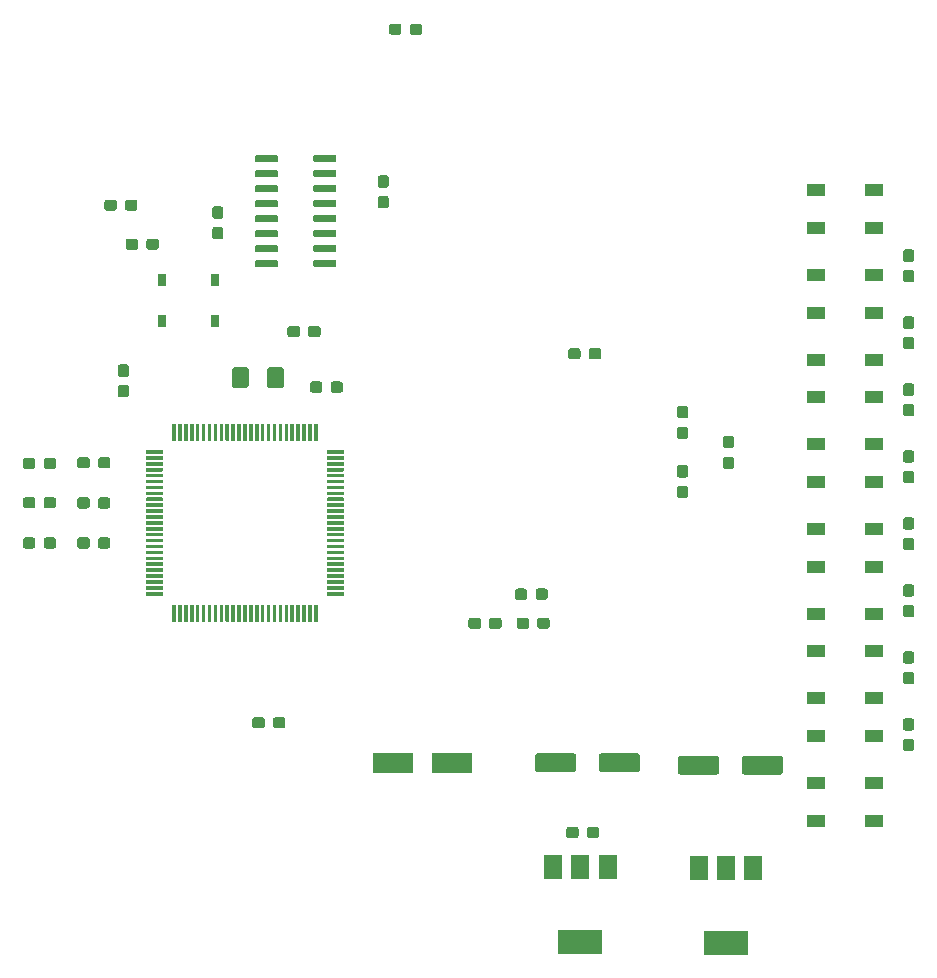
<source format=gbr>
G04 #@! TF.GenerationSoftware,KiCad,Pcbnew,(5.1.5)-3*
G04 #@! TF.CreationDate,2020-03-29T09:55:59+08:00*
G04 #@! TF.ProjectId,Misaka,4d697361-6b61-42e6-9b69-6361645f7063,rev?*
G04 #@! TF.SameCoordinates,Original*
G04 #@! TF.FileFunction,Paste,Top*
G04 #@! TF.FilePolarity,Positive*
%FSLAX46Y46*%
G04 Gerber Fmt 4.6, Leading zero omitted, Abs format (unit mm)*
G04 Created by KiCad (PCBNEW (5.1.5)-3) date 2020-03-29 09:55:59*
%MOMM*%
%LPD*%
G04 APERTURE LIST*
%ADD10R,0.698500X1.099820*%
%ADD11R,1.500000X2.000000*%
%ADD12R,3.800000X2.000000*%
%ADD13C,0.100000*%
%ADD14R,1.500000X1.000000*%
%ADD15R,3.500000X1.800000*%
G04 APERTURE END LIST*
D10*
X46977500Y-56052480D03*
X46977500Y-59547520D03*
X51422500Y-59547520D03*
X51422500Y-56052480D03*
D11*
X97000000Y-105860000D03*
X92400000Y-105860000D03*
X94700000Y-105860000D03*
D12*
X94700000Y-112160000D03*
D11*
X84700000Y-105760000D03*
X80100000Y-105760000D03*
X82400000Y-105760000D03*
D12*
X82400000Y-112060000D03*
D13*
G36*
X61614703Y-45455722D02*
G01*
X61629264Y-45457882D01*
X61643543Y-45461459D01*
X61657403Y-45466418D01*
X61670710Y-45472712D01*
X61683336Y-45480280D01*
X61695159Y-45489048D01*
X61706066Y-45498934D01*
X61715952Y-45509841D01*
X61724720Y-45521664D01*
X61732288Y-45534290D01*
X61738582Y-45547597D01*
X61743541Y-45561457D01*
X61747118Y-45575736D01*
X61749278Y-45590297D01*
X61750000Y-45605000D01*
X61750000Y-45905000D01*
X61749278Y-45919703D01*
X61747118Y-45934264D01*
X61743541Y-45948543D01*
X61738582Y-45962403D01*
X61732288Y-45975710D01*
X61724720Y-45988336D01*
X61715952Y-46000159D01*
X61706066Y-46011066D01*
X61695159Y-46020952D01*
X61683336Y-46029720D01*
X61670710Y-46037288D01*
X61657403Y-46043582D01*
X61643543Y-46048541D01*
X61629264Y-46052118D01*
X61614703Y-46054278D01*
X61600000Y-46055000D01*
X59950000Y-46055000D01*
X59935297Y-46054278D01*
X59920736Y-46052118D01*
X59906457Y-46048541D01*
X59892597Y-46043582D01*
X59879290Y-46037288D01*
X59866664Y-46029720D01*
X59854841Y-46020952D01*
X59843934Y-46011066D01*
X59834048Y-46000159D01*
X59825280Y-45988336D01*
X59817712Y-45975710D01*
X59811418Y-45962403D01*
X59806459Y-45948543D01*
X59802882Y-45934264D01*
X59800722Y-45919703D01*
X59800000Y-45905000D01*
X59800000Y-45605000D01*
X59800722Y-45590297D01*
X59802882Y-45575736D01*
X59806459Y-45561457D01*
X59811418Y-45547597D01*
X59817712Y-45534290D01*
X59825280Y-45521664D01*
X59834048Y-45509841D01*
X59843934Y-45498934D01*
X59854841Y-45489048D01*
X59866664Y-45480280D01*
X59879290Y-45472712D01*
X59892597Y-45466418D01*
X59906457Y-45461459D01*
X59920736Y-45457882D01*
X59935297Y-45455722D01*
X59950000Y-45455000D01*
X61600000Y-45455000D01*
X61614703Y-45455722D01*
G37*
G36*
X61614703Y-46725722D02*
G01*
X61629264Y-46727882D01*
X61643543Y-46731459D01*
X61657403Y-46736418D01*
X61670710Y-46742712D01*
X61683336Y-46750280D01*
X61695159Y-46759048D01*
X61706066Y-46768934D01*
X61715952Y-46779841D01*
X61724720Y-46791664D01*
X61732288Y-46804290D01*
X61738582Y-46817597D01*
X61743541Y-46831457D01*
X61747118Y-46845736D01*
X61749278Y-46860297D01*
X61750000Y-46875000D01*
X61750000Y-47175000D01*
X61749278Y-47189703D01*
X61747118Y-47204264D01*
X61743541Y-47218543D01*
X61738582Y-47232403D01*
X61732288Y-47245710D01*
X61724720Y-47258336D01*
X61715952Y-47270159D01*
X61706066Y-47281066D01*
X61695159Y-47290952D01*
X61683336Y-47299720D01*
X61670710Y-47307288D01*
X61657403Y-47313582D01*
X61643543Y-47318541D01*
X61629264Y-47322118D01*
X61614703Y-47324278D01*
X61600000Y-47325000D01*
X59950000Y-47325000D01*
X59935297Y-47324278D01*
X59920736Y-47322118D01*
X59906457Y-47318541D01*
X59892597Y-47313582D01*
X59879290Y-47307288D01*
X59866664Y-47299720D01*
X59854841Y-47290952D01*
X59843934Y-47281066D01*
X59834048Y-47270159D01*
X59825280Y-47258336D01*
X59817712Y-47245710D01*
X59811418Y-47232403D01*
X59806459Y-47218543D01*
X59802882Y-47204264D01*
X59800722Y-47189703D01*
X59800000Y-47175000D01*
X59800000Y-46875000D01*
X59800722Y-46860297D01*
X59802882Y-46845736D01*
X59806459Y-46831457D01*
X59811418Y-46817597D01*
X59817712Y-46804290D01*
X59825280Y-46791664D01*
X59834048Y-46779841D01*
X59843934Y-46768934D01*
X59854841Y-46759048D01*
X59866664Y-46750280D01*
X59879290Y-46742712D01*
X59892597Y-46736418D01*
X59906457Y-46731459D01*
X59920736Y-46727882D01*
X59935297Y-46725722D01*
X59950000Y-46725000D01*
X61600000Y-46725000D01*
X61614703Y-46725722D01*
G37*
G36*
X61614703Y-47995722D02*
G01*
X61629264Y-47997882D01*
X61643543Y-48001459D01*
X61657403Y-48006418D01*
X61670710Y-48012712D01*
X61683336Y-48020280D01*
X61695159Y-48029048D01*
X61706066Y-48038934D01*
X61715952Y-48049841D01*
X61724720Y-48061664D01*
X61732288Y-48074290D01*
X61738582Y-48087597D01*
X61743541Y-48101457D01*
X61747118Y-48115736D01*
X61749278Y-48130297D01*
X61750000Y-48145000D01*
X61750000Y-48445000D01*
X61749278Y-48459703D01*
X61747118Y-48474264D01*
X61743541Y-48488543D01*
X61738582Y-48502403D01*
X61732288Y-48515710D01*
X61724720Y-48528336D01*
X61715952Y-48540159D01*
X61706066Y-48551066D01*
X61695159Y-48560952D01*
X61683336Y-48569720D01*
X61670710Y-48577288D01*
X61657403Y-48583582D01*
X61643543Y-48588541D01*
X61629264Y-48592118D01*
X61614703Y-48594278D01*
X61600000Y-48595000D01*
X59950000Y-48595000D01*
X59935297Y-48594278D01*
X59920736Y-48592118D01*
X59906457Y-48588541D01*
X59892597Y-48583582D01*
X59879290Y-48577288D01*
X59866664Y-48569720D01*
X59854841Y-48560952D01*
X59843934Y-48551066D01*
X59834048Y-48540159D01*
X59825280Y-48528336D01*
X59817712Y-48515710D01*
X59811418Y-48502403D01*
X59806459Y-48488543D01*
X59802882Y-48474264D01*
X59800722Y-48459703D01*
X59800000Y-48445000D01*
X59800000Y-48145000D01*
X59800722Y-48130297D01*
X59802882Y-48115736D01*
X59806459Y-48101457D01*
X59811418Y-48087597D01*
X59817712Y-48074290D01*
X59825280Y-48061664D01*
X59834048Y-48049841D01*
X59843934Y-48038934D01*
X59854841Y-48029048D01*
X59866664Y-48020280D01*
X59879290Y-48012712D01*
X59892597Y-48006418D01*
X59906457Y-48001459D01*
X59920736Y-47997882D01*
X59935297Y-47995722D01*
X59950000Y-47995000D01*
X61600000Y-47995000D01*
X61614703Y-47995722D01*
G37*
G36*
X61614703Y-49265722D02*
G01*
X61629264Y-49267882D01*
X61643543Y-49271459D01*
X61657403Y-49276418D01*
X61670710Y-49282712D01*
X61683336Y-49290280D01*
X61695159Y-49299048D01*
X61706066Y-49308934D01*
X61715952Y-49319841D01*
X61724720Y-49331664D01*
X61732288Y-49344290D01*
X61738582Y-49357597D01*
X61743541Y-49371457D01*
X61747118Y-49385736D01*
X61749278Y-49400297D01*
X61750000Y-49415000D01*
X61750000Y-49715000D01*
X61749278Y-49729703D01*
X61747118Y-49744264D01*
X61743541Y-49758543D01*
X61738582Y-49772403D01*
X61732288Y-49785710D01*
X61724720Y-49798336D01*
X61715952Y-49810159D01*
X61706066Y-49821066D01*
X61695159Y-49830952D01*
X61683336Y-49839720D01*
X61670710Y-49847288D01*
X61657403Y-49853582D01*
X61643543Y-49858541D01*
X61629264Y-49862118D01*
X61614703Y-49864278D01*
X61600000Y-49865000D01*
X59950000Y-49865000D01*
X59935297Y-49864278D01*
X59920736Y-49862118D01*
X59906457Y-49858541D01*
X59892597Y-49853582D01*
X59879290Y-49847288D01*
X59866664Y-49839720D01*
X59854841Y-49830952D01*
X59843934Y-49821066D01*
X59834048Y-49810159D01*
X59825280Y-49798336D01*
X59817712Y-49785710D01*
X59811418Y-49772403D01*
X59806459Y-49758543D01*
X59802882Y-49744264D01*
X59800722Y-49729703D01*
X59800000Y-49715000D01*
X59800000Y-49415000D01*
X59800722Y-49400297D01*
X59802882Y-49385736D01*
X59806459Y-49371457D01*
X59811418Y-49357597D01*
X59817712Y-49344290D01*
X59825280Y-49331664D01*
X59834048Y-49319841D01*
X59843934Y-49308934D01*
X59854841Y-49299048D01*
X59866664Y-49290280D01*
X59879290Y-49282712D01*
X59892597Y-49276418D01*
X59906457Y-49271459D01*
X59920736Y-49267882D01*
X59935297Y-49265722D01*
X59950000Y-49265000D01*
X61600000Y-49265000D01*
X61614703Y-49265722D01*
G37*
G36*
X61614703Y-50535722D02*
G01*
X61629264Y-50537882D01*
X61643543Y-50541459D01*
X61657403Y-50546418D01*
X61670710Y-50552712D01*
X61683336Y-50560280D01*
X61695159Y-50569048D01*
X61706066Y-50578934D01*
X61715952Y-50589841D01*
X61724720Y-50601664D01*
X61732288Y-50614290D01*
X61738582Y-50627597D01*
X61743541Y-50641457D01*
X61747118Y-50655736D01*
X61749278Y-50670297D01*
X61750000Y-50685000D01*
X61750000Y-50985000D01*
X61749278Y-50999703D01*
X61747118Y-51014264D01*
X61743541Y-51028543D01*
X61738582Y-51042403D01*
X61732288Y-51055710D01*
X61724720Y-51068336D01*
X61715952Y-51080159D01*
X61706066Y-51091066D01*
X61695159Y-51100952D01*
X61683336Y-51109720D01*
X61670710Y-51117288D01*
X61657403Y-51123582D01*
X61643543Y-51128541D01*
X61629264Y-51132118D01*
X61614703Y-51134278D01*
X61600000Y-51135000D01*
X59950000Y-51135000D01*
X59935297Y-51134278D01*
X59920736Y-51132118D01*
X59906457Y-51128541D01*
X59892597Y-51123582D01*
X59879290Y-51117288D01*
X59866664Y-51109720D01*
X59854841Y-51100952D01*
X59843934Y-51091066D01*
X59834048Y-51080159D01*
X59825280Y-51068336D01*
X59817712Y-51055710D01*
X59811418Y-51042403D01*
X59806459Y-51028543D01*
X59802882Y-51014264D01*
X59800722Y-50999703D01*
X59800000Y-50985000D01*
X59800000Y-50685000D01*
X59800722Y-50670297D01*
X59802882Y-50655736D01*
X59806459Y-50641457D01*
X59811418Y-50627597D01*
X59817712Y-50614290D01*
X59825280Y-50601664D01*
X59834048Y-50589841D01*
X59843934Y-50578934D01*
X59854841Y-50569048D01*
X59866664Y-50560280D01*
X59879290Y-50552712D01*
X59892597Y-50546418D01*
X59906457Y-50541459D01*
X59920736Y-50537882D01*
X59935297Y-50535722D01*
X59950000Y-50535000D01*
X61600000Y-50535000D01*
X61614703Y-50535722D01*
G37*
G36*
X61614703Y-51805722D02*
G01*
X61629264Y-51807882D01*
X61643543Y-51811459D01*
X61657403Y-51816418D01*
X61670710Y-51822712D01*
X61683336Y-51830280D01*
X61695159Y-51839048D01*
X61706066Y-51848934D01*
X61715952Y-51859841D01*
X61724720Y-51871664D01*
X61732288Y-51884290D01*
X61738582Y-51897597D01*
X61743541Y-51911457D01*
X61747118Y-51925736D01*
X61749278Y-51940297D01*
X61750000Y-51955000D01*
X61750000Y-52255000D01*
X61749278Y-52269703D01*
X61747118Y-52284264D01*
X61743541Y-52298543D01*
X61738582Y-52312403D01*
X61732288Y-52325710D01*
X61724720Y-52338336D01*
X61715952Y-52350159D01*
X61706066Y-52361066D01*
X61695159Y-52370952D01*
X61683336Y-52379720D01*
X61670710Y-52387288D01*
X61657403Y-52393582D01*
X61643543Y-52398541D01*
X61629264Y-52402118D01*
X61614703Y-52404278D01*
X61600000Y-52405000D01*
X59950000Y-52405000D01*
X59935297Y-52404278D01*
X59920736Y-52402118D01*
X59906457Y-52398541D01*
X59892597Y-52393582D01*
X59879290Y-52387288D01*
X59866664Y-52379720D01*
X59854841Y-52370952D01*
X59843934Y-52361066D01*
X59834048Y-52350159D01*
X59825280Y-52338336D01*
X59817712Y-52325710D01*
X59811418Y-52312403D01*
X59806459Y-52298543D01*
X59802882Y-52284264D01*
X59800722Y-52269703D01*
X59800000Y-52255000D01*
X59800000Y-51955000D01*
X59800722Y-51940297D01*
X59802882Y-51925736D01*
X59806459Y-51911457D01*
X59811418Y-51897597D01*
X59817712Y-51884290D01*
X59825280Y-51871664D01*
X59834048Y-51859841D01*
X59843934Y-51848934D01*
X59854841Y-51839048D01*
X59866664Y-51830280D01*
X59879290Y-51822712D01*
X59892597Y-51816418D01*
X59906457Y-51811459D01*
X59920736Y-51807882D01*
X59935297Y-51805722D01*
X59950000Y-51805000D01*
X61600000Y-51805000D01*
X61614703Y-51805722D01*
G37*
G36*
X61614703Y-53075722D02*
G01*
X61629264Y-53077882D01*
X61643543Y-53081459D01*
X61657403Y-53086418D01*
X61670710Y-53092712D01*
X61683336Y-53100280D01*
X61695159Y-53109048D01*
X61706066Y-53118934D01*
X61715952Y-53129841D01*
X61724720Y-53141664D01*
X61732288Y-53154290D01*
X61738582Y-53167597D01*
X61743541Y-53181457D01*
X61747118Y-53195736D01*
X61749278Y-53210297D01*
X61750000Y-53225000D01*
X61750000Y-53525000D01*
X61749278Y-53539703D01*
X61747118Y-53554264D01*
X61743541Y-53568543D01*
X61738582Y-53582403D01*
X61732288Y-53595710D01*
X61724720Y-53608336D01*
X61715952Y-53620159D01*
X61706066Y-53631066D01*
X61695159Y-53640952D01*
X61683336Y-53649720D01*
X61670710Y-53657288D01*
X61657403Y-53663582D01*
X61643543Y-53668541D01*
X61629264Y-53672118D01*
X61614703Y-53674278D01*
X61600000Y-53675000D01*
X59950000Y-53675000D01*
X59935297Y-53674278D01*
X59920736Y-53672118D01*
X59906457Y-53668541D01*
X59892597Y-53663582D01*
X59879290Y-53657288D01*
X59866664Y-53649720D01*
X59854841Y-53640952D01*
X59843934Y-53631066D01*
X59834048Y-53620159D01*
X59825280Y-53608336D01*
X59817712Y-53595710D01*
X59811418Y-53582403D01*
X59806459Y-53568543D01*
X59802882Y-53554264D01*
X59800722Y-53539703D01*
X59800000Y-53525000D01*
X59800000Y-53225000D01*
X59800722Y-53210297D01*
X59802882Y-53195736D01*
X59806459Y-53181457D01*
X59811418Y-53167597D01*
X59817712Y-53154290D01*
X59825280Y-53141664D01*
X59834048Y-53129841D01*
X59843934Y-53118934D01*
X59854841Y-53109048D01*
X59866664Y-53100280D01*
X59879290Y-53092712D01*
X59892597Y-53086418D01*
X59906457Y-53081459D01*
X59920736Y-53077882D01*
X59935297Y-53075722D01*
X59950000Y-53075000D01*
X61600000Y-53075000D01*
X61614703Y-53075722D01*
G37*
G36*
X61614703Y-54345722D02*
G01*
X61629264Y-54347882D01*
X61643543Y-54351459D01*
X61657403Y-54356418D01*
X61670710Y-54362712D01*
X61683336Y-54370280D01*
X61695159Y-54379048D01*
X61706066Y-54388934D01*
X61715952Y-54399841D01*
X61724720Y-54411664D01*
X61732288Y-54424290D01*
X61738582Y-54437597D01*
X61743541Y-54451457D01*
X61747118Y-54465736D01*
X61749278Y-54480297D01*
X61750000Y-54495000D01*
X61750000Y-54795000D01*
X61749278Y-54809703D01*
X61747118Y-54824264D01*
X61743541Y-54838543D01*
X61738582Y-54852403D01*
X61732288Y-54865710D01*
X61724720Y-54878336D01*
X61715952Y-54890159D01*
X61706066Y-54901066D01*
X61695159Y-54910952D01*
X61683336Y-54919720D01*
X61670710Y-54927288D01*
X61657403Y-54933582D01*
X61643543Y-54938541D01*
X61629264Y-54942118D01*
X61614703Y-54944278D01*
X61600000Y-54945000D01*
X59950000Y-54945000D01*
X59935297Y-54944278D01*
X59920736Y-54942118D01*
X59906457Y-54938541D01*
X59892597Y-54933582D01*
X59879290Y-54927288D01*
X59866664Y-54919720D01*
X59854841Y-54910952D01*
X59843934Y-54901066D01*
X59834048Y-54890159D01*
X59825280Y-54878336D01*
X59817712Y-54865710D01*
X59811418Y-54852403D01*
X59806459Y-54838543D01*
X59802882Y-54824264D01*
X59800722Y-54809703D01*
X59800000Y-54795000D01*
X59800000Y-54495000D01*
X59800722Y-54480297D01*
X59802882Y-54465736D01*
X59806459Y-54451457D01*
X59811418Y-54437597D01*
X59817712Y-54424290D01*
X59825280Y-54411664D01*
X59834048Y-54399841D01*
X59843934Y-54388934D01*
X59854841Y-54379048D01*
X59866664Y-54370280D01*
X59879290Y-54362712D01*
X59892597Y-54356418D01*
X59906457Y-54351459D01*
X59920736Y-54347882D01*
X59935297Y-54345722D01*
X59950000Y-54345000D01*
X61600000Y-54345000D01*
X61614703Y-54345722D01*
G37*
G36*
X56664703Y-54345722D02*
G01*
X56679264Y-54347882D01*
X56693543Y-54351459D01*
X56707403Y-54356418D01*
X56720710Y-54362712D01*
X56733336Y-54370280D01*
X56745159Y-54379048D01*
X56756066Y-54388934D01*
X56765952Y-54399841D01*
X56774720Y-54411664D01*
X56782288Y-54424290D01*
X56788582Y-54437597D01*
X56793541Y-54451457D01*
X56797118Y-54465736D01*
X56799278Y-54480297D01*
X56800000Y-54495000D01*
X56800000Y-54795000D01*
X56799278Y-54809703D01*
X56797118Y-54824264D01*
X56793541Y-54838543D01*
X56788582Y-54852403D01*
X56782288Y-54865710D01*
X56774720Y-54878336D01*
X56765952Y-54890159D01*
X56756066Y-54901066D01*
X56745159Y-54910952D01*
X56733336Y-54919720D01*
X56720710Y-54927288D01*
X56707403Y-54933582D01*
X56693543Y-54938541D01*
X56679264Y-54942118D01*
X56664703Y-54944278D01*
X56650000Y-54945000D01*
X55000000Y-54945000D01*
X54985297Y-54944278D01*
X54970736Y-54942118D01*
X54956457Y-54938541D01*
X54942597Y-54933582D01*
X54929290Y-54927288D01*
X54916664Y-54919720D01*
X54904841Y-54910952D01*
X54893934Y-54901066D01*
X54884048Y-54890159D01*
X54875280Y-54878336D01*
X54867712Y-54865710D01*
X54861418Y-54852403D01*
X54856459Y-54838543D01*
X54852882Y-54824264D01*
X54850722Y-54809703D01*
X54850000Y-54795000D01*
X54850000Y-54495000D01*
X54850722Y-54480297D01*
X54852882Y-54465736D01*
X54856459Y-54451457D01*
X54861418Y-54437597D01*
X54867712Y-54424290D01*
X54875280Y-54411664D01*
X54884048Y-54399841D01*
X54893934Y-54388934D01*
X54904841Y-54379048D01*
X54916664Y-54370280D01*
X54929290Y-54362712D01*
X54942597Y-54356418D01*
X54956457Y-54351459D01*
X54970736Y-54347882D01*
X54985297Y-54345722D01*
X55000000Y-54345000D01*
X56650000Y-54345000D01*
X56664703Y-54345722D01*
G37*
G36*
X56664703Y-53075722D02*
G01*
X56679264Y-53077882D01*
X56693543Y-53081459D01*
X56707403Y-53086418D01*
X56720710Y-53092712D01*
X56733336Y-53100280D01*
X56745159Y-53109048D01*
X56756066Y-53118934D01*
X56765952Y-53129841D01*
X56774720Y-53141664D01*
X56782288Y-53154290D01*
X56788582Y-53167597D01*
X56793541Y-53181457D01*
X56797118Y-53195736D01*
X56799278Y-53210297D01*
X56800000Y-53225000D01*
X56800000Y-53525000D01*
X56799278Y-53539703D01*
X56797118Y-53554264D01*
X56793541Y-53568543D01*
X56788582Y-53582403D01*
X56782288Y-53595710D01*
X56774720Y-53608336D01*
X56765952Y-53620159D01*
X56756066Y-53631066D01*
X56745159Y-53640952D01*
X56733336Y-53649720D01*
X56720710Y-53657288D01*
X56707403Y-53663582D01*
X56693543Y-53668541D01*
X56679264Y-53672118D01*
X56664703Y-53674278D01*
X56650000Y-53675000D01*
X55000000Y-53675000D01*
X54985297Y-53674278D01*
X54970736Y-53672118D01*
X54956457Y-53668541D01*
X54942597Y-53663582D01*
X54929290Y-53657288D01*
X54916664Y-53649720D01*
X54904841Y-53640952D01*
X54893934Y-53631066D01*
X54884048Y-53620159D01*
X54875280Y-53608336D01*
X54867712Y-53595710D01*
X54861418Y-53582403D01*
X54856459Y-53568543D01*
X54852882Y-53554264D01*
X54850722Y-53539703D01*
X54850000Y-53525000D01*
X54850000Y-53225000D01*
X54850722Y-53210297D01*
X54852882Y-53195736D01*
X54856459Y-53181457D01*
X54861418Y-53167597D01*
X54867712Y-53154290D01*
X54875280Y-53141664D01*
X54884048Y-53129841D01*
X54893934Y-53118934D01*
X54904841Y-53109048D01*
X54916664Y-53100280D01*
X54929290Y-53092712D01*
X54942597Y-53086418D01*
X54956457Y-53081459D01*
X54970736Y-53077882D01*
X54985297Y-53075722D01*
X55000000Y-53075000D01*
X56650000Y-53075000D01*
X56664703Y-53075722D01*
G37*
G36*
X56664703Y-51805722D02*
G01*
X56679264Y-51807882D01*
X56693543Y-51811459D01*
X56707403Y-51816418D01*
X56720710Y-51822712D01*
X56733336Y-51830280D01*
X56745159Y-51839048D01*
X56756066Y-51848934D01*
X56765952Y-51859841D01*
X56774720Y-51871664D01*
X56782288Y-51884290D01*
X56788582Y-51897597D01*
X56793541Y-51911457D01*
X56797118Y-51925736D01*
X56799278Y-51940297D01*
X56800000Y-51955000D01*
X56800000Y-52255000D01*
X56799278Y-52269703D01*
X56797118Y-52284264D01*
X56793541Y-52298543D01*
X56788582Y-52312403D01*
X56782288Y-52325710D01*
X56774720Y-52338336D01*
X56765952Y-52350159D01*
X56756066Y-52361066D01*
X56745159Y-52370952D01*
X56733336Y-52379720D01*
X56720710Y-52387288D01*
X56707403Y-52393582D01*
X56693543Y-52398541D01*
X56679264Y-52402118D01*
X56664703Y-52404278D01*
X56650000Y-52405000D01*
X55000000Y-52405000D01*
X54985297Y-52404278D01*
X54970736Y-52402118D01*
X54956457Y-52398541D01*
X54942597Y-52393582D01*
X54929290Y-52387288D01*
X54916664Y-52379720D01*
X54904841Y-52370952D01*
X54893934Y-52361066D01*
X54884048Y-52350159D01*
X54875280Y-52338336D01*
X54867712Y-52325710D01*
X54861418Y-52312403D01*
X54856459Y-52298543D01*
X54852882Y-52284264D01*
X54850722Y-52269703D01*
X54850000Y-52255000D01*
X54850000Y-51955000D01*
X54850722Y-51940297D01*
X54852882Y-51925736D01*
X54856459Y-51911457D01*
X54861418Y-51897597D01*
X54867712Y-51884290D01*
X54875280Y-51871664D01*
X54884048Y-51859841D01*
X54893934Y-51848934D01*
X54904841Y-51839048D01*
X54916664Y-51830280D01*
X54929290Y-51822712D01*
X54942597Y-51816418D01*
X54956457Y-51811459D01*
X54970736Y-51807882D01*
X54985297Y-51805722D01*
X55000000Y-51805000D01*
X56650000Y-51805000D01*
X56664703Y-51805722D01*
G37*
G36*
X56664703Y-50535722D02*
G01*
X56679264Y-50537882D01*
X56693543Y-50541459D01*
X56707403Y-50546418D01*
X56720710Y-50552712D01*
X56733336Y-50560280D01*
X56745159Y-50569048D01*
X56756066Y-50578934D01*
X56765952Y-50589841D01*
X56774720Y-50601664D01*
X56782288Y-50614290D01*
X56788582Y-50627597D01*
X56793541Y-50641457D01*
X56797118Y-50655736D01*
X56799278Y-50670297D01*
X56800000Y-50685000D01*
X56800000Y-50985000D01*
X56799278Y-50999703D01*
X56797118Y-51014264D01*
X56793541Y-51028543D01*
X56788582Y-51042403D01*
X56782288Y-51055710D01*
X56774720Y-51068336D01*
X56765952Y-51080159D01*
X56756066Y-51091066D01*
X56745159Y-51100952D01*
X56733336Y-51109720D01*
X56720710Y-51117288D01*
X56707403Y-51123582D01*
X56693543Y-51128541D01*
X56679264Y-51132118D01*
X56664703Y-51134278D01*
X56650000Y-51135000D01*
X55000000Y-51135000D01*
X54985297Y-51134278D01*
X54970736Y-51132118D01*
X54956457Y-51128541D01*
X54942597Y-51123582D01*
X54929290Y-51117288D01*
X54916664Y-51109720D01*
X54904841Y-51100952D01*
X54893934Y-51091066D01*
X54884048Y-51080159D01*
X54875280Y-51068336D01*
X54867712Y-51055710D01*
X54861418Y-51042403D01*
X54856459Y-51028543D01*
X54852882Y-51014264D01*
X54850722Y-50999703D01*
X54850000Y-50985000D01*
X54850000Y-50685000D01*
X54850722Y-50670297D01*
X54852882Y-50655736D01*
X54856459Y-50641457D01*
X54861418Y-50627597D01*
X54867712Y-50614290D01*
X54875280Y-50601664D01*
X54884048Y-50589841D01*
X54893934Y-50578934D01*
X54904841Y-50569048D01*
X54916664Y-50560280D01*
X54929290Y-50552712D01*
X54942597Y-50546418D01*
X54956457Y-50541459D01*
X54970736Y-50537882D01*
X54985297Y-50535722D01*
X55000000Y-50535000D01*
X56650000Y-50535000D01*
X56664703Y-50535722D01*
G37*
G36*
X56664703Y-49265722D02*
G01*
X56679264Y-49267882D01*
X56693543Y-49271459D01*
X56707403Y-49276418D01*
X56720710Y-49282712D01*
X56733336Y-49290280D01*
X56745159Y-49299048D01*
X56756066Y-49308934D01*
X56765952Y-49319841D01*
X56774720Y-49331664D01*
X56782288Y-49344290D01*
X56788582Y-49357597D01*
X56793541Y-49371457D01*
X56797118Y-49385736D01*
X56799278Y-49400297D01*
X56800000Y-49415000D01*
X56800000Y-49715000D01*
X56799278Y-49729703D01*
X56797118Y-49744264D01*
X56793541Y-49758543D01*
X56788582Y-49772403D01*
X56782288Y-49785710D01*
X56774720Y-49798336D01*
X56765952Y-49810159D01*
X56756066Y-49821066D01*
X56745159Y-49830952D01*
X56733336Y-49839720D01*
X56720710Y-49847288D01*
X56707403Y-49853582D01*
X56693543Y-49858541D01*
X56679264Y-49862118D01*
X56664703Y-49864278D01*
X56650000Y-49865000D01*
X55000000Y-49865000D01*
X54985297Y-49864278D01*
X54970736Y-49862118D01*
X54956457Y-49858541D01*
X54942597Y-49853582D01*
X54929290Y-49847288D01*
X54916664Y-49839720D01*
X54904841Y-49830952D01*
X54893934Y-49821066D01*
X54884048Y-49810159D01*
X54875280Y-49798336D01*
X54867712Y-49785710D01*
X54861418Y-49772403D01*
X54856459Y-49758543D01*
X54852882Y-49744264D01*
X54850722Y-49729703D01*
X54850000Y-49715000D01*
X54850000Y-49415000D01*
X54850722Y-49400297D01*
X54852882Y-49385736D01*
X54856459Y-49371457D01*
X54861418Y-49357597D01*
X54867712Y-49344290D01*
X54875280Y-49331664D01*
X54884048Y-49319841D01*
X54893934Y-49308934D01*
X54904841Y-49299048D01*
X54916664Y-49290280D01*
X54929290Y-49282712D01*
X54942597Y-49276418D01*
X54956457Y-49271459D01*
X54970736Y-49267882D01*
X54985297Y-49265722D01*
X55000000Y-49265000D01*
X56650000Y-49265000D01*
X56664703Y-49265722D01*
G37*
G36*
X56664703Y-47995722D02*
G01*
X56679264Y-47997882D01*
X56693543Y-48001459D01*
X56707403Y-48006418D01*
X56720710Y-48012712D01*
X56733336Y-48020280D01*
X56745159Y-48029048D01*
X56756066Y-48038934D01*
X56765952Y-48049841D01*
X56774720Y-48061664D01*
X56782288Y-48074290D01*
X56788582Y-48087597D01*
X56793541Y-48101457D01*
X56797118Y-48115736D01*
X56799278Y-48130297D01*
X56800000Y-48145000D01*
X56800000Y-48445000D01*
X56799278Y-48459703D01*
X56797118Y-48474264D01*
X56793541Y-48488543D01*
X56788582Y-48502403D01*
X56782288Y-48515710D01*
X56774720Y-48528336D01*
X56765952Y-48540159D01*
X56756066Y-48551066D01*
X56745159Y-48560952D01*
X56733336Y-48569720D01*
X56720710Y-48577288D01*
X56707403Y-48583582D01*
X56693543Y-48588541D01*
X56679264Y-48592118D01*
X56664703Y-48594278D01*
X56650000Y-48595000D01*
X55000000Y-48595000D01*
X54985297Y-48594278D01*
X54970736Y-48592118D01*
X54956457Y-48588541D01*
X54942597Y-48583582D01*
X54929290Y-48577288D01*
X54916664Y-48569720D01*
X54904841Y-48560952D01*
X54893934Y-48551066D01*
X54884048Y-48540159D01*
X54875280Y-48528336D01*
X54867712Y-48515710D01*
X54861418Y-48502403D01*
X54856459Y-48488543D01*
X54852882Y-48474264D01*
X54850722Y-48459703D01*
X54850000Y-48445000D01*
X54850000Y-48145000D01*
X54850722Y-48130297D01*
X54852882Y-48115736D01*
X54856459Y-48101457D01*
X54861418Y-48087597D01*
X54867712Y-48074290D01*
X54875280Y-48061664D01*
X54884048Y-48049841D01*
X54893934Y-48038934D01*
X54904841Y-48029048D01*
X54916664Y-48020280D01*
X54929290Y-48012712D01*
X54942597Y-48006418D01*
X54956457Y-48001459D01*
X54970736Y-47997882D01*
X54985297Y-47995722D01*
X55000000Y-47995000D01*
X56650000Y-47995000D01*
X56664703Y-47995722D01*
G37*
G36*
X56664703Y-46725722D02*
G01*
X56679264Y-46727882D01*
X56693543Y-46731459D01*
X56707403Y-46736418D01*
X56720710Y-46742712D01*
X56733336Y-46750280D01*
X56745159Y-46759048D01*
X56756066Y-46768934D01*
X56765952Y-46779841D01*
X56774720Y-46791664D01*
X56782288Y-46804290D01*
X56788582Y-46817597D01*
X56793541Y-46831457D01*
X56797118Y-46845736D01*
X56799278Y-46860297D01*
X56800000Y-46875000D01*
X56800000Y-47175000D01*
X56799278Y-47189703D01*
X56797118Y-47204264D01*
X56793541Y-47218543D01*
X56788582Y-47232403D01*
X56782288Y-47245710D01*
X56774720Y-47258336D01*
X56765952Y-47270159D01*
X56756066Y-47281066D01*
X56745159Y-47290952D01*
X56733336Y-47299720D01*
X56720710Y-47307288D01*
X56707403Y-47313582D01*
X56693543Y-47318541D01*
X56679264Y-47322118D01*
X56664703Y-47324278D01*
X56650000Y-47325000D01*
X55000000Y-47325000D01*
X54985297Y-47324278D01*
X54970736Y-47322118D01*
X54956457Y-47318541D01*
X54942597Y-47313582D01*
X54929290Y-47307288D01*
X54916664Y-47299720D01*
X54904841Y-47290952D01*
X54893934Y-47281066D01*
X54884048Y-47270159D01*
X54875280Y-47258336D01*
X54867712Y-47245710D01*
X54861418Y-47232403D01*
X54856459Y-47218543D01*
X54852882Y-47204264D01*
X54850722Y-47189703D01*
X54850000Y-47175000D01*
X54850000Y-46875000D01*
X54850722Y-46860297D01*
X54852882Y-46845736D01*
X54856459Y-46831457D01*
X54861418Y-46817597D01*
X54867712Y-46804290D01*
X54875280Y-46791664D01*
X54884048Y-46779841D01*
X54893934Y-46768934D01*
X54904841Y-46759048D01*
X54916664Y-46750280D01*
X54929290Y-46742712D01*
X54942597Y-46736418D01*
X54956457Y-46731459D01*
X54970736Y-46727882D01*
X54985297Y-46725722D01*
X55000000Y-46725000D01*
X56650000Y-46725000D01*
X56664703Y-46725722D01*
G37*
G36*
X56664703Y-45455722D02*
G01*
X56679264Y-45457882D01*
X56693543Y-45461459D01*
X56707403Y-45466418D01*
X56720710Y-45472712D01*
X56733336Y-45480280D01*
X56745159Y-45489048D01*
X56756066Y-45498934D01*
X56765952Y-45509841D01*
X56774720Y-45521664D01*
X56782288Y-45534290D01*
X56788582Y-45547597D01*
X56793541Y-45561457D01*
X56797118Y-45575736D01*
X56799278Y-45590297D01*
X56800000Y-45605000D01*
X56800000Y-45905000D01*
X56799278Y-45919703D01*
X56797118Y-45934264D01*
X56793541Y-45948543D01*
X56788582Y-45962403D01*
X56782288Y-45975710D01*
X56774720Y-45988336D01*
X56765952Y-46000159D01*
X56756066Y-46011066D01*
X56745159Y-46020952D01*
X56733336Y-46029720D01*
X56720710Y-46037288D01*
X56707403Y-46043582D01*
X56693543Y-46048541D01*
X56679264Y-46052118D01*
X56664703Y-46054278D01*
X56650000Y-46055000D01*
X55000000Y-46055000D01*
X54985297Y-46054278D01*
X54970736Y-46052118D01*
X54956457Y-46048541D01*
X54942597Y-46043582D01*
X54929290Y-46037288D01*
X54916664Y-46029720D01*
X54904841Y-46020952D01*
X54893934Y-46011066D01*
X54884048Y-46000159D01*
X54875280Y-45988336D01*
X54867712Y-45975710D01*
X54861418Y-45962403D01*
X54856459Y-45948543D01*
X54852882Y-45934264D01*
X54850722Y-45919703D01*
X54850000Y-45905000D01*
X54850000Y-45605000D01*
X54850722Y-45590297D01*
X54852882Y-45575736D01*
X54856459Y-45561457D01*
X54861418Y-45547597D01*
X54867712Y-45534290D01*
X54875280Y-45521664D01*
X54884048Y-45509841D01*
X54893934Y-45498934D01*
X54904841Y-45489048D01*
X54916664Y-45480280D01*
X54929290Y-45472712D01*
X54942597Y-45466418D01*
X54956457Y-45461459D01*
X54970736Y-45457882D01*
X54985297Y-45455722D01*
X55000000Y-45455000D01*
X56650000Y-45455000D01*
X56664703Y-45455722D01*
G37*
G36*
X48082351Y-68200361D02*
G01*
X48089632Y-68201441D01*
X48096771Y-68203229D01*
X48103701Y-68205709D01*
X48110355Y-68208856D01*
X48116668Y-68212640D01*
X48122579Y-68217024D01*
X48128033Y-68221967D01*
X48132976Y-68227421D01*
X48137360Y-68233332D01*
X48141144Y-68239645D01*
X48144291Y-68246299D01*
X48146771Y-68253229D01*
X48148559Y-68260368D01*
X48149639Y-68267649D01*
X48150000Y-68275000D01*
X48150000Y-69600000D01*
X48149639Y-69607351D01*
X48148559Y-69614632D01*
X48146771Y-69621771D01*
X48144291Y-69628701D01*
X48141144Y-69635355D01*
X48137360Y-69641668D01*
X48132976Y-69647579D01*
X48128033Y-69653033D01*
X48122579Y-69657976D01*
X48116668Y-69662360D01*
X48110355Y-69666144D01*
X48103701Y-69669291D01*
X48096771Y-69671771D01*
X48089632Y-69673559D01*
X48082351Y-69674639D01*
X48075000Y-69675000D01*
X47925000Y-69675000D01*
X47917649Y-69674639D01*
X47910368Y-69673559D01*
X47903229Y-69671771D01*
X47896299Y-69669291D01*
X47889645Y-69666144D01*
X47883332Y-69662360D01*
X47877421Y-69657976D01*
X47871967Y-69653033D01*
X47867024Y-69647579D01*
X47862640Y-69641668D01*
X47858856Y-69635355D01*
X47855709Y-69628701D01*
X47853229Y-69621771D01*
X47851441Y-69614632D01*
X47850361Y-69607351D01*
X47850000Y-69600000D01*
X47850000Y-68275000D01*
X47850361Y-68267649D01*
X47851441Y-68260368D01*
X47853229Y-68253229D01*
X47855709Y-68246299D01*
X47858856Y-68239645D01*
X47862640Y-68233332D01*
X47867024Y-68227421D01*
X47871967Y-68221967D01*
X47877421Y-68217024D01*
X47883332Y-68212640D01*
X47889645Y-68208856D01*
X47896299Y-68205709D01*
X47903229Y-68203229D01*
X47910368Y-68201441D01*
X47917649Y-68200361D01*
X47925000Y-68200000D01*
X48075000Y-68200000D01*
X48082351Y-68200361D01*
G37*
G36*
X48582351Y-68200361D02*
G01*
X48589632Y-68201441D01*
X48596771Y-68203229D01*
X48603701Y-68205709D01*
X48610355Y-68208856D01*
X48616668Y-68212640D01*
X48622579Y-68217024D01*
X48628033Y-68221967D01*
X48632976Y-68227421D01*
X48637360Y-68233332D01*
X48641144Y-68239645D01*
X48644291Y-68246299D01*
X48646771Y-68253229D01*
X48648559Y-68260368D01*
X48649639Y-68267649D01*
X48650000Y-68275000D01*
X48650000Y-69600000D01*
X48649639Y-69607351D01*
X48648559Y-69614632D01*
X48646771Y-69621771D01*
X48644291Y-69628701D01*
X48641144Y-69635355D01*
X48637360Y-69641668D01*
X48632976Y-69647579D01*
X48628033Y-69653033D01*
X48622579Y-69657976D01*
X48616668Y-69662360D01*
X48610355Y-69666144D01*
X48603701Y-69669291D01*
X48596771Y-69671771D01*
X48589632Y-69673559D01*
X48582351Y-69674639D01*
X48575000Y-69675000D01*
X48425000Y-69675000D01*
X48417649Y-69674639D01*
X48410368Y-69673559D01*
X48403229Y-69671771D01*
X48396299Y-69669291D01*
X48389645Y-69666144D01*
X48383332Y-69662360D01*
X48377421Y-69657976D01*
X48371967Y-69653033D01*
X48367024Y-69647579D01*
X48362640Y-69641668D01*
X48358856Y-69635355D01*
X48355709Y-69628701D01*
X48353229Y-69621771D01*
X48351441Y-69614632D01*
X48350361Y-69607351D01*
X48350000Y-69600000D01*
X48350000Y-68275000D01*
X48350361Y-68267649D01*
X48351441Y-68260368D01*
X48353229Y-68253229D01*
X48355709Y-68246299D01*
X48358856Y-68239645D01*
X48362640Y-68233332D01*
X48367024Y-68227421D01*
X48371967Y-68221967D01*
X48377421Y-68217024D01*
X48383332Y-68212640D01*
X48389645Y-68208856D01*
X48396299Y-68205709D01*
X48403229Y-68203229D01*
X48410368Y-68201441D01*
X48417649Y-68200361D01*
X48425000Y-68200000D01*
X48575000Y-68200000D01*
X48582351Y-68200361D01*
G37*
G36*
X49082351Y-68200361D02*
G01*
X49089632Y-68201441D01*
X49096771Y-68203229D01*
X49103701Y-68205709D01*
X49110355Y-68208856D01*
X49116668Y-68212640D01*
X49122579Y-68217024D01*
X49128033Y-68221967D01*
X49132976Y-68227421D01*
X49137360Y-68233332D01*
X49141144Y-68239645D01*
X49144291Y-68246299D01*
X49146771Y-68253229D01*
X49148559Y-68260368D01*
X49149639Y-68267649D01*
X49150000Y-68275000D01*
X49150000Y-69600000D01*
X49149639Y-69607351D01*
X49148559Y-69614632D01*
X49146771Y-69621771D01*
X49144291Y-69628701D01*
X49141144Y-69635355D01*
X49137360Y-69641668D01*
X49132976Y-69647579D01*
X49128033Y-69653033D01*
X49122579Y-69657976D01*
X49116668Y-69662360D01*
X49110355Y-69666144D01*
X49103701Y-69669291D01*
X49096771Y-69671771D01*
X49089632Y-69673559D01*
X49082351Y-69674639D01*
X49075000Y-69675000D01*
X48925000Y-69675000D01*
X48917649Y-69674639D01*
X48910368Y-69673559D01*
X48903229Y-69671771D01*
X48896299Y-69669291D01*
X48889645Y-69666144D01*
X48883332Y-69662360D01*
X48877421Y-69657976D01*
X48871967Y-69653033D01*
X48867024Y-69647579D01*
X48862640Y-69641668D01*
X48858856Y-69635355D01*
X48855709Y-69628701D01*
X48853229Y-69621771D01*
X48851441Y-69614632D01*
X48850361Y-69607351D01*
X48850000Y-69600000D01*
X48850000Y-68275000D01*
X48850361Y-68267649D01*
X48851441Y-68260368D01*
X48853229Y-68253229D01*
X48855709Y-68246299D01*
X48858856Y-68239645D01*
X48862640Y-68233332D01*
X48867024Y-68227421D01*
X48871967Y-68221967D01*
X48877421Y-68217024D01*
X48883332Y-68212640D01*
X48889645Y-68208856D01*
X48896299Y-68205709D01*
X48903229Y-68203229D01*
X48910368Y-68201441D01*
X48917649Y-68200361D01*
X48925000Y-68200000D01*
X49075000Y-68200000D01*
X49082351Y-68200361D01*
G37*
G36*
X49582351Y-68200361D02*
G01*
X49589632Y-68201441D01*
X49596771Y-68203229D01*
X49603701Y-68205709D01*
X49610355Y-68208856D01*
X49616668Y-68212640D01*
X49622579Y-68217024D01*
X49628033Y-68221967D01*
X49632976Y-68227421D01*
X49637360Y-68233332D01*
X49641144Y-68239645D01*
X49644291Y-68246299D01*
X49646771Y-68253229D01*
X49648559Y-68260368D01*
X49649639Y-68267649D01*
X49650000Y-68275000D01*
X49650000Y-69600000D01*
X49649639Y-69607351D01*
X49648559Y-69614632D01*
X49646771Y-69621771D01*
X49644291Y-69628701D01*
X49641144Y-69635355D01*
X49637360Y-69641668D01*
X49632976Y-69647579D01*
X49628033Y-69653033D01*
X49622579Y-69657976D01*
X49616668Y-69662360D01*
X49610355Y-69666144D01*
X49603701Y-69669291D01*
X49596771Y-69671771D01*
X49589632Y-69673559D01*
X49582351Y-69674639D01*
X49575000Y-69675000D01*
X49425000Y-69675000D01*
X49417649Y-69674639D01*
X49410368Y-69673559D01*
X49403229Y-69671771D01*
X49396299Y-69669291D01*
X49389645Y-69666144D01*
X49383332Y-69662360D01*
X49377421Y-69657976D01*
X49371967Y-69653033D01*
X49367024Y-69647579D01*
X49362640Y-69641668D01*
X49358856Y-69635355D01*
X49355709Y-69628701D01*
X49353229Y-69621771D01*
X49351441Y-69614632D01*
X49350361Y-69607351D01*
X49350000Y-69600000D01*
X49350000Y-68275000D01*
X49350361Y-68267649D01*
X49351441Y-68260368D01*
X49353229Y-68253229D01*
X49355709Y-68246299D01*
X49358856Y-68239645D01*
X49362640Y-68233332D01*
X49367024Y-68227421D01*
X49371967Y-68221967D01*
X49377421Y-68217024D01*
X49383332Y-68212640D01*
X49389645Y-68208856D01*
X49396299Y-68205709D01*
X49403229Y-68203229D01*
X49410368Y-68201441D01*
X49417649Y-68200361D01*
X49425000Y-68200000D01*
X49575000Y-68200000D01*
X49582351Y-68200361D01*
G37*
G36*
X50082351Y-68200361D02*
G01*
X50089632Y-68201441D01*
X50096771Y-68203229D01*
X50103701Y-68205709D01*
X50110355Y-68208856D01*
X50116668Y-68212640D01*
X50122579Y-68217024D01*
X50128033Y-68221967D01*
X50132976Y-68227421D01*
X50137360Y-68233332D01*
X50141144Y-68239645D01*
X50144291Y-68246299D01*
X50146771Y-68253229D01*
X50148559Y-68260368D01*
X50149639Y-68267649D01*
X50150000Y-68275000D01*
X50150000Y-69600000D01*
X50149639Y-69607351D01*
X50148559Y-69614632D01*
X50146771Y-69621771D01*
X50144291Y-69628701D01*
X50141144Y-69635355D01*
X50137360Y-69641668D01*
X50132976Y-69647579D01*
X50128033Y-69653033D01*
X50122579Y-69657976D01*
X50116668Y-69662360D01*
X50110355Y-69666144D01*
X50103701Y-69669291D01*
X50096771Y-69671771D01*
X50089632Y-69673559D01*
X50082351Y-69674639D01*
X50075000Y-69675000D01*
X49925000Y-69675000D01*
X49917649Y-69674639D01*
X49910368Y-69673559D01*
X49903229Y-69671771D01*
X49896299Y-69669291D01*
X49889645Y-69666144D01*
X49883332Y-69662360D01*
X49877421Y-69657976D01*
X49871967Y-69653033D01*
X49867024Y-69647579D01*
X49862640Y-69641668D01*
X49858856Y-69635355D01*
X49855709Y-69628701D01*
X49853229Y-69621771D01*
X49851441Y-69614632D01*
X49850361Y-69607351D01*
X49850000Y-69600000D01*
X49850000Y-68275000D01*
X49850361Y-68267649D01*
X49851441Y-68260368D01*
X49853229Y-68253229D01*
X49855709Y-68246299D01*
X49858856Y-68239645D01*
X49862640Y-68233332D01*
X49867024Y-68227421D01*
X49871967Y-68221967D01*
X49877421Y-68217024D01*
X49883332Y-68212640D01*
X49889645Y-68208856D01*
X49896299Y-68205709D01*
X49903229Y-68203229D01*
X49910368Y-68201441D01*
X49917649Y-68200361D01*
X49925000Y-68200000D01*
X50075000Y-68200000D01*
X50082351Y-68200361D01*
G37*
G36*
X50582351Y-68200361D02*
G01*
X50589632Y-68201441D01*
X50596771Y-68203229D01*
X50603701Y-68205709D01*
X50610355Y-68208856D01*
X50616668Y-68212640D01*
X50622579Y-68217024D01*
X50628033Y-68221967D01*
X50632976Y-68227421D01*
X50637360Y-68233332D01*
X50641144Y-68239645D01*
X50644291Y-68246299D01*
X50646771Y-68253229D01*
X50648559Y-68260368D01*
X50649639Y-68267649D01*
X50650000Y-68275000D01*
X50650000Y-69600000D01*
X50649639Y-69607351D01*
X50648559Y-69614632D01*
X50646771Y-69621771D01*
X50644291Y-69628701D01*
X50641144Y-69635355D01*
X50637360Y-69641668D01*
X50632976Y-69647579D01*
X50628033Y-69653033D01*
X50622579Y-69657976D01*
X50616668Y-69662360D01*
X50610355Y-69666144D01*
X50603701Y-69669291D01*
X50596771Y-69671771D01*
X50589632Y-69673559D01*
X50582351Y-69674639D01*
X50575000Y-69675000D01*
X50425000Y-69675000D01*
X50417649Y-69674639D01*
X50410368Y-69673559D01*
X50403229Y-69671771D01*
X50396299Y-69669291D01*
X50389645Y-69666144D01*
X50383332Y-69662360D01*
X50377421Y-69657976D01*
X50371967Y-69653033D01*
X50367024Y-69647579D01*
X50362640Y-69641668D01*
X50358856Y-69635355D01*
X50355709Y-69628701D01*
X50353229Y-69621771D01*
X50351441Y-69614632D01*
X50350361Y-69607351D01*
X50350000Y-69600000D01*
X50350000Y-68275000D01*
X50350361Y-68267649D01*
X50351441Y-68260368D01*
X50353229Y-68253229D01*
X50355709Y-68246299D01*
X50358856Y-68239645D01*
X50362640Y-68233332D01*
X50367024Y-68227421D01*
X50371967Y-68221967D01*
X50377421Y-68217024D01*
X50383332Y-68212640D01*
X50389645Y-68208856D01*
X50396299Y-68205709D01*
X50403229Y-68203229D01*
X50410368Y-68201441D01*
X50417649Y-68200361D01*
X50425000Y-68200000D01*
X50575000Y-68200000D01*
X50582351Y-68200361D01*
G37*
G36*
X51082351Y-68200361D02*
G01*
X51089632Y-68201441D01*
X51096771Y-68203229D01*
X51103701Y-68205709D01*
X51110355Y-68208856D01*
X51116668Y-68212640D01*
X51122579Y-68217024D01*
X51128033Y-68221967D01*
X51132976Y-68227421D01*
X51137360Y-68233332D01*
X51141144Y-68239645D01*
X51144291Y-68246299D01*
X51146771Y-68253229D01*
X51148559Y-68260368D01*
X51149639Y-68267649D01*
X51150000Y-68275000D01*
X51150000Y-69600000D01*
X51149639Y-69607351D01*
X51148559Y-69614632D01*
X51146771Y-69621771D01*
X51144291Y-69628701D01*
X51141144Y-69635355D01*
X51137360Y-69641668D01*
X51132976Y-69647579D01*
X51128033Y-69653033D01*
X51122579Y-69657976D01*
X51116668Y-69662360D01*
X51110355Y-69666144D01*
X51103701Y-69669291D01*
X51096771Y-69671771D01*
X51089632Y-69673559D01*
X51082351Y-69674639D01*
X51075000Y-69675000D01*
X50925000Y-69675000D01*
X50917649Y-69674639D01*
X50910368Y-69673559D01*
X50903229Y-69671771D01*
X50896299Y-69669291D01*
X50889645Y-69666144D01*
X50883332Y-69662360D01*
X50877421Y-69657976D01*
X50871967Y-69653033D01*
X50867024Y-69647579D01*
X50862640Y-69641668D01*
X50858856Y-69635355D01*
X50855709Y-69628701D01*
X50853229Y-69621771D01*
X50851441Y-69614632D01*
X50850361Y-69607351D01*
X50850000Y-69600000D01*
X50850000Y-68275000D01*
X50850361Y-68267649D01*
X50851441Y-68260368D01*
X50853229Y-68253229D01*
X50855709Y-68246299D01*
X50858856Y-68239645D01*
X50862640Y-68233332D01*
X50867024Y-68227421D01*
X50871967Y-68221967D01*
X50877421Y-68217024D01*
X50883332Y-68212640D01*
X50889645Y-68208856D01*
X50896299Y-68205709D01*
X50903229Y-68203229D01*
X50910368Y-68201441D01*
X50917649Y-68200361D01*
X50925000Y-68200000D01*
X51075000Y-68200000D01*
X51082351Y-68200361D01*
G37*
G36*
X51582351Y-68200361D02*
G01*
X51589632Y-68201441D01*
X51596771Y-68203229D01*
X51603701Y-68205709D01*
X51610355Y-68208856D01*
X51616668Y-68212640D01*
X51622579Y-68217024D01*
X51628033Y-68221967D01*
X51632976Y-68227421D01*
X51637360Y-68233332D01*
X51641144Y-68239645D01*
X51644291Y-68246299D01*
X51646771Y-68253229D01*
X51648559Y-68260368D01*
X51649639Y-68267649D01*
X51650000Y-68275000D01*
X51650000Y-69600000D01*
X51649639Y-69607351D01*
X51648559Y-69614632D01*
X51646771Y-69621771D01*
X51644291Y-69628701D01*
X51641144Y-69635355D01*
X51637360Y-69641668D01*
X51632976Y-69647579D01*
X51628033Y-69653033D01*
X51622579Y-69657976D01*
X51616668Y-69662360D01*
X51610355Y-69666144D01*
X51603701Y-69669291D01*
X51596771Y-69671771D01*
X51589632Y-69673559D01*
X51582351Y-69674639D01*
X51575000Y-69675000D01*
X51425000Y-69675000D01*
X51417649Y-69674639D01*
X51410368Y-69673559D01*
X51403229Y-69671771D01*
X51396299Y-69669291D01*
X51389645Y-69666144D01*
X51383332Y-69662360D01*
X51377421Y-69657976D01*
X51371967Y-69653033D01*
X51367024Y-69647579D01*
X51362640Y-69641668D01*
X51358856Y-69635355D01*
X51355709Y-69628701D01*
X51353229Y-69621771D01*
X51351441Y-69614632D01*
X51350361Y-69607351D01*
X51350000Y-69600000D01*
X51350000Y-68275000D01*
X51350361Y-68267649D01*
X51351441Y-68260368D01*
X51353229Y-68253229D01*
X51355709Y-68246299D01*
X51358856Y-68239645D01*
X51362640Y-68233332D01*
X51367024Y-68227421D01*
X51371967Y-68221967D01*
X51377421Y-68217024D01*
X51383332Y-68212640D01*
X51389645Y-68208856D01*
X51396299Y-68205709D01*
X51403229Y-68203229D01*
X51410368Y-68201441D01*
X51417649Y-68200361D01*
X51425000Y-68200000D01*
X51575000Y-68200000D01*
X51582351Y-68200361D01*
G37*
G36*
X52082351Y-68200361D02*
G01*
X52089632Y-68201441D01*
X52096771Y-68203229D01*
X52103701Y-68205709D01*
X52110355Y-68208856D01*
X52116668Y-68212640D01*
X52122579Y-68217024D01*
X52128033Y-68221967D01*
X52132976Y-68227421D01*
X52137360Y-68233332D01*
X52141144Y-68239645D01*
X52144291Y-68246299D01*
X52146771Y-68253229D01*
X52148559Y-68260368D01*
X52149639Y-68267649D01*
X52150000Y-68275000D01*
X52150000Y-69600000D01*
X52149639Y-69607351D01*
X52148559Y-69614632D01*
X52146771Y-69621771D01*
X52144291Y-69628701D01*
X52141144Y-69635355D01*
X52137360Y-69641668D01*
X52132976Y-69647579D01*
X52128033Y-69653033D01*
X52122579Y-69657976D01*
X52116668Y-69662360D01*
X52110355Y-69666144D01*
X52103701Y-69669291D01*
X52096771Y-69671771D01*
X52089632Y-69673559D01*
X52082351Y-69674639D01*
X52075000Y-69675000D01*
X51925000Y-69675000D01*
X51917649Y-69674639D01*
X51910368Y-69673559D01*
X51903229Y-69671771D01*
X51896299Y-69669291D01*
X51889645Y-69666144D01*
X51883332Y-69662360D01*
X51877421Y-69657976D01*
X51871967Y-69653033D01*
X51867024Y-69647579D01*
X51862640Y-69641668D01*
X51858856Y-69635355D01*
X51855709Y-69628701D01*
X51853229Y-69621771D01*
X51851441Y-69614632D01*
X51850361Y-69607351D01*
X51850000Y-69600000D01*
X51850000Y-68275000D01*
X51850361Y-68267649D01*
X51851441Y-68260368D01*
X51853229Y-68253229D01*
X51855709Y-68246299D01*
X51858856Y-68239645D01*
X51862640Y-68233332D01*
X51867024Y-68227421D01*
X51871967Y-68221967D01*
X51877421Y-68217024D01*
X51883332Y-68212640D01*
X51889645Y-68208856D01*
X51896299Y-68205709D01*
X51903229Y-68203229D01*
X51910368Y-68201441D01*
X51917649Y-68200361D01*
X51925000Y-68200000D01*
X52075000Y-68200000D01*
X52082351Y-68200361D01*
G37*
G36*
X52582351Y-68200361D02*
G01*
X52589632Y-68201441D01*
X52596771Y-68203229D01*
X52603701Y-68205709D01*
X52610355Y-68208856D01*
X52616668Y-68212640D01*
X52622579Y-68217024D01*
X52628033Y-68221967D01*
X52632976Y-68227421D01*
X52637360Y-68233332D01*
X52641144Y-68239645D01*
X52644291Y-68246299D01*
X52646771Y-68253229D01*
X52648559Y-68260368D01*
X52649639Y-68267649D01*
X52650000Y-68275000D01*
X52650000Y-69600000D01*
X52649639Y-69607351D01*
X52648559Y-69614632D01*
X52646771Y-69621771D01*
X52644291Y-69628701D01*
X52641144Y-69635355D01*
X52637360Y-69641668D01*
X52632976Y-69647579D01*
X52628033Y-69653033D01*
X52622579Y-69657976D01*
X52616668Y-69662360D01*
X52610355Y-69666144D01*
X52603701Y-69669291D01*
X52596771Y-69671771D01*
X52589632Y-69673559D01*
X52582351Y-69674639D01*
X52575000Y-69675000D01*
X52425000Y-69675000D01*
X52417649Y-69674639D01*
X52410368Y-69673559D01*
X52403229Y-69671771D01*
X52396299Y-69669291D01*
X52389645Y-69666144D01*
X52383332Y-69662360D01*
X52377421Y-69657976D01*
X52371967Y-69653033D01*
X52367024Y-69647579D01*
X52362640Y-69641668D01*
X52358856Y-69635355D01*
X52355709Y-69628701D01*
X52353229Y-69621771D01*
X52351441Y-69614632D01*
X52350361Y-69607351D01*
X52350000Y-69600000D01*
X52350000Y-68275000D01*
X52350361Y-68267649D01*
X52351441Y-68260368D01*
X52353229Y-68253229D01*
X52355709Y-68246299D01*
X52358856Y-68239645D01*
X52362640Y-68233332D01*
X52367024Y-68227421D01*
X52371967Y-68221967D01*
X52377421Y-68217024D01*
X52383332Y-68212640D01*
X52389645Y-68208856D01*
X52396299Y-68205709D01*
X52403229Y-68203229D01*
X52410368Y-68201441D01*
X52417649Y-68200361D01*
X52425000Y-68200000D01*
X52575000Y-68200000D01*
X52582351Y-68200361D01*
G37*
G36*
X53082351Y-68200361D02*
G01*
X53089632Y-68201441D01*
X53096771Y-68203229D01*
X53103701Y-68205709D01*
X53110355Y-68208856D01*
X53116668Y-68212640D01*
X53122579Y-68217024D01*
X53128033Y-68221967D01*
X53132976Y-68227421D01*
X53137360Y-68233332D01*
X53141144Y-68239645D01*
X53144291Y-68246299D01*
X53146771Y-68253229D01*
X53148559Y-68260368D01*
X53149639Y-68267649D01*
X53150000Y-68275000D01*
X53150000Y-69600000D01*
X53149639Y-69607351D01*
X53148559Y-69614632D01*
X53146771Y-69621771D01*
X53144291Y-69628701D01*
X53141144Y-69635355D01*
X53137360Y-69641668D01*
X53132976Y-69647579D01*
X53128033Y-69653033D01*
X53122579Y-69657976D01*
X53116668Y-69662360D01*
X53110355Y-69666144D01*
X53103701Y-69669291D01*
X53096771Y-69671771D01*
X53089632Y-69673559D01*
X53082351Y-69674639D01*
X53075000Y-69675000D01*
X52925000Y-69675000D01*
X52917649Y-69674639D01*
X52910368Y-69673559D01*
X52903229Y-69671771D01*
X52896299Y-69669291D01*
X52889645Y-69666144D01*
X52883332Y-69662360D01*
X52877421Y-69657976D01*
X52871967Y-69653033D01*
X52867024Y-69647579D01*
X52862640Y-69641668D01*
X52858856Y-69635355D01*
X52855709Y-69628701D01*
X52853229Y-69621771D01*
X52851441Y-69614632D01*
X52850361Y-69607351D01*
X52850000Y-69600000D01*
X52850000Y-68275000D01*
X52850361Y-68267649D01*
X52851441Y-68260368D01*
X52853229Y-68253229D01*
X52855709Y-68246299D01*
X52858856Y-68239645D01*
X52862640Y-68233332D01*
X52867024Y-68227421D01*
X52871967Y-68221967D01*
X52877421Y-68217024D01*
X52883332Y-68212640D01*
X52889645Y-68208856D01*
X52896299Y-68205709D01*
X52903229Y-68203229D01*
X52910368Y-68201441D01*
X52917649Y-68200361D01*
X52925000Y-68200000D01*
X53075000Y-68200000D01*
X53082351Y-68200361D01*
G37*
G36*
X53582351Y-68200361D02*
G01*
X53589632Y-68201441D01*
X53596771Y-68203229D01*
X53603701Y-68205709D01*
X53610355Y-68208856D01*
X53616668Y-68212640D01*
X53622579Y-68217024D01*
X53628033Y-68221967D01*
X53632976Y-68227421D01*
X53637360Y-68233332D01*
X53641144Y-68239645D01*
X53644291Y-68246299D01*
X53646771Y-68253229D01*
X53648559Y-68260368D01*
X53649639Y-68267649D01*
X53650000Y-68275000D01*
X53650000Y-69600000D01*
X53649639Y-69607351D01*
X53648559Y-69614632D01*
X53646771Y-69621771D01*
X53644291Y-69628701D01*
X53641144Y-69635355D01*
X53637360Y-69641668D01*
X53632976Y-69647579D01*
X53628033Y-69653033D01*
X53622579Y-69657976D01*
X53616668Y-69662360D01*
X53610355Y-69666144D01*
X53603701Y-69669291D01*
X53596771Y-69671771D01*
X53589632Y-69673559D01*
X53582351Y-69674639D01*
X53575000Y-69675000D01*
X53425000Y-69675000D01*
X53417649Y-69674639D01*
X53410368Y-69673559D01*
X53403229Y-69671771D01*
X53396299Y-69669291D01*
X53389645Y-69666144D01*
X53383332Y-69662360D01*
X53377421Y-69657976D01*
X53371967Y-69653033D01*
X53367024Y-69647579D01*
X53362640Y-69641668D01*
X53358856Y-69635355D01*
X53355709Y-69628701D01*
X53353229Y-69621771D01*
X53351441Y-69614632D01*
X53350361Y-69607351D01*
X53350000Y-69600000D01*
X53350000Y-68275000D01*
X53350361Y-68267649D01*
X53351441Y-68260368D01*
X53353229Y-68253229D01*
X53355709Y-68246299D01*
X53358856Y-68239645D01*
X53362640Y-68233332D01*
X53367024Y-68227421D01*
X53371967Y-68221967D01*
X53377421Y-68217024D01*
X53383332Y-68212640D01*
X53389645Y-68208856D01*
X53396299Y-68205709D01*
X53403229Y-68203229D01*
X53410368Y-68201441D01*
X53417649Y-68200361D01*
X53425000Y-68200000D01*
X53575000Y-68200000D01*
X53582351Y-68200361D01*
G37*
G36*
X54082351Y-68200361D02*
G01*
X54089632Y-68201441D01*
X54096771Y-68203229D01*
X54103701Y-68205709D01*
X54110355Y-68208856D01*
X54116668Y-68212640D01*
X54122579Y-68217024D01*
X54128033Y-68221967D01*
X54132976Y-68227421D01*
X54137360Y-68233332D01*
X54141144Y-68239645D01*
X54144291Y-68246299D01*
X54146771Y-68253229D01*
X54148559Y-68260368D01*
X54149639Y-68267649D01*
X54150000Y-68275000D01*
X54150000Y-69600000D01*
X54149639Y-69607351D01*
X54148559Y-69614632D01*
X54146771Y-69621771D01*
X54144291Y-69628701D01*
X54141144Y-69635355D01*
X54137360Y-69641668D01*
X54132976Y-69647579D01*
X54128033Y-69653033D01*
X54122579Y-69657976D01*
X54116668Y-69662360D01*
X54110355Y-69666144D01*
X54103701Y-69669291D01*
X54096771Y-69671771D01*
X54089632Y-69673559D01*
X54082351Y-69674639D01*
X54075000Y-69675000D01*
X53925000Y-69675000D01*
X53917649Y-69674639D01*
X53910368Y-69673559D01*
X53903229Y-69671771D01*
X53896299Y-69669291D01*
X53889645Y-69666144D01*
X53883332Y-69662360D01*
X53877421Y-69657976D01*
X53871967Y-69653033D01*
X53867024Y-69647579D01*
X53862640Y-69641668D01*
X53858856Y-69635355D01*
X53855709Y-69628701D01*
X53853229Y-69621771D01*
X53851441Y-69614632D01*
X53850361Y-69607351D01*
X53850000Y-69600000D01*
X53850000Y-68275000D01*
X53850361Y-68267649D01*
X53851441Y-68260368D01*
X53853229Y-68253229D01*
X53855709Y-68246299D01*
X53858856Y-68239645D01*
X53862640Y-68233332D01*
X53867024Y-68227421D01*
X53871967Y-68221967D01*
X53877421Y-68217024D01*
X53883332Y-68212640D01*
X53889645Y-68208856D01*
X53896299Y-68205709D01*
X53903229Y-68203229D01*
X53910368Y-68201441D01*
X53917649Y-68200361D01*
X53925000Y-68200000D01*
X54075000Y-68200000D01*
X54082351Y-68200361D01*
G37*
G36*
X54582351Y-68200361D02*
G01*
X54589632Y-68201441D01*
X54596771Y-68203229D01*
X54603701Y-68205709D01*
X54610355Y-68208856D01*
X54616668Y-68212640D01*
X54622579Y-68217024D01*
X54628033Y-68221967D01*
X54632976Y-68227421D01*
X54637360Y-68233332D01*
X54641144Y-68239645D01*
X54644291Y-68246299D01*
X54646771Y-68253229D01*
X54648559Y-68260368D01*
X54649639Y-68267649D01*
X54650000Y-68275000D01*
X54650000Y-69600000D01*
X54649639Y-69607351D01*
X54648559Y-69614632D01*
X54646771Y-69621771D01*
X54644291Y-69628701D01*
X54641144Y-69635355D01*
X54637360Y-69641668D01*
X54632976Y-69647579D01*
X54628033Y-69653033D01*
X54622579Y-69657976D01*
X54616668Y-69662360D01*
X54610355Y-69666144D01*
X54603701Y-69669291D01*
X54596771Y-69671771D01*
X54589632Y-69673559D01*
X54582351Y-69674639D01*
X54575000Y-69675000D01*
X54425000Y-69675000D01*
X54417649Y-69674639D01*
X54410368Y-69673559D01*
X54403229Y-69671771D01*
X54396299Y-69669291D01*
X54389645Y-69666144D01*
X54383332Y-69662360D01*
X54377421Y-69657976D01*
X54371967Y-69653033D01*
X54367024Y-69647579D01*
X54362640Y-69641668D01*
X54358856Y-69635355D01*
X54355709Y-69628701D01*
X54353229Y-69621771D01*
X54351441Y-69614632D01*
X54350361Y-69607351D01*
X54350000Y-69600000D01*
X54350000Y-68275000D01*
X54350361Y-68267649D01*
X54351441Y-68260368D01*
X54353229Y-68253229D01*
X54355709Y-68246299D01*
X54358856Y-68239645D01*
X54362640Y-68233332D01*
X54367024Y-68227421D01*
X54371967Y-68221967D01*
X54377421Y-68217024D01*
X54383332Y-68212640D01*
X54389645Y-68208856D01*
X54396299Y-68205709D01*
X54403229Y-68203229D01*
X54410368Y-68201441D01*
X54417649Y-68200361D01*
X54425000Y-68200000D01*
X54575000Y-68200000D01*
X54582351Y-68200361D01*
G37*
G36*
X55082351Y-68200361D02*
G01*
X55089632Y-68201441D01*
X55096771Y-68203229D01*
X55103701Y-68205709D01*
X55110355Y-68208856D01*
X55116668Y-68212640D01*
X55122579Y-68217024D01*
X55128033Y-68221967D01*
X55132976Y-68227421D01*
X55137360Y-68233332D01*
X55141144Y-68239645D01*
X55144291Y-68246299D01*
X55146771Y-68253229D01*
X55148559Y-68260368D01*
X55149639Y-68267649D01*
X55150000Y-68275000D01*
X55150000Y-69600000D01*
X55149639Y-69607351D01*
X55148559Y-69614632D01*
X55146771Y-69621771D01*
X55144291Y-69628701D01*
X55141144Y-69635355D01*
X55137360Y-69641668D01*
X55132976Y-69647579D01*
X55128033Y-69653033D01*
X55122579Y-69657976D01*
X55116668Y-69662360D01*
X55110355Y-69666144D01*
X55103701Y-69669291D01*
X55096771Y-69671771D01*
X55089632Y-69673559D01*
X55082351Y-69674639D01*
X55075000Y-69675000D01*
X54925000Y-69675000D01*
X54917649Y-69674639D01*
X54910368Y-69673559D01*
X54903229Y-69671771D01*
X54896299Y-69669291D01*
X54889645Y-69666144D01*
X54883332Y-69662360D01*
X54877421Y-69657976D01*
X54871967Y-69653033D01*
X54867024Y-69647579D01*
X54862640Y-69641668D01*
X54858856Y-69635355D01*
X54855709Y-69628701D01*
X54853229Y-69621771D01*
X54851441Y-69614632D01*
X54850361Y-69607351D01*
X54850000Y-69600000D01*
X54850000Y-68275000D01*
X54850361Y-68267649D01*
X54851441Y-68260368D01*
X54853229Y-68253229D01*
X54855709Y-68246299D01*
X54858856Y-68239645D01*
X54862640Y-68233332D01*
X54867024Y-68227421D01*
X54871967Y-68221967D01*
X54877421Y-68217024D01*
X54883332Y-68212640D01*
X54889645Y-68208856D01*
X54896299Y-68205709D01*
X54903229Y-68203229D01*
X54910368Y-68201441D01*
X54917649Y-68200361D01*
X54925000Y-68200000D01*
X55075000Y-68200000D01*
X55082351Y-68200361D01*
G37*
G36*
X55582351Y-68200361D02*
G01*
X55589632Y-68201441D01*
X55596771Y-68203229D01*
X55603701Y-68205709D01*
X55610355Y-68208856D01*
X55616668Y-68212640D01*
X55622579Y-68217024D01*
X55628033Y-68221967D01*
X55632976Y-68227421D01*
X55637360Y-68233332D01*
X55641144Y-68239645D01*
X55644291Y-68246299D01*
X55646771Y-68253229D01*
X55648559Y-68260368D01*
X55649639Y-68267649D01*
X55650000Y-68275000D01*
X55650000Y-69600000D01*
X55649639Y-69607351D01*
X55648559Y-69614632D01*
X55646771Y-69621771D01*
X55644291Y-69628701D01*
X55641144Y-69635355D01*
X55637360Y-69641668D01*
X55632976Y-69647579D01*
X55628033Y-69653033D01*
X55622579Y-69657976D01*
X55616668Y-69662360D01*
X55610355Y-69666144D01*
X55603701Y-69669291D01*
X55596771Y-69671771D01*
X55589632Y-69673559D01*
X55582351Y-69674639D01*
X55575000Y-69675000D01*
X55425000Y-69675000D01*
X55417649Y-69674639D01*
X55410368Y-69673559D01*
X55403229Y-69671771D01*
X55396299Y-69669291D01*
X55389645Y-69666144D01*
X55383332Y-69662360D01*
X55377421Y-69657976D01*
X55371967Y-69653033D01*
X55367024Y-69647579D01*
X55362640Y-69641668D01*
X55358856Y-69635355D01*
X55355709Y-69628701D01*
X55353229Y-69621771D01*
X55351441Y-69614632D01*
X55350361Y-69607351D01*
X55350000Y-69600000D01*
X55350000Y-68275000D01*
X55350361Y-68267649D01*
X55351441Y-68260368D01*
X55353229Y-68253229D01*
X55355709Y-68246299D01*
X55358856Y-68239645D01*
X55362640Y-68233332D01*
X55367024Y-68227421D01*
X55371967Y-68221967D01*
X55377421Y-68217024D01*
X55383332Y-68212640D01*
X55389645Y-68208856D01*
X55396299Y-68205709D01*
X55403229Y-68203229D01*
X55410368Y-68201441D01*
X55417649Y-68200361D01*
X55425000Y-68200000D01*
X55575000Y-68200000D01*
X55582351Y-68200361D01*
G37*
G36*
X56082351Y-68200361D02*
G01*
X56089632Y-68201441D01*
X56096771Y-68203229D01*
X56103701Y-68205709D01*
X56110355Y-68208856D01*
X56116668Y-68212640D01*
X56122579Y-68217024D01*
X56128033Y-68221967D01*
X56132976Y-68227421D01*
X56137360Y-68233332D01*
X56141144Y-68239645D01*
X56144291Y-68246299D01*
X56146771Y-68253229D01*
X56148559Y-68260368D01*
X56149639Y-68267649D01*
X56150000Y-68275000D01*
X56150000Y-69600000D01*
X56149639Y-69607351D01*
X56148559Y-69614632D01*
X56146771Y-69621771D01*
X56144291Y-69628701D01*
X56141144Y-69635355D01*
X56137360Y-69641668D01*
X56132976Y-69647579D01*
X56128033Y-69653033D01*
X56122579Y-69657976D01*
X56116668Y-69662360D01*
X56110355Y-69666144D01*
X56103701Y-69669291D01*
X56096771Y-69671771D01*
X56089632Y-69673559D01*
X56082351Y-69674639D01*
X56075000Y-69675000D01*
X55925000Y-69675000D01*
X55917649Y-69674639D01*
X55910368Y-69673559D01*
X55903229Y-69671771D01*
X55896299Y-69669291D01*
X55889645Y-69666144D01*
X55883332Y-69662360D01*
X55877421Y-69657976D01*
X55871967Y-69653033D01*
X55867024Y-69647579D01*
X55862640Y-69641668D01*
X55858856Y-69635355D01*
X55855709Y-69628701D01*
X55853229Y-69621771D01*
X55851441Y-69614632D01*
X55850361Y-69607351D01*
X55850000Y-69600000D01*
X55850000Y-68275000D01*
X55850361Y-68267649D01*
X55851441Y-68260368D01*
X55853229Y-68253229D01*
X55855709Y-68246299D01*
X55858856Y-68239645D01*
X55862640Y-68233332D01*
X55867024Y-68227421D01*
X55871967Y-68221967D01*
X55877421Y-68217024D01*
X55883332Y-68212640D01*
X55889645Y-68208856D01*
X55896299Y-68205709D01*
X55903229Y-68203229D01*
X55910368Y-68201441D01*
X55917649Y-68200361D01*
X55925000Y-68200000D01*
X56075000Y-68200000D01*
X56082351Y-68200361D01*
G37*
G36*
X56582351Y-68200361D02*
G01*
X56589632Y-68201441D01*
X56596771Y-68203229D01*
X56603701Y-68205709D01*
X56610355Y-68208856D01*
X56616668Y-68212640D01*
X56622579Y-68217024D01*
X56628033Y-68221967D01*
X56632976Y-68227421D01*
X56637360Y-68233332D01*
X56641144Y-68239645D01*
X56644291Y-68246299D01*
X56646771Y-68253229D01*
X56648559Y-68260368D01*
X56649639Y-68267649D01*
X56650000Y-68275000D01*
X56650000Y-69600000D01*
X56649639Y-69607351D01*
X56648559Y-69614632D01*
X56646771Y-69621771D01*
X56644291Y-69628701D01*
X56641144Y-69635355D01*
X56637360Y-69641668D01*
X56632976Y-69647579D01*
X56628033Y-69653033D01*
X56622579Y-69657976D01*
X56616668Y-69662360D01*
X56610355Y-69666144D01*
X56603701Y-69669291D01*
X56596771Y-69671771D01*
X56589632Y-69673559D01*
X56582351Y-69674639D01*
X56575000Y-69675000D01*
X56425000Y-69675000D01*
X56417649Y-69674639D01*
X56410368Y-69673559D01*
X56403229Y-69671771D01*
X56396299Y-69669291D01*
X56389645Y-69666144D01*
X56383332Y-69662360D01*
X56377421Y-69657976D01*
X56371967Y-69653033D01*
X56367024Y-69647579D01*
X56362640Y-69641668D01*
X56358856Y-69635355D01*
X56355709Y-69628701D01*
X56353229Y-69621771D01*
X56351441Y-69614632D01*
X56350361Y-69607351D01*
X56350000Y-69600000D01*
X56350000Y-68275000D01*
X56350361Y-68267649D01*
X56351441Y-68260368D01*
X56353229Y-68253229D01*
X56355709Y-68246299D01*
X56358856Y-68239645D01*
X56362640Y-68233332D01*
X56367024Y-68227421D01*
X56371967Y-68221967D01*
X56377421Y-68217024D01*
X56383332Y-68212640D01*
X56389645Y-68208856D01*
X56396299Y-68205709D01*
X56403229Y-68203229D01*
X56410368Y-68201441D01*
X56417649Y-68200361D01*
X56425000Y-68200000D01*
X56575000Y-68200000D01*
X56582351Y-68200361D01*
G37*
G36*
X57082351Y-68200361D02*
G01*
X57089632Y-68201441D01*
X57096771Y-68203229D01*
X57103701Y-68205709D01*
X57110355Y-68208856D01*
X57116668Y-68212640D01*
X57122579Y-68217024D01*
X57128033Y-68221967D01*
X57132976Y-68227421D01*
X57137360Y-68233332D01*
X57141144Y-68239645D01*
X57144291Y-68246299D01*
X57146771Y-68253229D01*
X57148559Y-68260368D01*
X57149639Y-68267649D01*
X57150000Y-68275000D01*
X57150000Y-69600000D01*
X57149639Y-69607351D01*
X57148559Y-69614632D01*
X57146771Y-69621771D01*
X57144291Y-69628701D01*
X57141144Y-69635355D01*
X57137360Y-69641668D01*
X57132976Y-69647579D01*
X57128033Y-69653033D01*
X57122579Y-69657976D01*
X57116668Y-69662360D01*
X57110355Y-69666144D01*
X57103701Y-69669291D01*
X57096771Y-69671771D01*
X57089632Y-69673559D01*
X57082351Y-69674639D01*
X57075000Y-69675000D01*
X56925000Y-69675000D01*
X56917649Y-69674639D01*
X56910368Y-69673559D01*
X56903229Y-69671771D01*
X56896299Y-69669291D01*
X56889645Y-69666144D01*
X56883332Y-69662360D01*
X56877421Y-69657976D01*
X56871967Y-69653033D01*
X56867024Y-69647579D01*
X56862640Y-69641668D01*
X56858856Y-69635355D01*
X56855709Y-69628701D01*
X56853229Y-69621771D01*
X56851441Y-69614632D01*
X56850361Y-69607351D01*
X56850000Y-69600000D01*
X56850000Y-68275000D01*
X56850361Y-68267649D01*
X56851441Y-68260368D01*
X56853229Y-68253229D01*
X56855709Y-68246299D01*
X56858856Y-68239645D01*
X56862640Y-68233332D01*
X56867024Y-68227421D01*
X56871967Y-68221967D01*
X56877421Y-68217024D01*
X56883332Y-68212640D01*
X56889645Y-68208856D01*
X56896299Y-68205709D01*
X56903229Y-68203229D01*
X56910368Y-68201441D01*
X56917649Y-68200361D01*
X56925000Y-68200000D01*
X57075000Y-68200000D01*
X57082351Y-68200361D01*
G37*
G36*
X57582351Y-68200361D02*
G01*
X57589632Y-68201441D01*
X57596771Y-68203229D01*
X57603701Y-68205709D01*
X57610355Y-68208856D01*
X57616668Y-68212640D01*
X57622579Y-68217024D01*
X57628033Y-68221967D01*
X57632976Y-68227421D01*
X57637360Y-68233332D01*
X57641144Y-68239645D01*
X57644291Y-68246299D01*
X57646771Y-68253229D01*
X57648559Y-68260368D01*
X57649639Y-68267649D01*
X57650000Y-68275000D01*
X57650000Y-69600000D01*
X57649639Y-69607351D01*
X57648559Y-69614632D01*
X57646771Y-69621771D01*
X57644291Y-69628701D01*
X57641144Y-69635355D01*
X57637360Y-69641668D01*
X57632976Y-69647579D01*
X57628033Y-69653033D01*
X57622579Y-69657976D01*
X57616668Y-69662360D01*
X57610355Y-69666144D01*
X57603701Y-69669291D01*
X57596771Y-69671771D01*
X57589632Y-69673559D01*
X57582351Y-69674639D01*
X57575000Y-69675000D01*
X57425000Y-69675000D01*
X57417649Y-69674639D01*
X57410368Y-69673559D01*
X57403229Y-69671771D01*
X57396299Y-69669291D01*
X57389645Y-69666144D01*
X57383332Y-69662360D01*
X57377421Y-69657976D01*
X57371967Y-69653033D01*
X57367024Y-69647579D01*
X57362640Y-69641668D01*
X57358856Y-69635355D01*
X57355709Y-69628701D01*
X57353229Y-69621771D01*
X57351441Y-69614632D01*
X57350361Y-69607351D01*
X57350000Y-69600000D01*
X57350000Y-68275000D01*
X57350361Y-68267649D01*
X57351441Y-68260368D01*
X57353229Y-68253229D01*
X57355709Y-68246299D01*
X57358856Y-68239645D01*
X57362640Y-68233332D01*
X57367024Y-68227421D01*
X57371967Y-68221967D01*
X57377421Y-68217024D01*
X57383332Y-68212640D01*
X57389645Y-68208856D01*
X57396299Y-68205709D01*
X57403229Y-68203229D01*
X57410368Y-68201441D01*
X57417649Y-68200361D01*
X57425000Y-68200000D01*
X57575000Y-68200000D01*
X57582351Y-68200361D01*
G37*
G36*
X58082351Y-68200361D02*
G01*
X58089632Y-68201441D01*
X58096771Y-68203229D01*
X58103701Y-68205709D01*
X58110355Y-68208856D01*
X58116668Y-68212640D01*
X58122579Y-68217024D01*
X58128033Y-68221967D01*
X58132976Y-68227421D01*
X58137360Y-68233332D01*
X58141144Y-68239645D01*
X58144291Y-68246299D01*
X58146771Y-68253229D01*
X58148559Y-68260368D01*
X58149639Y-68267649D01*
X58150000Y-68275000D01*
X58150000Y-69600000D01*
X58149639Y-69607351D01*
X58148559Y-69614632D01*
X58146771Y-69621771D01*
X58144291Y-69628701D01*
X58141144Y-69635355D01*
X58137360Y-69641668D01*
X58132976Y-69647579D01*
X58128033Y-69653033D01*
X58122579Y-69657976D01*
X58116668Y-69662360D01*
X58110355Y-69666144D01*
X58103701Y-69669291D01*
X58096771Y-69671771D01*
X58089632Y-69673559D01*
X58082351Y-69674639D01*
X58075000Y-69675000D01*
X57925000Y-69675000D01*
X57917649Y-69674639D01*
X57910368Y-69673559D01*
X57903229Y-69671771D01*
X57896299Y-69669291D01*
X57889645Y-69666144D01*
X57883332Y-69662360D01*
X57877421Y-69657976D01*
X57871967Y-69653033D01*
X57867024Y-69647579D01*
X57862640Y-69641668D01*
X57858856Y-69635355D01*
X57855709Y-69628701D01*
X57853229Y-69621771D01*
X57851441Y-69614632D01*
X57850361Y-69607351D01*
X57850000Y-69600000D01*
X57850000Y-68275000D01*
X57850361Y-68267649D01*
X57851441Y-68260368D01*
X57853229Y-68253229D01*
X57855709Y-68246299D01*
X57858856Y-68239645D01*
X57862640Y-68233332D01*
X57867024Y-68227421D01*
X57871967Y-68221967D01*
X57877421Y-68217024D01*
X57883332Y-68212640D01*
X57889645Y-68208856D01*
X57896299Y-68205709D01*
X57903229Y-68203229D01*
X57910368Y-68201441D01*
X57917649Y-68200361D01*
X57925000Y-68200000D01*
X58075000Y-68200000D01*
X58082351Y-68200361D01*
G37*
G36*
X58582351Y-68200361D02*
G01*
X58589632Y-68201441D01*
X58596771Y-68203229D01*
X58603701Y-68205709D01*
X58610355Y-68208856D01*
X58616668Y-68212640D01*
X58622579Y-68217024D01*
X58628033Y-68221967D01*
X58632976Y-68227421D01*
X58637360Y-68233332D01*
X58641144Y-68239645D01*
X58644291Y-68246299D01*
X58646771Y-68253229D01*
X58648559Y-68260368D01*
X58649639Y-68267649D01*
X58650000Y-68275000D01*
X58650000Y-69600000D01*
X58649639Y-69607351D01*
X58648559Y-69614632D01*
X58646771Y-69621771D01*
X58644291Y-69628701D01*
X58641144Y-69635355D01*
X58637360Y-69641668D01*
X58632976Y-69647579D01*
X58628033Y-69653033D01*
X58622579Y-69657976D01*
X58616668Y-69662360D01*
X58610355Y-69666144D01*
X58603701Y-69669291D01*
X58596771Y-69671771D01*
X58589632Y-69673559D01*
X58582351Y-69674639D01*
X58575000Y-69675000D01*
X58425000Y-69675000D01*
X58417649Y-69674639D01*
X58410368Y-69673559D01*
X58403229Y-69671771D01*
X58396299Y-69669291D01*
X58389645Y-69666144D01*
X58383332Y-69662360D01*
X58377421Y-69657976D01*
X58371967Y-69653033D01*
X58367024Y-69647579D01*
X58362640Y-69641668D01*
X58358856Y-69635355D01*
X58355709Y-69628701D01*
X58353229Y-69621771D01*
X58351441Y-69614632D01*
X58350361Y-69607351D01*
X58350000Y-69600000D01*
X58350000Y-68275000D01*
X58350361Y-68267649D01*
X58351441Y-68260368D01*
X58353229Y-68253229D01*
X58355709Y-68246299D01*
X58358856Y-68239645D01*
X58362640Y-68233332D01*
X58367024Y-68227421D01*
X58371967Y-68221967D01*
X58377421Y-68217024D01*
X58383332Y-68212640D01*
X58389645Y-68208856D01*
X58396299Y-68205709D01*
X58403229Y-68203229D01*
X58410368Y-68201441D01*
X58417649Y-68200361D01*
X58425000Y-68200000D01*
X58575000Y-68200000D01*
X58582351Y-68200361D01*
G37*
G36*
X59082351Y-68200361D02*
G01*
X59089632Y-68201441D01*
X59096771Y-68203229D01*
X59103701Y-68205709D01*
X59110355Y-68208856D01*
X59116668Y-68212640D01*
X59122579Y-68217024D01*
X59128033Y-68221967D01*
X59132976Y-68227421D01*
X59137360Y-68233332D01*
X59141144Y-68239645D01*
X59144291Y-68246299D01*
X59146771Y-68253229D01*
X59148559Y-68260368D01*
X59149639Y-68267649D01*
X59150000Y-68275000D01*
X59150000Y-69600000D01*
X59149639Y-69607351D01*
X59148559Y-69614632D01*
X59146771Y-69621771D01*
X59144291Y-69628701D01*
X59141144Y-69635355D01*
X59137360Y-69641668D01*
X59132976Y-69647579D01*
X59128033Y-69653033D01*
X59122579Y-69657976D01*
X59116668Y-69662360D01*
X59110355Y-69666144D01*
X59103701Y-69669291D01*
X59096771Y-69671771D01*
X59089632Y-69673559D01*
X59082351Y-69674639D01*
X59075000Y-69675000D01*
X58925000Y-69675000D01*
X58917649Y-69674639D01*
X58910368Y-69673559D01*
X58903229Y-69671771D01*
X58896299Y-69669291D01*
X58889645Y-69666144D01*
X58883332Y-69662360D01*
X58877421Y-69657976D01*
X58871967Y-69653033D01*
X58867024Y-69647579D01*
X58862640Y-69641668D01*
X58858856Y-69635355D01*
X58855709Y-69628701D01*
X58853229Y-69621771D01*
X58851441Y-69614632D01*
X58850361Y-69607351D01*
X58850000Y-69600000D01*
X58850000Y-68275000D01*
X58850361Y-68267649D01*
X58851441Y-68260368D01*
X58853229Y-68253229D01*
X58855709Y-68246299D01*
X58858856Y-68239645D01*
X58862640Y-68233332D01*
X58867024Y-68227421D01*
X58871967Y-68221967D01*
X58877421Y-68217024D01*
X58883332Y-68212640D01*
X58889645Y-68208856D01*
X58896299Y-68205709D01*
X58903229Y-68203229D01*
X58910368Y-68201441D01*
X58917649Y-68200361D01*
X58925000Y-68200000D01*
X59075000Y-68200000D01*
X59082351Y-68200361D01*
G37*
G36*
X59582351Y-68200361D02*
G01*
X59589632Y-68201441D01*
X59596771Y-68203229D01*
X59603701Y-68205709D01*
X59610355Y-68208856D01*
X59616668Y-68212640D01*
X59622579Y-68217024D01*
X59628033Y-68221967D01*
X59632976Y-68227421D01*
X59637360Y-68233332D01*
X59641144Y-68239645D01*
X59644291Y-68246299D01*
X59646771Y-68253229D01*
X59648559Y-68260368D01*
X59649639Y-68267649D01*
X59650000Y-68275000D01*
X59650000Y-69600000D01*
X59649639Y-69607351D01*
X59648559Y-69614632D01*
X59646771Y-69621771D01*
X59644291Y-69628701D01*
X59641144Y-69635355D01*
X59637360Y-69641668D01*
X59632976Y-69647579D01*
X59628033Y-69653033D01*
X59622579Y-69657976D01*
X59616668Y-69662360D01*
X59610355Y-69666144D01*
X59603701Y-69669291D01*
X59596771Y-69671771D01*
X59589632Y-69673559D01*
X59582351Y-69674639D01*
X59575000Y-69675000D01*
X59425000Y-69675000D01*
X59417649Y-69674639D01*
X59410368Y-69673559D01*
X59403229Y-69671771D01*
X59396299Y-69669291D01*
X59389645Y-69666144D01*
X59383332Y-69662360D01*
X59377421Y-69657976D01*
X59371967Y-69653033D01*
X59367024Y-69647579D01*
X59362640Y-69641668D01*
X59358856Y-69635355D01*
X59355709Y-69628701D01*
X59353229Y-69621771D01*
X59351441Y-69614632D01*
X59350361Y-69607351D01*
X59350000Y-69600000D01*
X59350000Y-68275000D01*
X59350361Y-68267649D01*
X59351441Y-68260368D01*
X59353229Y-68253229D01*
X59355709Y-68246299D01*
X59358856Y-68239645D01*
X59362640Y-68233332D01*
X59367024Y-68227421D01*
X59371967Y-68221967D01*
X59377421Y-68217024D01*
X59383332Y-68212640D01*
X59389645Y-68208856D01*
X59396299Y-68205709D01*
X59403229Y-68203229D01*
X59410368Y-68201441D01*
X59417649Y-68200361D01*
X59425000Y-68200000D01*
X59575000Y-68200000D01*
X59582351Y-68200361D01*
G37*
G36*
X60082351Y-68200361D02*
G01*
X60089632Y-68201441D01*
X60096771Y-68203229D01*
X60103701Y-68205709D01*
X60110355Y-68208856D01*
X60116668Y-68212640D01*
X60122579Y-68217024D01*
X60128033Y-68221967D01*
X60132976Y-68227421D01*
X60137360Y-68233332D01*
X60141144Y-68239645D01*
X60144291Y-68246299D01*
X60146771Y-68253229D01*
X60148559Y-68260368D01*
X60149639Y-68267649D01*
X60150000Y-68275000D01*
X60150000Y-69600000D01*
X60149639Y-69607351D01*
X60148559Y-69614632D01*
X60146771Y-69621771D01*
X60144291Y-69628701D01*
X60141144Y-69635355D01*
X60137360Y-69641668D01*
X60132976Y-69647579D01*
X60128033Y-69653033D01*
X60122579Y-69657976D01*
X60116668Y-69662360D01*
X60110355Y-69666144D01*
X60103701Y-69669291D01*
X60096771Y-69671771D01*
X60089632Y-69673559D01*
X60082351Y-69674639D01*
X60075000Y-69675000D01*
X59925000Y-69675000D01*
X59917649Y-69674639D01*
X59910368Y-69673559D01*
X59903229Y-69671771D01*
X59896299Y-69669291D01*
X59889645Y-69666144D01*
X59883332Y-69662360D01*
X59877421Y-69657976D01*
X59871967Y-69653033D01*
X59867024Y-69647579D01*
X59862640Y-69641668D01*
X59858856Y-69635355D01*
X59855709Y-69628701D01*
X59853229Y-69621771D01*
X59851441Y-69614632D01*
X59850361Y-69607351D01*
X59850000Y-69600000D01*
X59850000Y-68275000D01*
X59850361Y-68267649D01*
X59851441Y-68260368D01*
X59853229Y-68253229D01*
X59855709Y-68246299D01*
X59858856Y-68239645D01*
X59862640Y-68233332D01*
X59867024Y-68227421D01*
X59871967Y-68221967D01*
X59877421Y-68217024D01*
X59883332Y-68212640D01*
X59889645Y-68208856D01*
X59896299Y-68205709D01*
X59903229Y-68203229D01*
X59910368Y-68201441D01*
X59917649Y-68200361D01*
X59925000Y-68200000D01*
X60075000Y-68200000D01*
X60082351Y-68200361D01*
G37*
G36*
X62332351Y-70450361D02*
G01*
X62339632Y-70451441D01*
X62346771Y-70453229D01*
X62353701Y-70455709D01*
X62360355Y-70458856D01*
X62366668Y-70462640D01*
X62372579Y-70467024D01*
X62378033Y-70471967D01*
X62382976Y-70477421D01*
X62387360Y-70483332D01*
X62391144Y-70489645D01*
X62394291Y-70496299D01*
X62396771Y-70503229D01*
X62398559Y-70510368D01*
X62399639Y-70517649D01*
X62400000Y-70525000D01*
X62400000Y-70675000D01*
X62399639Y-70682351D01*
X62398559Y-70689632D01*
X62396771Y-70696771D01*
X62394291Y-70703701D01*
X62391144Y-70710355D01*
X62387360Y-70716668D01*
X62382976Y-70722579D01*
X62378033Y-70728033D01*
X62372579Y-70732976D01*
X62366668Y-70737360D01*
X62360355Y-70741144D01*
X62353701Y-70744291D01*
X62346771Y-70746771D01*
X62339632Y-70748559D01*
X62332351Y-70749639D01*
X62325000Y-70750000D01*
X61000000Y-70750000D01*
X60992649Y-70749639D01*
X60985368Y-70748559D01*
X60978229Y-70746771D01*
X60971299Y-70744291D01*
X60964645Y-70741144D01*
X60958332Y-70737360D01*
X60952421Y-70732976D01*
X60946967Y-70728033D01*
X60942024Y-70722579D01*
X60937640Y-70716668D01*
X60933856Y-70710355D01*
X60930709Y-70703701D01*
X60928229Y-70696771D01*
X60926441Y-70689632D01*
X60925361Y-70682351D01*
X60925000Y-70675000D01*
X60925000Y-70525000D01*
X60925361Y-70517649D01*
X60926441Y-70510368D01*
X60928229Y-70503229D01*
X60930709Y-70496299D01*
X60933856Y-70489645D01*
X60937640Y-70483332D01*
X60942024Y-70477421D01*
X60946967Y-70471967D01*
X60952421Y-70467024D01*
X60958332Y-70462640D01*
X60964645Y-70458856D01*
X60971299Y-70455709D01*
X60978229Y-70453229D01*
X60985368Y-70451441D01*
X60992649Y-70450361D01*
X61000000Y-70450000D01*
X62325000Y-70450000D01*
X62332351Y-70450361D01*
G37*
G36*
X62332351Y-70950361D02*
G01*
X62339632Y-70951441D01*
X62346771Y-70953229D01*
X62353701Y-70955709D01*
X62360355Y-70958856D01*
X62366668Y-70962640D01*
X62372579Y-70967024D01*
X62378033Y-70971967D01*
X62382976Y-70977421D01*
X62387360Y-70983332D01*
X62391144Y-70989645D01*
X62394291Y-70996299D01*
X62396771Y-71003229D01*
X62398559Y-71010368D01*
X62399639Y-71017649D01*
X62400000Y-71025000D01*
X62400000Y-71175000D01*
X62399639Y-71182351D01*
X62398559Y-71189632D01*
X62396771Y-71196771D01*
X62394291Y-71203701D01*
X62391144Y-71210355D01*
X62387360Y-71216668D01*
X62382976Y-71222579D01*
X62378033Y-71228033D01*
X62372579Y-71232976D01*
X62366668Y-71237360D01*
X62360355Y-71241144D01*
X62353701Y-71244291D01*
X62346771Y-71246771D01*
X62339632Y-71248559D01*
X62332351Y-71249639D01*
X62325000Y-71250000D01*
X61000000Y-71250000D01*
X60992649Y-71249639D01*
X60985368Y-71248559D01*
X60978229Y-71246771D01*
X60971299Y-71244291D01*
X60964645Y-71241144D01*
X60958332Y-71237360D01*
X60952421Y-71232976D01*
X60946967Y-71228033D01*
X60942024Y-71222579D01*
X60937640Y-71216668D01*
X60933856Y-71210355D01*
X60930709Y-71203701D01*
X60928229Y-71196771D01*
X60926441Y-71189632D01*
X60925361Y-71182351D01*
X60925000Y-71175000D01*
X60925000Y-71025000D01*
X60925361Y-71017649D01*
X60926441Y-71010368D01*
X60928229Y-71003229D01*
X60930709Y-70996299D01*
X60933856Y-70989645D01*
X60937640Y-70983332D01*
X60942024Y-70977421D01*
X60946967Y-70971967D01*
X60952421Y-70967024D01*
X60958332Y-70962640D01*
X60964645Y-70958856D01*
X60971299Y-70955709D01*
X60978229Y-70953229D01*
X60985368Y-70951441D01*
X60992649Y-70950361D01*
X61000000Y-70950000D01*
X62325000Y-70950000D01*
X62332351Y-70950361D01*
G37*
G36*
X62332351Y-71450361D02*
G01*
X62339632Y-71451441D01*
X62346771Y-71453229D01*
X62353701Y-71455709D01*
X62360355Y-71458856D01*
X62366668Y-71462640D01*
X62372579Y-71467024D01*
X62378033Y-71471967D01*
X62382976Y-71477421D01*
X62387360Y-71483332D01*
X62391144Y-71489645D01*
X62394291Y-71496299D01*
X62396771Y-71503229D01*
X62398559Y-71510368D01*
X62399639Y-71517649D01*
X62400000Y-71525000D01*
X62400000Y-71675000D01*
X62399639Y-71682351D01*
X62398559Y-71689632D01*
X62396771Y-71696771D01*
X62394291Y-71703701D01*
X62391144Y-71710355D01*
X62387360Y-71716668D01*
X62382976Y-71722579D01*
X62378033Y-71728033D01*
X62372579Y-71732976D01*
X62366668Y-71737360D01*
X62360355Y-71741144D01*
X62353701Y-71744291D01*
X62346771Y-71746771D01*
X62339632Y-71748559D01*
X62332351Y-71749639D01*
X62325000Y-71750000D01*
X61000000Y-71750000D01*
X60992649Y-71749639D01*
X60985368Y-71748559D01*
X60978229Y-71746771D01*
X60971299Y-71744291D01*
X60964645Y-71741144D01*
X60958332Y-71737360D01*
X60952421Y-71732976D01*
X60946967Y-71728033D01*
X60942024Y-71722579D01*
X60937640Y-71716668D01*
X60933856Y-71710355D01*
X60930709Y-71703701D01*
X60928229Y-71696771D01*
X60926441Y-71689632D01*
X60925361Y-71682351D01*
X60925000Y-71675000D01*
X60925000Y-71525000D01*
X60925361Y-71517649D01*
X60926441Y-71510368D01*
X60928229Y-71503229D01*
X60930709Y-71496299D01*
X60933856Y-71489645D01*
X60937640Y-71483332D01*
X60942024Y-71477421D01*
X60946967Y-71471967D01*
X60952421Y-71467024D01*
X60958332Y-71462640D01*
X60964645Y-71458856D01*
X60971299Y-71455709D01*
X60978229Y-71453229D01*
X60985368Y-71451441D01*
X60992649Y-71450361D01*
X61000000Y-71450000D01*
X62325000Y-71450000D01*
X62332351Y-71450361D01*
G37*
G36*
X62332351Y-71950361D02*
G01*
X62339632Y-71951441D01*
X62346771Y-71953229D01*
X62353701Y-71955709D01*
X62360355Y-71958856D01*
X62366668Y-71962640D01*
X62372579Y-71967024D01*
X62378033Y-71971967D01*
X62382976Y-71977421D01*
X62387360Y-71983332D01*
X62391144Y-71989645D01*
X62394291Y-71996299D01*
X62396771Y-72003229D01*
X62398559Y-72010368D01*
X62399639Y-72017649D01*
X62400000Y-72025000D01*
X62400000Y-72175000D01*
X62399639Y-72182351D01*
X62398559Y-72189632D01*
X62396771Y-72196771D01*
X62394291Y-72203701D01*
X62391144Y-72210355D01*
X62387360Y-72216668D01*
X62382976Y-72222579D01*
X62378033Y-72228033D01*
X62372579Y-72232976D01*
X62366668Y-72237360D01*
X62360355Y-72241144D01*
X62353701Y-72244291D01*
X62346771Y-72246771D01*
X62339632Y-72248559D01*
X62332351Y-72249639D01*
X62325000Y-72250000D01*
X61000000Y-72250000D01*
X60992649Y-72249639D01*
X60985368Y-72248559D01*
X60978229Y-72246771D01*
X60971299Y-72244291D01*
X60964645Y-72241144D01*
X60958332Y-72237360D01*
X60952421Y-72232976D01*
X60946967Y-72228033D01*
X60942024Y-72222579D01*
X60937640Y-72216668D01*
X60933856Y-72210355D01*
X60930709Y-72203701D01*
X60928229Y-72196771D01*
X60926441Y-72189632D01*
X60925361Y-72182351D01*
X60925000Y-72175000D01*
X60925000Y-72025000D01*
X60925361Y-72017649D01*
X60926441Y-72010368D01*
X60928229Y-72003229D01*
X60930709Y-71996299D01*
X60933856Y-71989645D01*
X60937640Y-71983332D01*
X60942024Y-71977421D01*
X60946967Y-71971967D01*
X60952421Y-71967024D01*
X60958332Y-71962640D01*
X60964645Y-71958856D01*
X60971299Y-71955709D01*
X60978229Y-71953229D01*
X60985368Y-71951441D01*
X60992649Y-71950361D01*
X61000000Y-71950000D01*
X62325000Y-71950000D01*
X62332351Y-71950361D01*
G37*
G36*
X62332351Y-72450361D02*
G01*
X62339632Y-72451441D01*
X62346771Y-72453229D01*
X62353701Y-72455709D01*
X62360355Y-72458856D01*
X62366668Y-72462640D01*
X62372579Y-72467024D01*
X62378033Y-72471967D01*
X62382976Y-72477421D01*
X62387360Y-72483332D01*
X62391144Y-72489645D01*
X62394291Y-72496299D01*
X62396771Y-72503229D01*
X62398559Y-72510368D01*
X62399639Y-72517649D01*
X62400000Y-72525000D01*
X62400000Y-72675000D01*
X62399639Y-72682351D01*
X62398559Y-72689632D01*
X62396771Y-72696771D01*
X62394291Y-72703701D01*
X62391144Y-72710355D01*
X62387360Y-72716668D01*
X62382976Y-72722579D01*
X62378033Y-72728033D01*
X62372579Y-72732976D01*
X62366668Y-72737360D01*
X62360355Y-72741144D01*
X62353701Y-72744291D01*
X62346771Y-72746771D01*
X62339632Y-72748559D01*
X62332351Y-72749639D01*
X62325000Y-72750000D01*
X61000000Y-72750000D01*
X60992649Y-72749639D01*
X60985368Y-72748559D01*
X60978229Y-72746771D01*
X60971299Y-72744291D01*
X60964645Y-72741144D01*
X60958332Y-72737360D01*
X60952421Y-72732976D01*
X60946967Y-72728033D01*
X60942024Y-72722579D01*
X60937640Y-72716668D01*
X60933856Y-72710355D01*
X60930709Y-72703701D01*
X60928229Y-72696771D01*
X60926441Y-72689632D01*
X60925361Y-72682351D01*
X60925000Y-72675000D01*
X60925000Y-72525000D01*
X60925361Y-72517649D01*
X60926441Y-72510368D01*
X60928229Y-72503229D01*
X60930709Y-72496299D01*
X60933856Y-72489645D01*
X60937640Y-72483332D01*
X60942024Y-72477421D01*
X60946967Y-72471967D01*
X60952421Y-72467024D01*
X60958332Y-72462640D01*
X60964645Y-72458856D01*
X60971299Y-72455709D01*
X60978229Y-72453229D01*
X60985368Y-72451441D01*
X60992649Y-72450361D01*
X61000000Y-72450000D01*
X62325000Y-72450000D01*
X62332351Y-72450361D01*
G37*
G36*
X62332351Y-72950361D02*
G01*
X62339632Y-72951441D01*
X62346771Y-72953229D01*
X62353701Y-72955709D01*
X62360355Y-72958856D01*
X62366668Y-72962640D01*
X62372579Y-72967024D01*
X62378033Y-72971967D01*
X62382976Y-72977421D01*
X62387360Y-72983332D01*
X62391144Y-72989645D01*
X62394291Y-72996299D01*
X62396771Y-73003229D01*
X62398559Y-73010368D01*
X62399639Y-73017649D01*
X62400000Y-73025000D01*
X62400000Y-73175000D01*
X62399639Y-73182351D01*
X62398559Y-73189632D01*
X62396771Y-73196771D01*
X62394291Y-73203701D01*
X62391144Y-73210355D01*
X62387360Y-73216668D01*
X62382976Y-73222579D01*
X62378033Y-73228033D01*
X62372579Y-73232976D01*
X62366668Y-73237360D01*
X62360355Y-73241144D01*
X62353701Y-73244291D01*
X62346771Y-73246771D01*
X62339632Y-73248559D01*
X62332351Y-73249639D01*
X62325000Y-73250000D01*
X61000000Y-73250000D01*
X60992649Y-73249639D01*
X60985368Y-73248559D01*
X60978229Y-73246771D01*
X60971299Y-73244291D01*
X60964645Y-73241144D01*
X60958332Y-73237360D01*
X60952421Y-73232976D01*
X60946967Y-73228033D01*
X60942024Y-73222579D01*
X60937640Y-73216668D01*
X60933856Y-73210355D01*
X60930709Y-73203701D01*
X60928229Y-73196771D01*
X60926441Y-73189632D01*
X60925361Y-73182351D01*
X60925000Y-73175000D01*
X60925000Y-73025000D01*
X60925361Y-73017649D01*
X60926441Y-73010368D01*
X60928229Y-73003229D01*
X60930709Y-72996299D01*
X60933856Y-72989645D01*
X60937640Y-72983332D01*
X60942024Y-72977421D01*
X60946967Y-72971967D01*
X60952421Y-72967024D01*
X60958332Y-72962640D01*
X60964645Y-72958856D01*
X60971299Y-72955709D01*
X60978229Y-72953229D01*
X60985368Y-72951441D01*
X60992649Y-72950361D01*
X61000000Y-72950000D01*
X62325000Y-72950000D01*
X62332351Y-72950361D01*
G37*
G36*
X62332351Y-73450361D02*
G01*
X62339632Y-73451441D01*
X62346771Y-73453229D01*
X62353701Y-73455709D01*
X62360355Y-73458856D01*
X62366668Y-73462640D01*
X62372579Y-73467024D01*
X62378033Y-73471967D01*
X62382976Y-73477421D01*
X62387360Y-73483332D01*
X62391144Y-73489645D01*
X62394291Y-73496299D01*
X62396771Y-73503229D01*
X62398559Y-73510368D01*
X62399639Y-73517649D01*
X62400000Y-73525000D01*
X62400000Y-73675000D01*
X62399639Y-73682351D01*
X62398559Y-73689632D01*
X62396771Y-73696771D01*
X62394291Y-73703701D01*
X62391144Y-73710355D01*
X62387360Y-73716668D01*
X62382976Y-73722579D01*
X62378033Y-73728033D01*
X62372579Y-73732976D01*
X62366668Y-73737360D01*
X62360355Y-73741144D01*
X62353701Y-73744291D01*
X62346771Y-73746771D01*
X62339632Y-73748559D01*
X62332351Y-73749639D01*
X62325000Y-73750000D01*
X61000000Y-73750000D01*
X60992649Y-73749639D01*
X60985368Y-73748559D01*
X60978229Y-73746771D01*
X60971299Y-73744291D01*
X60964645Y-73741144D01*
X60958332Y-73737360D01*
X60952421Y-73732976D01*
X60946967Y-73728033D01*
X60942024Y-73722579D01*
X60937640Y-73716668D01*
X60933856Y-73710355D01*
X60930709Y-73703701D01*
X60928229Y-73696771D01*
X60926441Y-73689632D01*
X60925361Y-73682351D01*
X60925000Y-73675000D01*
X60925000Y-73525000D01*
X60925361Y-73517649D01*
X60926441Y-73510368D01*
X60928229Y-73503229D01*
X60930709Y-73496299D01*
X60933856Y-73489645D01*
X60937640Y-73483332D01*
X60942024Y-73477421D01*
X60946967Y-73471967D01*
X60952421Y-73467024D01*
X60958332Y-73462640D01*
X60964645Y-73458856D01*
X60971299Y-73455709D01*
X60978229Y-73453229D01*
X60985368Y-73451441D01*
X60992649Y-73450361D01*
X61000000Y-73450000D01*
X62325000Y-73450000D01*
X62332351Y-73450361D01*
G37*
G36*
X62332351Y-73950361D02*
G01*
X62339632Y-73951441D01*
X62346771Y-73953229D01*
X62353701Y-73955709D01*
X62360355Y-73958856D01*
X62366668Y-73962640D01*
X62372579Y-73967024D01*
X62378033Y-73971967D01*
X62382976Y-73977421D01*
X62387360Y-73983332D01*
X62391144Y-73989645D01*
X62394291Y-73996299D01*
X62396771Y-74003229D01*
X62398559Y-74010368D01*
X62399639Y-74017649D01*
X62400000Y-74025000D01*
X62400000Y-74175000D01*
X62399639Y-74182351D01*
X62398559Y-74189632D01*
X62396771Y-74196771D01*
X62394291Y-74203701D01*
X62391144Y-74210355D01*
X62387360Y-74216668D01*
X62382976Y-74222579D01*
X62378033Y-74228033D01*
X62372579Y-74232976D01*
X62366668Y-74237360D01*
X62360355Y-74241144D01*
X62353701Y-74244291D01*
X62346771Y-74246771D01*
X62339632Y-74248559D01*
X62332351Y-74249639D01*
X62325000Y-74250000D01*
X61000000Y-74250000D01*
X60992649Y-74249639D01*
X60985368Y-74248559D01*
X60978229Y-74246771D01*
X60971299Y-74244291D01*
X60964645Y-74241144D01*
X60958332Y-74237360D01*
X60952421Y-74232976D01*
X60946967Y-74228033D01*
X60942024Y-74222579D01*
X60937640Y-74216668D01*
X60933856Y-74210355D01*
X60930709Y-74203701D01*
X60928229Y-74196771D01*
X60926441Y-74189632D01*
X60925361Y-74182351D01*
X60925000Y-74175000D01*
X60925000Y-74025000D01*
X60925361Y-74017649D01*
X60926441Y-74010368D01*
X60928229Y-74003229D01*
X60930709Y-73996299D01*
X60933856Y-73989645D01*
X60937640Y-73983332D01*
X60942024Y-73977421D01*
X60946967Y-73971967D01*
X60952421Y-73967024D01*
X60958332Y-73962640D01*
X60964645Y-73958856D01*
X60971299Y-73955709D01*
X60978229Y-73953229D01*
X60985368Y-73951441D01*
X60992649Y-73950361D01*
X61000000Y-73950000D01*
X62325000Y-73950000D01*
X62332351Y-73950361D01*
G37*
G36*
X62332351Y-74450361D02*
G01*
X62339632Y-74451441D01*
X62346771Y-74453229D01*
X62353701Y-74455709D01*
X62360355Y-74458856D01*
X62366668Y-74462640D01*
X62372579Y-74467024D01*
X62378033Y-74471967D01*
X62382976Y-74477421D01*
X62387360Y-74483332D01*
X62391144Y-74489645D01*
X62394291Y-74496299D01*
X62396771Y-74503229D01*
X62398559Y-74510368D01*
X62399639Y-74517649D01*
X62400000Y-74525000D01*
X62400000Y-74675000D01*
X62399639Y-74682351D01*
X62398559Y-74689632D01*
X62396771Y-74696771D01*
X62394291Y-74703701D01*
X62391144Y-74710355D01*
X62387360Y-74716668D01*
X62382976Y-74722579D01*
X62378033Y-74728033D01*
X62372579Y-74732976D01*
X62366668Y-74737360D01*
X62360355Y-74741144D01*
X62353701Y-74744291D01*
X62346771Y-74746771D01*
X62339632Y-74748559D01*
X62332351Y-74749639D01*
X62325000Y-74750000D01*
X61000000Y-74750000D01*
X60992649Y-74749639D01*
X60985368Y-74748559D01*
X60978229Y-74746771D01*
X60971299Y-74744291D01*
X60964645Y-74741144D01*
X60958332Y-74737360D01*
X60952421Y-74732976D01*
X60946967Y-74728033D01*
X60942024Y-74722579D01*
X60937640Y-74716668D01*
X60933856Y-74710355D01*
X60930709Y-74703701D01*
X60928229Y-74696771D01*
X60926441Y-74689632D01*
X60925361Y-74682351D01*
X60925000Y-74675000D01*
X60925000Y-74525000D01*
X60925361Y-74517649D01*
X60926441Y-74510368D01*
X60928229Y-74503229D01*
X60930709Y-74496299D01*
X60933856Y-74489645D01*
X60937640Y-74483332D01*
X60942024Y-74477421D01*
X60946967Y-74471967D01*
X60952421Y-74467024D01*
X60958332Y-74462640D01*
X60964645Y-74458856D01*
X60971299Y-74455709D01*
X60978229Y-74453229D01*
X60985368Y-74451441D01*
X60992649Y-74450361D01*
X61000000Y-74450000D01*
X62325000Y-74450000D01*
X62332351Y-74450361D01*
G37*
G36*
X62332351Y-74950361D02*
G01*
X62339632Y-74951441D01*
X62346771Y-74953229D01*
X62353701Y-74955709D01*
X62360355Y-74958856D01*
X62366668Y-74962640D01*
X62372579Y-74967024D01*
X62378033Y-74971967D01*
X62382976Y-74977421D01*
X62387360Y-74983332D01*
X62391144Y-74989645D01*
X62394291Y-74996299D01*
X62396771Y-75003229D01*
X62398559Y-75010368D01*
X62399639Y-75017649D01*
X62400000Y-75025000D01*
X62400000Y-75175000D01*
X62399639Y-75182351D01*
X62398559Y-75189632D01*
X62396771Y-75196771D01*
X62394291Y-75203701D01*
X62391144Y-75210355D01*
X62387360Y-75216668D01*
X62382976Y-75222579D01*
X62378033Y-75228033D01*
X62372579Y-75232976D01*
X62366668Y-75237360D01*
X62360355Y-75241144D01*
X62353701Y-75244291D01*
X62346771Y-75246771D01*
X62339632Y-75248559D01*
X62332351Y-75249639D01*
X62325000Y-75250000D01*
X61000000Y-75250000D01*
X60992649Y-75249639D01*
X60985368Y-75248559D01*
X60978229Y-75246771D01*
X60971299Y-75244291D01*
X60964645Y-75241144D01*
X60958332Y-75237360D01*
X60952421Y-75232976D01*
X60946967Y-75228033D01*
X60942024Y-75222579D01*
X60937640Y-75216668D01*
X60933856Y-75210355D01*
X60930709Y-75203701D01*
X60928229Y-75196771D01*
X60926441Y-75189632D01*
X60925361Y-75182351D01*
X60925000Y-75175000D01*
X60925000Y-75025000D01*
X60925361Y-75017649D01*
X60926441Y-75010368D01*
X60928229Y-75003229D01*
X60930709Y-74996299D01*
X60933856Y-74989645D01*
X60937640Y-74983332D01*
X60942024Y-74977421D01*
X60946967Y-74971967D01*
X60952421Y-74967024D01*
X60958332Y-74962640D01*
X60964645Y-74958856D01*
X60971299Y-74955709D01*
X60978229Y-74953229D01*
X60985368Y-74951441D01*
X60992649Y-74950361D01*
X61000000Y-74950000D01*
X62325000Y-74950000D01*
X62332351Y-74950361D01*
G37*
G36*
X62332351Y-75450361D02*
G01*
X62339632Y-75451441D01*
X62346771Y-75453229D01*
X62353701Y-75455709D01*
X62360355Y-75458856D01*
X62366668Y-75462640D01*
X62372579Y-75467024D01*
X62378033Y-75471967D01*
X62382976Y-75477421D01*
X62387360Y-75483332D01*
X62391144Y-75489645D01*
X62394291Y-75496299D01*
X62396771Y-75503229D01*
X62398559Y-75510368D01*
X62399639Y-75517649D01*
X62400000Y-75525000D01*
X62400000Y-75675000D01*
X62399639Y-75682351D01*
X62398559Y-75689632D01*
X62396771Y-75696771D01*
X62394291Y-75703701D01*
X62391144Y-75710355D01*
X62387360Y-75716668D01*
X62382976Y-75722579D01*
X62378033Y-75728033D01*
X62372579Y-75732976D01*
X62366668Y-75737360D01*
X62360355Y-75741144D01*
X62353701Y-75744291D01*
X62346771Y-75746771D01*
X62339632Y-75748559D01*
X62332351Y-75749639D01*
X62325000Y-75750000D01*
X61000000Y-75750000D01*
X60992649Y-75749639D01*
X60985368Y-75748559D01*
X60978229Y-75746771D01*
X60971299Y-75744291D01*
X60964645Y-75741144D01*
X60958332Y-75737360D01*
X60952421Y-75732976D01*
X60946967Y-75728033D01*
X60942024Y-75722579D01*
X60937640Y-75716668D01*
X60933856Y-75710355D01*
X60930709Y-75703701D01*
X60928229Y-75696771D01*
X60926441Y-75689632D01*
X60925361Y-75682351D01*
X60925000Y-75675000D01*
X60925000Y-75525000D01*
X60925361Y-75517649D01*
X60926441Y-75510368D01*
X60928229Y-75503229D01*
X60930709Y-75496299D01*
X60933856Y-75489645D01*
X60937640Y-75483332D01*
X60942024Y-75477421D01*
X60946967Y-75471967D01*
X60952421Y-75467024D01*
X60958332Y-75462640D01*
X60964645Y-75458856D01*
X60971299Y-75455709D01*
X60978229Y-75453229D01*
X60985368Y-75451441D01*
X60992649Y-75450361D01*
X61000000Y-75450000D01*
X62325000Y-75450000D01*
X62332351Y-75450361D01*
G37*
G36*
X62332351Y-75950361D02*
G01*
X62339632Y-75951441D01*
X62346771Y-75953229D01*
X62353701Y-75955709D01*
X62360355Y-75958856D01*
X62366668Y-75962640D01*
X62372579Y-75967024D01*
X62378033Y-75971967D01*
X62382976Y-75977421D01*
X62387360Y-75983332D01*
X62391144Y-75989645D01*
X62394291Y-75996299D01*
X62396771Y-76003229D01*
X62398559Y-76010368D01*
X62399639Y-76017649D01*
X62400000Y-76025000D01*
X62400000Y-76175000D01*
X62399639Y-76182351D01*
X62398559Y-76189632D01*
X62396771Y-76196771D01*
X62394291Y-76203701D01*
X62391144Y-76210355D01*
X62387360Y-76216668D01*
X62382976Y-76222579D01*
X62378033Y-76228033D01*
X62372579Y-76232976D01*
X62366668Y-76237360D01*
X62360355Y-76241144D01*
X62353701Y-76244291D01*
X62346771Y-76246771D01*
X62339632Y-76248559D01*
X62332351Y-76249639D01*
X62325000Y-76250000D01*
X61000000Y-76250000D01*
X60992649Y-76249639D01*
X60985368Y-76248559D01*
X60978229Y-76246771D01*
X60971299Y-76244291D01*
X60964645Y-76241144D01*
X60958332Y-76237360D01*
X60952421Y-76232976D01*
X60946967Y-76228033D01*
X60942024Y-76222579D01*
X60937640Y-76216668D01*
X60933856Y-76210355D01*
X60930709Y-76203701D01*
X60928229Y-76196771D01*
X60926441Y-76189632D01*
X60925361Y-76182351D01*
X60925000Y-76175000D01*
X60925000Y-76025000D01*
X60925361Y-76017649D01*
X60926441Y-76010368D01*
X60928229Y-76003229D01*
X60930709Y-75996299D01*
X60933856Y-75989645D01*
X60937640Y-75983332D01*
X60942024Y-75977421D01*
X60946967Y-75971967D01*
X60952421Y-75967024D01*
X60958332Y-75962640D01*
X60964645Y-75958856D01*
X60971299Y-75955709D01*
X60978229Y-75953229D01*
X60985368Y-75951441D01*
X60992649Y-75950361D01*
X61000000Y-75950000D01*
X62325000Y-75950000D01*
X62332351Y-75950361D01*
G37*
G36*
X62332351Y-76450361D02*
G01*
X62339632Y-76451441D01*
X62346771Y-76453229D01*
X62353701Y-76455709D01*
X62360355Y-76458856D01*
X62366668Y-76462640D01*
X62372579Y-76467024D01*
X62378033Y-76471967D01*
X62382976Y-76477421D01*
X62387360Y-76483332D01*
X62391144Y-76489645D01*
X62394291Y-76496299D01*
X62396771Y-76503229D01*
X62398559Y-76510368D01*
X62399639Y-76517649D01*
X62400000Y-76525000D01*
X62400000Y-76675000D01*
X62399639Y-76682351D01*
X62398559Y-76689632D01*
X62396771Y-76696771D01*
X62394291Y-76703701D01*
X62391144Y-76710355D01*
X62387360Y-76716668D01*
X62382976Y-76722579D01*
X62378033Y-76728033D01*
X62372579Y-76732976D01*
X62366668Y-76737360D01*
X62360355Y-76741144D01*
X62353701Y-76744291D01*
X62346771Y-76746771D01*
X62339632Y-76748559D01*
X62332351Y-76749639D01*
X62325000Y-76750000D01*
X61000000Y-76750000D01*
X60992649Y-76749639D01*
X60985368Y-76748559D01*
X60978229Y-76746771D01*
X60971299Y-76744291D01*
X60964645Y-76741144D01*
X60958332Y-76737360D01*
X60952421Y-76732976D01*
X60946967Y-76728033D01*
X60942024Y-76722579D01*
X60937640Y-76716668D01*
X60933856Y-76710355D01*
X60930709Y-76703701D01*
X60928229Y-76696771D01*
X60926441Y-76689632D01*
X60925361Y-76682351D01*
X60925000Y-76675000D01*
X60925000Y-76525000D01*
X60925361Y-76517649D01*
X60926441Y-76510368D01*
X60928229Y-76503229D01*
X60930709Y-76496299D01*
X60933856Y-76489645D01*
X60937640Y-76483332D01*
X60942024Y-76477421D01*
X60946967Y-76471967D01*
X60952421Y-76467024D01*
X60958332Y-76462640D01*
X60964645Y-76458856D01*
X60971299Y-76455709D01*
X60978229Y-76453229D01*
X60985368Y-76451441D01*
X60992649Y-76450361D01*
X61000000Y-76450000D01*
X62325000Y-76450000D01*
X62332351Y-76450361D01*
G37*
G36*
X62332351Y-76950361D02*
G01*
X62339632Y-76951441D01*
X62346771Y-76953229D01*
X62353701Y-76955709D01*
X62360355Y-76958856D01*
X62366668Y-76962640D01*
X62372579Y-76967024D01*
X62378033Y-76971967D01*
X62382976Y-76977421D01*
X62387360Y-76983332D01*
X62391144Y-76989645D01*
X62394291Y-76996299D01*
X62396771Y-77003229D01*
X62398559Y-77010368D01*
X62399639Y-77017649D01*
X62400000Y-77025000D01*
X62400000Y-77175000D01*
X62399639Y-77182351D01*
X62398559Y-77189632D01*
X62396771Y-77196771D01*
X62394291Y-77203701D01*
X62391144Y-77210355D01*
X62387360Y-77216668D01*
X62382976Y-77222579D01*
X62378033Y-77228033D01*
X62372579Y-77232976D01*
X62366668Y-77237360D01*
X62360355Y-77241144D01*
X62353701Y-77244291D01*
X62346771Y-77246771D01*
X62339632Y-77248559D01*
X62332351Y-77249639D01*
X62325000Y-77250000D01*
X61000000Y-77250000D01*
X60992649Y-77249639D01*
X60985368Y-77248559D01*
X60978229Y-77246771D01*
X60971299Y-77244291D01*
X60964645Y-77241144D01*
X60958332Y-77237360D01*
X60952421Y-77232976D01*
X60946967Y-77228033D01*
X60942024Y-77222579D01*
X60937640Y-77216668D01*
X60933856Y-77210355D01*
X60930709Y-77203701D01*
X60928229Y-77196771D01*
X60926441Y-77189632D01*
X60925361Y-77182351D01*
X60925000Y-77175000D01*
X60925000Y-77025000D01*
X60925361Y-77017649D01*
X60926441Y-77010368D01*
X60928229Y-77003229D01*
X60930709Y-76996299D01*
X60933856Y-76989645D01*
X60937640Y-76983332D01*
X60942024Y-76977421D01*
X60946967Y-76971967D01*
X60952421Y-76967024D01*
X60958332Y-76962640D01*
X60964645Y-76958856D01*
X60971299Y-76955709D01*
X60978229Y-76953229D01*
X60985368Y-76951441D01*
X60992649Y-76950361D01*
X61000000Y-76950000D01*
X62325000Y-76950000D01*
X62332351Y-76950361D01*
G37*
G36*
X62332351Y-77450361D02*
G01*
X62339632Y-77451441D01*
X62346771Y-77453229D01*
X62353701Y-77455709D01*
X62360355Y-77458856D01*
X62366668Y-77462640D01*
X62372579Y-77467024D01*
X62378033Y-77471967D01*
X62382976Y-77477421D01*
X62387360Y-77483332D01*
X62391144Y-77489645D01*
X62394291Y-77496299D01*
X62396771Y-77503229D01*
X62398559Y-77510368D01*
X62399639Y-77517649D01*
X62400000Y-77525000D01*
X62400000Y-77675000D01*
X62399639Y-77682351D01*
X62398559Y-77689632D01*
X62396771Y-77696771D01*
X62394291Y-77703701D01*
X62391144Y-77710355D01*
X62387360Y-77716668D01*
X62382976Y-77722579D01*
X62378033Y-77728033D01*
X62372579Y-77732976D01*
X62366668Y-77737360D01*
X62360355Y-77741144D01*
X62353701Y-77744291D01*
X62346771Y-77746771D01*
X62339632Y-77748559D01*
X62332351Y-77749639D01*
X62325000Y-77750000D01*
X61000000Y-77750000D01*
X60992649Y-77749639D01*
X60985368Y-77748559D01*
X60978229Y-77746771D01*
X60971299Y-77744291D01*
X60964645Y-77741144D01*
X60958332Y-77737360D01*
X60952421Y-77732976D01*
X60946967Y-77728033D01*
X60942024Y-77722579D01*
X60937640Y-77716668D01*
X60933856Y-77710355D01*
X60930709Y-77703701D01*
X60928229Y-77696771D01*
X60926441Y-77689632D01*
X60925361Y-77682351D01*
X60925000Y-77675000D01*
X60925000Y-77525000D01*
X60925361Y-77517649D01*
X60926441Y-77510368D01*
X60928229Y-77503229D01*
X60930709Y-77496299D01*
X60933856Y-77489645D01*
X60937640Y-77483332D01*
X60942024Y-77477421D01*
X60946967Y-77471967D01*
X60952421Y-77467024D01*
X60958332Y-77462640D01*
X60964645Y-77458856D01*
X60971299Y-77455709D01*
X60978229Y-77453229D01*
X60985368Y-77451441D01*
X60992649Y-77450361D01*
X61000000Y-77450000D01*
X62325000Y-77450000D01*
X62332351Y-77450361D01*
G37*
G36*
X62332351Y-77950361D02*
G01*
X62339632Y-77951441D01*
X62346771Y-77953229D01*
X62353701Y-77955709D01*
X62360355Y-77958856D01*
X62366668Y-77962640D01*
X62372579Y-77967024D01*
X62378033Y-77971967D01*
X62382976Y-77977421D01*
X62387360Y-77983332D01*
X62391144Y-77989645D01*
X62394291Y-77996299D01*
X62396771Y-78003229D01*
X62398559Y-78010368D01*
X62399639Y-78017649D01*
X62400000Y-78025000D01*
X62400000Y-78175000D01*
X62399639Y-78182351D01*
X62398559Y-78189632D01*
X62396771Y-78196771D01*
X62394291Y-78203701D01*
X62391144Y-78210355D01*
X62387360Y-78216668D01*
X62382976Y-78222579D01*
X62378033Y-78228033D01*
X62372579Y-78232976D01*
X62366668Y-78237360D01*
X62360355Y-78241144D01*
X62353701Y-78244291D01*
X62346771Y-78246771D01*
X62339632Y-78248559D01*
X62332351Y-78249639D01*
X62325000Y-78250000D01*
X61000000Y-78250000D01*
X60992649Y-78249639D01*
X60985368Y-78248559D01*
X60978229Y-78246771D01*
X60971299Y-78244291D01*
X60964645Y-78241144D01*
X60958332Y-78237360D01*
X60952421Y-78232976D01*
X60946967Y-78228033D01*
X60942024Y-78222579D01*
X60937640Y-78216668D01*
X60933856Y-78210355D01*
X60930709Y-78203701D01*
X60928229Y-78196771D01*
X60926441Y-78189632D01*
X60925361Y-78182351D01*
X60925000Y-78175000D01*
X60925000Y-78025000D01*
X60925361Y-78017649D01*
X60926441Y-78010368D01*
X60928229Y-78003229D01*
X60930709Y-77996299D01*
X60933856Y-77989645D01*
X60937640Y-77983332D01*
X60942024Y-77977421D01*
X60946967Y-77971967D01*
X60952421Y-77967024D01*
X60958332Y-77962640D01*
X60964645Y-77958856D01*
X60971299Y-77955709D01*
X60978229Y-77953229D01*
X60985368Y-77951441D01*
X60992649Y-77950361D01*
X61000000Y-77950000D01*
X62325000Y-77950000D01*
X62332351Y-77950361D01*
G37*
G36*
X62332351Y-78450361D02*
G01*
X62339632Y-78451441D01*
X62346771Y-78453229D01*
X62353701Y-78455709D01*
X62360355Y-78458856D01*
X62366668Y-78462640D01*
X62372579Y-78467024D01*
X62378033Y-78471967D01*
X62382976Y-78477421D01*
X62387360Y-78483332D01*
X62391144Y-78489645D01*
X62394291Y-78496299D01*
X62396771Y-78503229D01*
X62398559Y-78510368D01*
X62399639Y-78517649D01*
X62400000Y-78525000D01*
X62400000Y-78675000D01*
X62399639Y-78682351D01*
X62398559Y-78689632D01*
X62396771Y-78696771D01*
X62394291Y-78703701D01*
X62391144Y-78710355D01*
X62387360Y-78716668D01*
X62382976Y-78722579D01*
X62378033Y-78728033D01*
X62372579Y-78732976D01*
X62366668Y-78737360D01*
X62360355Y-78741144D01*
X62353701Y-78744291D01*
X62346771Y-78746771D01*
X62339632Y-78748559D01*
X62332351Y-78749639D01*
X62325000Y-78750000D01*
X61000000Y-78750000D01*
X60992649Y-78749639D01*
X60985368Y-78748559D01*
X60978229Y-78746771D01*
X60971299Y-78744291D01*
X60964645Y-78741144D01*
X60958332Y-78737360D01*
X60952421Y-78732976D01*
X60946967Y-78728033D01*
X60942024Y-78722579D01*
X60937640Y-78716668D01*
X60933856Y-78710355D01*
X60930709Y-78703701D01*
X60928229Y-78696771D01*
X60926441Y-78689632D01*
X60925361Y-78682351D01*
X60925000Y-78675000D01*
X60925000Y-78525000D01*
X60925361Y-78517649D01*
X60926441Y-78510368D01*
X60928229Y-78503229D01*
X60930709Y-78496299D01*
X60933856Y-78489645D01*
X60937640Y-78483332D01*
X60942024Y-78477421D01*
X60946967Y-78471967D01*
X60952421Y-78467024D01*
X60958332Y-78462640D01*
X60964645Y-78458856D01*
X60971299Y-78455709D01*
X60978229Y-78453229D01*
X60985368Y-78451441D01*
X60992649Y-78450361D01*
X61000000Y-78450000D01*
X62325000Y-78450000D01*
X62332351Y-78450361D01*
G37*
G36*
X62332351Y-78950361D02*
G01*
X62339632Y-78951441D01*
X62346771Y-78953229D01*
X62353701Y-78955709D01*
X62360355Y-78958856D01*
X62366668Y-78962640D01*
X62372579Y-78967024D01*
X62378033Y-78971967D01*
X62382976Y-78977421D01*
X62387360Y-78983332D01*
X62391144Y-78989645D01*
X62394291Y-78996299D01*
X62396771Y-79003229D01*
X62398559Y-79010368D01*
X62399639Y-79017649D01*
X62400000Y-79025000D01*
X62400000Y-79175000D01*
X62399639Y-79182351D01*
X62398559Y-79189632D01*
X62396771Y-79196771D01*
X62394291Y-79203701D01*
X62391144Y-79210355D01*
X62387360Y-79216668D01*
X62382976Y-79222579D01*
X62378033Y-79228033D01*
X62372579Y-79232976D01*
X62366668Y-79237360D01*
X62360355Y-79241144D01*
X62353701Y-79244291D01*
X62346771Y-79246771D01*
X62339632Y-79248559D01*
X62332351Y-79249639D01*
X62325000Y-79250000D01*
X61000000Y-79250000D01*
X60992649Y-79249639D01*
X60985368Y-79248559D01*
X60978229Y-79246771D01*
X60971299Y-79244291D01*
X60964645Y-79241144D01*
X60958332Y-79237360D01*
X60952421Y-79232976D01*
X60946967Y-79228033D01*
X60942024Y-79222579D01*
X60937640Y-79216668D01*
X60933856Y-79210355D01*
X60930709Y-79203701D01*
X60928229Y-79196771D01*
X60926441Y-79189632D01*
X60925361Y-79182351D01*
X60925000Y-79175000D01*
X60925000Y-79025000D01*
X60925361Y-79017649D01*
X60926441Y-79010368D01*
X60928229Y-79003229D01*
X60930709Y-78996299D01*
X60933856Y-78989645D01*
X60937640Y-78983332D01*
X60942024Y-78977421D01*
X60946967Y-78971967D01*
X60952421Y-78967024D01*
X60958332Y-78962640D01*
X60964645Y-78958856D01*
X60971299Y-78955709D01*
X60978229Y-78953229D01*
X60985368Y-78951441D01*
X60992649Y-78950361D01*
X61000000Y-78950000D01*
X62325000Y-78950000D01*
X62332351Y-78950361D01*
G37*
G36*
X62332351Y-79450361D02*
G01*
X62339632Y-79451441D01*
X62346771Y-79453229D01*
X62353701Y-79455709D01*
X62360355Y-79458856D01*
X62366668Y-79462640D01*
X62372579Y-79467024D01*
X62378033Y-79471967D01*
X62382976Y-79477421D01*
X62387360Y-79483332D01*
X62391144Y-79489645D01*
X62394291Y-79496299D01*
X62396771Y-79503229D01*
X62398559Y-79510368D01*
X62399639Y-79517649D01*
X62400000Y-79525000D01*
X62400000Y-79675000D01*
X62399639Y-79682351D01*
X62398559Y-79689632D01*
X62396771Y-79696771D01*
X62394291Y-79703701D01*
X62391144Y-79710355D01*
X62387360Y-79716668D01*
X62382976Y-79722579D01*
X62378033Y-79728033D01*
X62372579Y-79732976D01*
X62366668Y-79737360D01*
X62360355Y-79741144D01*
X62353701Y-79744291D01*
X62346771Y-79746771D01*
X62339632Y-79748559D01*
X62332351Y-79749639D01*
X62325000Y-79750000D01*
X61000000Y-79750000D01*
X60992649Y-79749639D01*
X60985368Y-79748559D01*
X60978229Y-79746771D01*
X60971299Y-79744291D01*
X60964645Y-79741144D01*
X60958332Y-79737360D01*
X60952421Y-79732976D01*
X60946967Y-79728033D01*
X60942024Y-79722579D01*
X60937640Y-79716668D01*
X60933856Y-79710355D01*
X60930709Y-79703701D01*
X60928229Y-79696771D01*
X60926441Y-79689632D01*
X60925361Y-79682351D01*
X60925000Y-79675000D01*
X60925000Y-79525000D01*
X60925361Y-79517649D01*
X60926441Y-79510368D01*
X60928229Y-79503229D01*
X60930709Y-79496299D01*
X60933856Y-79489645D01*
X60937640Y-79483332D01*
X60942024Y-79477421D01*
X60946967Y-79471967D01*
X60952421Y-79467024D01*
X60958332Y-79462640D01*
X60964645Y-79458856D01*
X60971299Y-79455709D01*
X60978229Y-79453229D01*
X60985368Y-79451441D01*
X60992649Y-79450361D01*
X61000000Y-79450000D01*
X62325000Y-79450000D01*
X62332351Y-79450361D01*
G37*
G36*
X62332351Y-79950361D02*
G01*
X62339632Y-79951441D01*
X62346771Y-79953229D01*
X62353701Y-79955709D01*
X62360355Y-79958856D01*
X62366668Y-79962640D01*
X62372579Y-79967024D01*
X62378033Y-79971967D01*
X62382976Y-79977421D01*
X62387360Y-79983332D01*
X62391144Y-79989645D01*
X62394291Y-79996299D01*
X62396771Y-80003229D01*
X62398559Y-80010368D01*
X62399639Y-80017649D01*
X62400000Y-80025000D01*
X62400000Y-80175000D01*
X62399639Y-80182351D01*
X62398559Y-80189632D01*
X62396771Y-80196771D01*
X62394291Y-80203701D01*
X62391144Y-80210355D01*
X62387360Y-80216668D01*
X62382976Y-80222579D01*
X62378033Y-80228033D01*
X62372579Y-80232976D01*
X62366668Y-80237360D01*
X62360355Y-80241144D01*
X62353701Y-80244291D01*
X62346771Y-80246771D01*
X62339632Y-80248559D01*
X62332351Y-80249639D01*
X62325000Y-80250000D01*
X61000000Y-80250000D01*
X60992649Y-80249639D01*
X60985368Y-80248559D01*
X60978229Y-80246771D01*
X60971299Y-80244291D01*
X60964645Y-80241144D01*
X60958332Y-80237360D01*
X60952421Y-80232976D01*
X60946967Y-80228033D01*
X60942024Y-80222579D01*
X60937640Y-80216668D01*
X60933856Y-80210355D01*
X60930709Y-80203701D01*
X60928229Y-80196771D01*
X60926441Y-80189632D01*
X60925361Y-80182351D01*
X60925000Y-80175000D01*
X60925000Y-80025000D01*
X60925361Y-80017649D01*
X60926441Y-80010368D01*
X60928229Y-80003229D01*
X60930709Y-79996299D01*
X60933856Y-79989645D01*
X60937640Y-79983332D01*
X60942024Y-79977421D01*
X60946967Y-79971967D01*
X60952421Y-79967024D01*
X60958332Y-79962640D01*
X60964645Y-79958856D01*
X60971299Y-79955709D01*
X60978229Y-79953229D01*
X60985368Y-79951441D01*
X60992649Y-79950361D01*
X61000000Y-79950000D01*
X62325000Y-79950000D01*
X62332351Y-79950361D01*
G37*
G36*
X62332351Y-80450361D02*
G01*
X62339632Y-80451441D01*
X62346771Y-80453229D01*
X62353701Y-80455709D01*
X62360355Y-80458856D01*
X62366668Y-80462640D01*
X62372579Y-80467024D01*
X62378033Y-80471967D01*
X62382976Y-80477421D01*
X62387360Y-80483332D01*
X62391144Y-80489645D01*
X62394291Y-80496299D01*
X62396771Y-80503229D01*
X62398559Y-80510368D01*
X62399639Y-80517649D01*
X62400000Y-80525000D01*
X62400000Y-80675000D01*
X62399639Y-80682351D01*
X62398559Y-80689632D01*
X62396771Y-80696771D01*
X62394291Y-80703701D01*
X62391144Y-80710355D01*
X62387360Y-80716668D01*
X62382976Y-80722579D01*
X62378033Y-80728033D01*
X62372579Y-80732976D01*
X62366668Y-80737360D01*
X62360355Y-80741144D01*
X62353701Y-80744291D01*
X62346771Y-80746771D01*
X62339632Y-80748559D01*
X62332351Y-80749639D01*
X62325000Y-80750000D01*
X61000000Y-80750000D01*
X60992649Y-80749639D01*
X60985368Y-80748559D01*
X60978229Y-80746771D01*
X60971299Y-80744291D01*
X60964645Y-80741144D01*
X60958332Y-80737360D01*
X60952421Y-80732976D01*
X60946967Y-80728033D01*
X60942024Y-80722579D01*
X60937640Y-80716668D01*
X60933856Y-80710355D01*
X60930709Y-80703701D01*
X60928229Y-80696771D01*
X60926441Y-80689632D01*
X60925361Y-80682351D01*
X60925000Y-80675000D01*
X60925000Y-80525000D01*
X60925361Y-80517649D01*
X60926441Y-80510368D01*
X60928229Y-80503229D01*
X60930709Y-80496299D01*
X60933856Y-80489645D01*
X60937640Y-80483332D01*
X60942024Y-80477421D01*
X60946967Y-80471967D01*
X60952421Y-80467024D01*
X60958332Y-80462640D01*
X60964645Y-80458856D01*
X60971299Y-80455709D01*
X60978229Y-80453229D01*
X60985368Y-80451441D01*
X60992649Y-80450361D01*
X61000000Y-80450000D01*
X62325000Y-80450000D01*
X62332351Y-80450361D01*
G37*
G36*
X62332351Y-80950361D02*
G01*
X62339632Y-80951441D01*
X62346771Y-80953229D01*
X62353701Y-80955709D01*
X62360355Y-80958856D01*
X62366668Y-80962640D01*
X62372579Y-80967024D01*
X62378033Y-80971967D01*
X62382976Y-80977421D01*
X62387360Y-80983332D01*
X62391144Y-80989645D01*
X62394291Y-80996299D01*
X62396771Y-81003229D01*
X62398559Y-81010368D01*
X62399639Y-81017649D01*
X62400000Y-81025000D01*
X62400000Y-81175000D01*
X62399639Y-81182351D01*
X62398559Y-81189632D01*
X62396771Y-81196771D01*
X62394291Y-81203701D01*
X62391144Y-81210355D01*
X62387360Y-81216668D01*
X62382976Y-81222579D01*
X62378033Y-81228033D01*
X62372579Y-81232976D01*
X62366668Y-81237360D01*
X62360355Y-81241144D01*
X62353701Y-81244291D01*
X62346771Y-81246771D01*
X62339632Y-81248559D01*
X62332351Y-81249639D01*
X62325000Y-81250000D01*
X61000000Y-81250000D01*
X60992649Y-81249639D01*
X60985368Y-81248559D01*
X60978229Y-81246771D01*
X60971299Y-81244291D01*
X60964645Y-81241144D01*
X60958332Y-81237360D01*
X60952421Y-81232976D01*
X60946967Y-81228033D01*
X60942024Y-81222579D01*
X60937640Y-81216668D01*
X60933856Y-81210355D01*
X60930709Y-81203701D01*
X60928229Y-81196771D01*
X60926441Y-81189632D01*
X60925361Y-81182351D01*
X60925000Y-81175000D01*
X60925000Y-81025000D01*
X60925361Y-81017649D01*
X60926441Y-81010368D01*
X60928229Y-81003229D01*
X60930709Y-80996299D01*
X60933856Y-80989645D01*
X60937640Y-80983332D01*
X60942024Y-80977421D01*
X60946967Y-80971967D01*
X60952421Y-80967024D01*
X60958332Y-80962640D01*
X60964645Y-80958856D01*
X60971299Y-80955709D01*
X60978229Y-80953229D01*
X60985368Y-80951441D01*
X60992649Y-80950361D01*
X61000000Y-80950000D01*
X62325000Y-80950000D01*
X62332351Y-80950361D01*
G37*
G36*
X62332351Y-81450361D02*
G01*
X62339632Y-81451441D01*
X62346771Y-81453229D01*
X62353701Y-81455709D01*
X62360355Y-81458856D01*
X62366668Y-81462640D01*
X62372579Y-81467024D01*
X62378033Y-81471967D01*
X62382976Y-81477421D01*
X62387360Y-81483332D01*
X62391144Y-81489645D01*
X62394291Y-81496299D01*
X62396771Y-81503229D01*
X62398559Y-81510368D01*
X62399639Y-81517649D01*
X62400000Y-81525000D01*
X62400000Y-81675000D01*
X62399639Y-81682351D01*
X62398559Y-81689632D01*
X62396771Y-81696771D01*
X62394291Y-81703701D01*
X62391144Y-81710355D01*
X62387360Y-81716668D01*
X62382976Y-81722579D01*
X62378033Y-81728033D01*
X62372579Y-81732976D01*
X62366668Y-81737360D01*
X62360355Y-81741144D01*
X62353701Y-81744291D01*
X62346771Y-81746771D01*
X62339632Y-81748559D01*
X62332351Y-81749639D01*
X62325000Y-81750000D01*
X61000000Y-81750000D01*
X60992649Y-81749639D01*
X60985368Y-81748559D01*
X60978229Y-81746771D01*
X60971299Y-81744291D01*
X60964645Y-81741144D01*
X60958332Y-81737360D01*
X60952421Y-81732976D01*
X60946967Y-81728033D01*
X60942024Y-81722579D01*
X60937640Y-81716668D01*
X60933856Y-81710355D01*
X60930709Y-81703701D01*
X60928229Y-81696771D01*
X60926441Y-81689632D01*
X60925361Y-81682351D01*
X60925000Y-81675000D01*
X60925000Y-81525000D01*
X60925361Y-81517649D01*
X60926441Y-81510368D01*
X60928229Y-81503229D01*
X60930709Y-81496299D01*
X60933856Y-81489645D01*
X60937640Y-81483332D01*
X60942024Y-81477421D01*
X60946967Y-81471967D01*
X60952421Y-81467024D01*
X60958332Y-81462640D01*
X60964645Y-81458856D01*
X60971299Y-81455709D01*
X60978229Y-81453229D01*
X60985368Y-81451441D01*
X60992649Y-81450361D01*
X61000000Y-81450000D01*
X62325000Y-81450000D01*
X62332351Y-81450361D01*
G37*
G36*
X62332351Y-81950361D02*
G01*
X62339632Y-81951441D01*
X62346771Y-81953229D01*
X62353701Y-81955709D01*
X62360355Y-81958856D01*
X62366668Y-81962640D01*
X62372579Y-81967024D01*
X62378033Y-81971967D01*
X62382976Y-81977421D01*
X62387360Y-81983332D01*
X62391144Y-81989645D01*
X62394291Y-81996299D01*
X62396771Y-82003229D01*
X62398559Y-82010368D01*
X62399639Y-82017649D01*
X62400000Y-82025000D01*
X62400000Y-82175000D01*
X62399639Y-82182351D01*
X62398559Y-82189632D01*
X62396771Y-82196771D01*
X62394291Y-82203701D01*
X62391144Y-82210355D01*
X62387360Y-82216668D01*
X62382976Y-82222579D01*
X62378033Y-82228033D01*
X62372579Y-82232976D01*
X62366668Y-82237360D01*
X62360355Y-82241144D01*
X62353701Y-82244291D01*
X62346771Y-82246771D01*
X62339632Y-82248559D01*
X62332351Y-82249639D01*
X62325000Y-82250000D01*
X61000000Y-82250000D01*
X60992649Y-82249639D01*
X60985368Y-82248559D01*
X60978229Y-82246771D01*
X60971299Y-82244291D01*
X60964645Y-82241144D01*
X60958332Y-82237360D01*
X60952421Y-82232976D01*
X60946967Y-82228033D01*
X60942024Y-82222579D01*
X60937640Y-82216668D01*
X60933856Y-82210355D01*
X60930709Y-82203701D01*
X60928229Y-82196771D01*
X60926441Y-82189632D01*
X60925361Y-82182351D01*
X60925000Y-82175000D01*
X60925000Y-82025000D01*
X60925361Y-82017649D01*
X60926441Y-82010368D01*
X60928229Y-82003229D01*
X60930709Y-81996299D01*
X60933856Y-81989645D01*
X60937640Y-81983332D01*
X60942024Y-81977421D01*
X60946967Y-81971967D01*
X60952421Y-81967024D01*
X60958332Y-81962640D01*
X60964645Y-81958856D01*
X60971299Y-81955709D01*
X60978229Y-81953229D01*
X60985368Y-81951441D01*
X60992649Y-81950361D01*
X61000000Y-81950000D01*
X62325000Y-81950000D01*
X62332351Y-81950361D01*
G37*
G36*
X62332351Y-82450361D02*
G01*
X62339632Y-82451441D01*
X62346771Y-82453229D01*
X62353701Y-82455709D01*
X62360355Y-82458856D01*
X62366668Y-82462640D01*
X62372579Y-82467024D01*
X62378033Y-82471967D01*
X62382976Y-82477421D01*
X62387360Y-82483332D01*
X62391144Y-82489645D01*
X62394291Y-82496299D01*
X62396771Y-82503229D01*
X62398559Y-82510368D01*
X62399639Y-82517649D01*
X62400000Y-82525000D01*
X62400000Y-82675000D01*
X62399639Y-82682351D01*
X62398559Y-82689632D01*
X62396771Y-82696771D01*
X62394291Y-82703701D01*
X62391144Y-82710355D01*
X62387360Y-82716668D01*
X62382976Y-82722579D01*
X62378033Y-82728033D01*
X62372579Y-82732976D01*
X62366668Y-82737360D01*
X62360355Y-82741144D01*
X62353701Y-82744291D01*
X62346771Y-82746771D01*
X62339632Y-82748559D01*
X62332351Y-82749639D01*
X62325000Y-82750000D01*
X61000000Y-82750000D01*
X60992649Y-82749639D01*
X60985368Y-82748559D01*
X60978229Y-82746771D01*
X60971299Y-82744291D01*
X60964645Y-82741144D01*
X60958332Y-82737360D01*
X60952421Y-82732976D01*
X60946967Y-82728033D01*
X60942024Y-82722579D01*
X60937640Y-82716668D01*
X60933856Y-82710355D01*
X60930709Y-82703701D01*
X60928229Y-82696771D01*
X60926441Y-82689632D01*
X60925361Y-82682351D01*
X60925000Y-82675000D01*
X60925000Y-82525000D01*
X60925361Y-82517649D01*
X60926441Y-82510368D01*
X60928229Y-82503229D01*
X60930709Y-82496299D01*
X60933856Y-82489645D01*
X60937640Y-82483332D01*
X60942024Y-82477421D01*
X60946967Y-82471967D01*
X60952421Y-82467024D01*
X60958332Y-82462640D01*
X60964645Y-82458856D01*
X60971299Y-82455709D01*
X60978229Y-82453229D01*
X60985368Y-82451441D01*
X60992649Y-82450361D01*
X61000000Y-82450000D01*
X62325000Y-82450000D01*
X62332351Y-82450361D01*
G37*
G36*
X60082351Y-83525361D02*
G01*
X60089632Y-83526441D01*
X60096771Y-83528229D01*
X60103701Y-83530709D01*
X60110355Y-83533856D01*
X60116668Y-83537640D01*
X60122579Y-83542024D01*
X60128033Y-83546967D01*
X60132976Y-83552421D01*
X60137360Y-83558332D01*
X60141144Y-83564645D01*
X60144291Y-83571299D01*
X60146771Y-83578229D01*
X60148559Y-83585368D01*
X60149639Y-83592649D01*
X60150000Y-83600000D01*
X60150000Y-84925000D01*
X60149639Y-84932351D01*
X60148559Y-84939632D01*
X60146771Y-84946771D01*
X60144291Y-84953701D01*
X60141144Y-84960355D01*
X60137360Y-84966668D01*
X60132976Y-84972579D01*
X60128033Y-84978033D01*
X60122579Y-84982976D01*
X60116668Y-84987360D01*
X60110355Y-84991144D01*
X60103701Y-84994291D01*
X60096771Y-84996771D01*
X60089632Y-84998559D01*
X60082351Y-84999639D01*
X60075000Y-85000000D01*
X59925000Y-85000000D01*
X59917649Y-84999639D01*
X59910368Y-84998559D01*
X59903229Y-84996771D01*
X59896299Y-84994291D01*
X59889645Y-84991144D01*
X59883332Y-84987360D01*
X59877421Y-84982976D01*
X59871967Y-84978033D01*
X59867024Y-84972579D01*
X59862640Y-84966668D01*
X59858856Y-84960355D01*
X59855709Y-84953701D01*
X59853229Y-84946771D01*
X59851441Y-84939632D01*
X59850361Y-84932351D01*
X59850000Y-84925000D01*
X59850000Y-83600000D01*
X59850361Y-83592649D01*
X59851441Y-83585368D01*
X59853229Y-83578229D01*
X59855709Y-83571299D01*
X59858856Y-83564645D01*
X59862640Y-83558332D01*
X59867024Y-83552421D01*
X59871967Y-83546967D01*
X59877421Y-83542024D01*
X59883332Y-83537640D01*
X59889645Y-83533856D01*
X59896299Y-83530709D01*
X59903229Y-83528229D01*
X59910368Y-83526441D01*
X59917649Y-83525361D01*
X59925000Y-83525000D01*
X60075000Y-83525000D01*
X60082351Y-83525361D01*
G37*
G36*
X59582351Y-83525361D02*
G01*
X59589632Y-83526441D01*
X59596771Y-83528229D01*
X59603701Y-83530709D01*
X59610355Y-83533856D01*
X59616668Y-83537640D01*
X59622579Y-83542024D01*
X59628033Y-83546967D01*
X59632976Y-83552421D01*
X59637360Y-83558332D01*
X59641144Y-83564645D01*
X59644291Y-83571299D01*
X59646771Y-83578229D01*
X59648559Y-83585368D01*
X59649639Y-83592649D01*
X59650000Y-83600000D01*
X59650000Y-84925000D01*
X59649639Y-84932351D01*
X59648559Y-84939632D01*
X59646771Y-84946771D01*
X59644291Y-84953701D01*
X59641144Y-84960355D01*
X59637360Y-84966668D01*
X59632976Y-84972579D01*
X59628033Y-84978033D01*
X59622579Y-84982976D01*
X59616668Y-84987360D01*
X59610355Y-84991144D01*
X59603701Y-84994291D01*
X59596771Y-84996771D01*
X59589632Y-84998559D01*
X59582351Y-84999639D01*
X59575000Y-85000000D01*
X59425000Y-85000000D01*
X59417649Y-84999639D01*
X59410368Y-84998559D01*
X59403229Y-84996771D01*
X59396299Y-84994291D01*
X59389645Y-84991144D01*
X59383332Y-84987360D01*
X59377421Y-84982976D01*
X59371967Y-84978033D01*
X59367024Y-84972579D01*
X59362640Y-84966668D01*
X59358856Y-84960355D01*
X59355709Y-84953701D01*
X59353229Y-84946771D01*
X59351441Y-84939632D01*
X59350361Y-84932351D01*
X59350000Y-84925000D01*
X59350000Y-83600000D01*
X59350361Y-83592649D01*
X59351441Y-83585368D01*
X59353229Y-83578229D01*
X59355709Y-83571299D01*
X59358856Y-83564645D01*
X59362640Y-83558332D01*
X59367024Y-83552421D01*
X59371967Y-83546967D01*
X59377421Y-83542024D01*
X59383332Y-83537640D01*
X59389645Y-83533856D01*
X59396299Y-83530709D01*
X59403229Y-83528229D01*
X59410368Y-83526441D01*
X59417649Y-83525361D01*
X59425000Y-83525000D01*
X59575000Y-83525000D01*
X59582351Y-83525361D01*
G37*
G36*
X59082351Y-83525361D02*
G01*
X59089632Y-83526441D01*
X59096771Y-83528229D01*
X59103701Y-83530709D01*
X59110355Y-83533856D01*
X59116668Y-83537640D01*
X59122579Y-83542024D01*
X59128033Y-83546967D01*
X59132976Y-83552421D01*
X59137360Y-83558332D01*
X59141144Y-83564645D01*
X59144291Y-83571299D01*
X59146771Y-83578229D01*
X59148559Y-83585368D01*
X59149639Y-83592649D01*
X59150000Y-83600000D01*
X59150000Y-84925000D01*
X59149639Y-84932351D01*
X59148559Y-84939632D01*
X59146771Y-84946771D01*
X59144291Y-84953701D01*
X59141144Y-84960355D01*
X59137360Y-84966668D01*
X59132976Y-84972579D01*
X59128033Y-84978033D01*
X59122579Y-84982976D01*
X59116668Y-84987360D01*
X59110355Y-84991144D01*
X59103701Y-84994291D01*
X59096771Y-84996771D01*
X59089632Y-84998559D01*
X59082351Y-84999639D01*
X59075000Y-85000000D01*
X58925000Y-85000000D01*
X58917649Y-84999639D01*
X58910368Y-84998559D01*
X58903229Y-84996771D01*
X58896299Y-84994291D01*
X58889645Y-84991144D01*
X58883332Y-84987360D01*
X58877421Y-84982976D01*
X58871967Y-84978033D01*
X58867024Y-84972579D01*
X58862640Y-84966668D01*
X58858856Y-84960355D01*
X58855709Y-84953701D01*
X58853229Y-84946771D01*
X58851441Y-84939632D01*
X58850361Y-84932351D01*
X58850000Y-84925000D01*
X58850000Y-83600000D01*
X58850361Y-83592649D01*
X58851441Y-83585368D01*
X58853229Y-83578229D01*
X58855709Y-83571299D01*
X58858856Y-83564645D01*
X58862640Y-83558332D01*
X58867024Y-83552421D01*
X58871967Y-83546967D01*
X58877421Y-83542024D01*
X58883332Y-83537640D01*
X58889645Y-83533856D01*
X58896299Y-83530709D01*
X58903229Y-83528229D01*
X58910368Y-83526441D01*
X58917649Y-83525361D01*
X58925000Y-83525000D01*
X59075000Y-83525000D01*
X59082351Y-83525361D01*
G37*
G36*
X58582351Y-83525361D02*
G01*
X58589632Y-83526441D01*
X58596771Y-83528229D01*
X58603701Y-83530709D01*
X58610355Y-83533856D01*
X58616668Y-83537640D01*
X58622579Y-83542024D01*
X58628033Y-83546967D01*
X58632976Y-83552421D01*
X58637360Y-83558332D01*
X58641144Y-83564645D01*
X58644291Y-83571299D01*
X58646771Y-83578229D01*
X58648559Y-83585368D01*
X58649639Y-83592649D01*
X58650000Y-83600000D01*
X58650000Y-84925000D01*
X58649639Y-84932351D01*
X58648559Y-84939632D01*
X58646771Y-84946771D01*
X58644291Y-84953701D01*
X58641144Y-84960355D01*
X58637360Y-84966668D01*
X58632976Y-84972579D01*
X58628033Y-84978033D01*
X58622579Y-84982976D01*
X58616668Y-84987360D01*
X58610355Y-84991144D01*
X58603701Y-84994291D01*
X58596771Y-84996771D01*
X58589632Y-84998559D01*
X58582351Y-84999639D01*
X58575000Y-85000000D01*
X58425000Y-85000000D01*
X58417649Y-84999639D01*
X58410368Y-84998559D01*
X58403229Y-84996771D01*
X58396299Y-84994291D01*
X58389645Y-84991144D01*
X58383332Y-84987360D01*
X58377421Y-84982976D01*
X58371967Y-84978033D01*
X58367024Y-84972579D01*
X58362640Y-84966668D01*
X58358856Y-84960355D01*
X58355709Y-84953701D01*
X58353229Y-84946771D01*
X58351441Y-84939632D01*
X58350361Y-84932351D01*
X58350000Y-84925000D01*
X58350000Y-83600000D01*
X58350361Y-83592649D01*
X58351441Y-83585368D01*
X58353229Y-83578229D01*
X58355709Y-83571299D01*
X58358856Y-83564645D01*
X58362640Y-83558332D01*
X58367024Y-83552421D01*
X58371967Y-83546967D01*
X58377421Y-83542024D01*
X58383332Y-83537640D01*
X58389645Y-83533856D01*
X58396299Y-83530709D01*
X58403229Y-83528229D01*
X58410368Y-83526441D01*
X58417649Y-83525361D01*
X58425000Y-83525000D01*
X58575000Y-83525000D01*
X58582351Y-83525361D01*
G37*
G36*
X58082351Y-83525361D02*
G01*
X58089632Y-83526441D01*
X58096771Y-83528229D01*
X58103701Y-83530709D01*
X58110355Y-83533856D01*
X58116668Y-83537640D01*
X58122579Y-83542024D01*
X58128033Y-83546967D01*
X58132976Y-83552421D01*
X58137360Y-83558332D01*
X58141144Y-83564645D01*
X58144291Y-83571299D01*
X58146771Y-83578229D01*
X58148559Y-83585368D01*
X58149639Y-83592649D01*
X58150000Y-83600000D01*
X58150000Y-84925000D01*
X58149639Y-84932351D01*
X58148559Y-84939632D01*
X58146771Y-84946771D01*
X58144291Y-84953701D01*
X58141144Y-84960355D01*
X58137360Y-84966668D01*
X58132976Y-84972579D01*
X58128033Y-84978033D01*
X58122579Y-84982976D01*
X58116668Y-84987360D01*
X58110355Y-84991144D01*
X58103701Y-84994291D01*
X58096771Y-84996771D01*
X58089632Y-84998559D01*
X58082351Y-84999639D01*
X58075000Y-85000000D01*
X57925000Y-85000000D01*
X57917649Y-84999639D01*
X57910368Y-84998559D01*
X57903229Y-84996771D01*
X57896299Y-84994291D01*
X57889645Y-84991144D01*
X57883332Y-84987360D01*
X57877421Y-84982976D01*
X57871967Y-84978033D01*
X57867024Y-84972579D01*
X57862640Y-84966668D01*
X57858856Y-84960355D01*
X57855709Y-84953701D01*
X57853229Y-84946771D01*
X57851441Y-84939632D01*
X57850361Y-84932351D01*
X57850000Y-84925000D01*
X57850000Y-83600000D01*
X57850361Y-83592649D01*
X57851441Y-83585368D01*
X57853229Y-83578229D01*
X57855709Y-83571299D01*
X57858856Y-83564645D01*
X57862640Y-83558332D01*
X57867024Y-83552421D01*
X57871967Y-83546967D01*
X57877421Y-83542024D01*
X57883332Y-83537640D01*
X57889645Y-83533856D01*
X57896299Y-83530709D01*
X57903229Y-83528229D01*
X57910368Y-83526441D01*
X57917649Y-83525361D01*
X57925000Y-83525000D01*
X58075000Y-83525000D01*
X58082351Y-83525361D01*
G37*
G36*
X57582351Y-83525361D02*
G01*
X57589632Y-83526441D01*
X57596771Y-83528229D01*
X57603701Y-83530709D01*
X57610355Y-83533856D01*
X57616668Y-83537640D01*
X57622579Y-83542024D01*
X57628033Y-83546967D01*
X57632976Y-83552421D01*
X57637360Y-83558332D01*
X57641144Y-83564645D01*
X57644291Y-83571299D01*
X57646771Y-83578229D01*
X57648559Y-83585368D01*
X57649639Y-83592649D01*
X57650000Y-83600000D01*
X57650000Y-84925000D01*
X57649639Y-84932351D01*
X57648559Y-84939632D01*
X57646771Y-84946771D01*
X57644291Y-84953701D01*
X57641144Y-84960355D01*
X57637360Y-84966668D01*
X57632976Y-84972579D01*
X57628033Y-84978033D01*
X57622579Y-84982976D01*
X57616668Y-84987360D01*
X57610355Y-84991144D01*
X57603701Y-84994291D01*
X57596771Y-84996771D01*
X57589632Y-84998559D01*
X57582351Y-84999639D01*
X57575000Y-85000000D01*
X57425000Y-85000000D01*
X57417649Y-84999639D01*
X57410368Y-84998559D01*
X57403229Y-84996771D01*
X57396299Y-84994291D01*
X57389645Y-84991144D01*
X57383332Y-84987360D01*
X57377421Y-84982976D01*
X57371967Y-84978033D01*
X57367024Y-84972579D01*
X57362640Y-84966668D01*
X57358856Y-84960355D01*
X57355709Y-84953701D01*
X57353229Y-84946771D01*
X57351441Y-84939632D01*
X57350361Y-84932351D01*
X57350000Y-84925000D01*
X57350000Y-83600000D01*
X57350361Y-83592649D01*
X57351441Y-83585368D01*
X57353229Y-83578229D01*
X57355709Y-83571299D01*
X57358856Y-83564645D01*
X57362640Y-83558332D01*
X57367024Y-83552421D01*
X57371967Y-83546967D01*
X57377421Y-83542024D01*
X57383332Y-83537640D01*
X57389645Y-83533856D01*
X57396299Y-83530709D01*
X57403229Y-83528229D01*
X57410368Y-83526441D01*
X57417649Y-83525361D01*
X57425000Y-83525000D01*
X57575000Y-83525000D01*
X57582351Y-83525361D01*
G37*
G36*
X57082351Y-83525361D02*
G01*
X57089632Y-83526441D01*
X57096771Y-83528229D01*
X57103701Y-83530709D01*
X57110355Y-83533856D01*
X57116668Y-83537640D01*
X57122579Y-83542024D01*
X57128033Y-83546967D01*
X57132976Y-83552421D01*
X57137360Y-83558332D01*
X57141144Y-83564645D01*
X57144291Y-83571299D01*
X57146771Y-83578229D01*
X57148559Y-83585368D01*
X57149639Y-83592649D01*
X57150000Y-83600000D01*
X57150000Y-84925000D01*
X57149639Y-84932351D01*
X57148559Y-84939632D01*
X57146771Y-84946771D01*
X57144291Y-84953701D01*
X57141144Y-84960355D01*
X57137360Y-84966668D01*
X57132976Y-84972579D01*
X57128033Y-84978033D01*
X57122579Y-84982976D01*
X57116668Y-84987360D01*
X57110355Y-84991144D01*
X57103701Y-84994291D01*
X57096771Y-84996771D01*
X57089632Y-84998559D01*
X57082351Y-84999639D01*
X57075000Y-85000000D01*
X56925000Y-85000000D01*
X56917649Y-84999639D01*
X56910368Y-84998559D01*
X56903229Y-84996771D01*
X56896299Y-84994291D01*
X56889645Y-84991144D01*
X56883332Y-84987360D01*
X56877421Y-84982976D01*
X56871967Y-84978033D01*
X56867024Y-84972579D01*
X56862640Y-84966668D01*
X56858856Y-84960355D01*
X56855709Y-84953701D01*
X56853229Y-84946771D01*
X56851441Y-84939632D01*
X56850361Y-84932351D01*
X56850000Y-84925000D01*
X56850000Y-83600000D01*
X56850361Y-83592649D01*
X56851441Y-83585368D01*
X56853229Y-83578229D01*
X56855709Y-83571299D01*
X56858856Y-83564645D01*
X56862640Y-83558332D01*
X56867024Y-83552421D01*
X56871967Y-83546967D01*
X56877421Y-83542024D01*
X56883332Y-83537640D01*
X56889645Y-83533856D01*
X56896299Y-83530709D01*
X56903229Y-83528229D01*
X56910368Y-83526441D01*
X56917649Y-83525361D01*
X56925000Y-83525000D01*
X57075000Y-83525000D01*
X57082351Y-83525361D01*
G37*
G36*
X56582351Y-83525361D02*
G01*
X56589632Y-83526441D01*
X56596771Y-83528229D01*
X56603701Y-83530709D01*
X56610355Y-83533856D01*
X56616668Y-83537640D01*
X56622579Y-83542024D01*
X56628033Y-83546967D01*
X56632976Y-83552421D01*
X56637360Y-83558332D01*
X56641144Y-83564645D01*
X56644291Y-83571299D01*
X56646771Y-83578229D01*
X56648559Y-83585368D01*
X56649639Y-83592649D01*
X56650000Y-83600000D01*
X56650000Y-84925000D01*
X56649639Y-84932351D01*
X56648559Y-84939632D01*
X56646771Y-84946771D01*
X56644291Y-84953701D01*
X56641144Y-84960355D01*
X56637360Y-84966668D01*
X56632976Y-84972579D01*
X56628033Y-84978033D01*
X56622579Y-84982976D01*
X56616668Y-84987360D01*
X56610355Y-84991144D01*
X56603701Y-84994291D01*
X56596771Y-84996771D01*
X56589632Y-84998559D01*
X56582351Y-84999639D01*
X56575000Y-85000000D01*
X56425000Y-85000000D01*
X56417649Y-84999639D01*
X56410368Y-84998559D01*
X56403229Y-84996771D01*
X56396299Y-84994291D01*
X56389645Y-84991144D01*
X56383332Y-84987360D01*
X56377421Y-84982976D01*
X56371967Y-84978033D01*
X56367024Y-84972579D01*
X56362640Y-84966668D01*
X56358856Y-84960355D01*
X56355709Y-84953701D01*
X56353229Y-84946771D01*
X56351441Y-84939632D01*
X56350361Y-84932351D01*
X56350000Y-84925000D01*
X56350000Y-83600000D01*
X56350361Y-83592649D01*
X56351441Y-83585368D01*
X56353229Y-83578229D01*
X56355709Y-83571299D01*
X56358856Y-83564645D01*
X56362640Y-83558332D01*
X56367024Y-83552421D01*
X56371967Y-83546967D01*
X56377421Y-83542024D01*
X56383332Y-83537640D01*
X56389645Y-83533856D01*
X56396299Y-83530709D01*
X56403229Y-83528229D01*
X56410368Y-83526441D01*
X56417649Y-83525361D01*
X56425000Y-83525000D01*
X56575000Y-83525000D01*
X56582351Y-83525361D01*
G37*
G36*
X56082351Y-83525361D02*
G01*
X56089632Y-83526441D01*
X56096771Y-83528229D01*
X56103701Y-83530709D01*
X56110355Y-83533856D01*
X56116668Y-83537640D01*
X56122579Y-83542024D01*
X56128033Y-83546967D01*
X56132976Y-83552421D01*
X56137360Y-83558332D01*
X56141144Y-83564645D01*
X56144291Y-83571299D01*
X56146771Y-83578229D01*
X56148559Y-83585368D01*
X56149639Y-83592649D01*
X56150000Y-83600000D01*
X56150000Y-84925000D01*
X56149639Y-84932351D01*
X56148559Y-84939632D01*
X56146771Y-84946771D01*
X56144291Y-84953701D01*
X56141144Y-84960355D01*
X56137360Y-84966668D01*
X56132976Y-84972579D01*
X56128033Y-84978033D01*
X56122579Y-84982976D01*
X56116668Y-84987360D01*
X56110355Y-84991144D01*
X56103701Y-84994291D01*
X56096771Y-84996771D01*
X56089632Y-84998559D01*
X56082351Y-84999639D01*
X56075000Y-85000000D01*
X55925000Y-85000000D01*
X55917649Y-84999639D01*
X55910368Y-84998559D01*
X55903229Y-84996771D01*
X55896299Y-84994291D01*
X55889645Y-84991144D01*
X55883332Y-84987360D01*
X55877421Y-84982976D01*
X55871967Y-84978033D01*
X55867024Y-84972579D01*
X55862640Y-84966668D01*
X55858856Y-84960355D01*
X55855709Y-84953701D01*
X55853229Y-84946771D01*
X55851441Y-84939632D01*
X55850361Y-84932351D01*
X55850000Y-84925000D01*
X55850000Y-83600000D01*
X55850361Y-83592649D01*
X55851441Y-83585368D01*
X55853229Y-83578229D01*
X55855709Y-83571299D01*
X55858856Y-83564645D01*
X55862640Y-83558332D01*
X55867024Y-83552421D01*
X55871967Y-83546967D01*
X55877421Y-83542024D01*
X55883332Y-83537640D01*
X55889645Y-83533856D01*
X55896299Y-83530709D01*
X55903229Y-83528229D01*
X55910368Y-83526441D01*
X55917649Y-83525361D01*
X55925000Y-83525000D01*
X56075000Y-83525000D01*
X56082351Y-83525361D01*
G37*
G36*
X55582351Y-83525361D02*
G01*
X55589632Y-83526441D01*
X55596771Y-83528229D01*
X55603701Y-83530709D01*
X55610355Y-83533856D01*
X55616668Y-83537640D01*
X55622579Y-83542024D01*
X55628033Y-83546967D01*
X55632976Y-83552421D01*
X55637360Y-83558332D01*
X55641144Y-83564645D01*
X55644291Y-83571299D01*
X55646771Y-83578229D01*
X55648559Y-83585368D01*
X55649639Y-83592649D01*
X55650000Y-83600000D01*
X55650000Y-84925000D01*
X55649639Y-84932351D01*
X55648559Y-84939632D01*
X55646771Y-84946771D01*
X55644291Y-84953701D01*
X55641144Y-84960355D01*
X55637360Y-84966668D01*
X55632976Y-84972579D01*
X55628033Y-84978033D01*
X55622579Y-84982976D01*
X55616668Y-84987360D01*
X55610355Y-84991144D01*
X55603701Y-84994291D01*
X55596771Y-84996771D01*
X55589632Y-84998559D01*
X55582351Y-84999639D01*
X55575000Y-85000000D01*
X55425000Y-85000000D01*
X55417649Y-84999639D01*
X55410368Y-84998559D01*
X55403229Y-84996771D01*
X55396299Y-84994291D01*
X55389645Y-84991144D01*
X55383332Y-84987360D01*
X55377421Y-84982976D01*
X55371967Y-84978033D01*
X55367024Y-84972579D01*
X55362640Y-84966668D01*
X55358856Y-84960355D01*
X55355709Y-84953701D01*
X55353229Y-84946771D01*
X55351441Y-84939632D01*
X55350361Y-84932351D01*
X55350000Y-84925000D01*
X55350000Y-83600000D01*
X55350361Y-83592649D01*
X55351441Y-83585368D01*
X55353229Y-83578229D01*
X55355709Y-83571299D01*
X55358856Y-83564645D01*
X55362640Y-83558332D01*
X55367024Y-83552421D01*
X55371967Y-83546967D01*
X55377421Y-83542024D01*
X55383332Y-83537640D01*
X55389645Y-83533856D01*
X55396299Y-83530709D01*
X55403229Y-83528229D01*
X55410368Y-83526441D01*
X55417649Y-83525361D01*
X55425000Y-83525000D01*
X55575000Y-83525000D01*
X55582351Y-83525361D01*
G37*
G36*
X55082351Y-83525361D02*
G01*
X55089632Y-83526441D01*
X55096771Y-83528229D01*
X55103701Y-83530709D01*
X55110355Y-83533856D01*
X55116668Y-83537640D01*
X55122579Y-83542024D01*
X55128033Y-83546967D01*
X55132976Y-83552421D01*
X55137360Y-83558332D01*
X55141144Y-83564645D01*
X55144291Y-83571299D01*
X55146771Y-83578229D01*
X55148559Y-83585368D01*
X55149639Y-83592649D01*
X55150000Y-83600000D01*
X55150000Y-84925000D01*
X55149639Y-84932351D01*
X55148559Y-84939632D01*
X55146771Y-84946771D01*
X55144291Y-84953701D01*
X55141144Y-84960355D01*
X55137360Y-84966668D01*
X55132976Y-84972579D01*
X55128033Y-84978033D01*
X55122579Y-84982976D01*
X55116668Y-84987360D01*
X55110355Y-84991144D01*
X55103701Y-84994291D01*
X55096771Y-84996771D01*
X55089632Y-84998559D01*
X55082351Y-84999639D01*
X55075000Y-85000000D01*
X54925000Y-85000000D01*
X54917649Y-84999639D01*
X54910368Y-84998559D01*
X54903229Y-84996771D01*
X54896299Y-84994291D01*
X54889645Y-84991144D01*
X54883332Y-84987360D01*
X54877421Y-84982976D01*
X54871967Y-84978033D01*
X54867024Y-84972579D01*
X54862640Y-84966668D01*
X54858856Y-84960355D01*
X54855709Y-84953701D01*
X54853229Y-84946771D01*
X54851441Y-84939632D01*
X54850361Y-84932351D01*
X54850000Y-84925000D01*
X54850000Y-83600000D01*
X54850361Y-83592649D01*
X54851441Y-83585368D01*
X54853229Y-83578229D01*
X54855709Y-83571299D01*
X54858856Y-83564645D01*
X54862640Y-83558332D01*
X54867024Y-83552421D01*
X54871967Y-83546967D01*
X54877421Y-83542024D01*
X54883332Y-83537640D01*
X54889645Y-83533856D01*
X54896299Y-83530709D01*
X54903229Y-83528229D01*
X54910368Y-83526441D01*
X54917649Y-83525361D01*
X54925000Y-83525000D01*
X55075000Y-83525000D01*
X55082351Y-83525361D01*
G37*
G36*
X54582351Y-83525361D02*
G01*
X54589632Y-83526441D01*
X54596771Y-83528229D01*
X54603701Y-83530709D01*
X54610355Y-83533856D01*
X54616668Y-83537640D01*
X54622579Y-83542024D01*
X54628033Y-83546967D01*
X54632976Y-83552421D01*
X54637360Y-83558332D01*
X54641144Y-83564645D01*
X54644291Y-83571299D01*
X54646771Y-83578229D01*
X54648559Y-83585368D01*
X54649639Y-83592649D01*
X54650000Y-83600000D01*
X54650000Y-84925000D01*
X54649639Y-84932351D01*
X54648559Y-84939632D01*
X54646771Y-84946771D01*
X54644291Y-84953701D01*
X54641144Y-84960355D01*
X54637360Y-84966668D01*
X54632976Y-84972579D01*
X54628033Y-84978033D01*
X54622579Y-84982976D01*
X54616668Y-84987360D01*
X54610355Y-84991144D01*
X54603701Y-84994291D01*
X54596771Y-84996771D01*
X54589632Y-84998559D01*
X54582351Y-84999639D01*
X54575000Y-85000000D01*
X54425000Y-85000000D01*
X54417649Y-84999639D01*
X54410368Y-84998559D01*
X54403229Y-84996771D01*
X54396299Y-84994291D01*
X54389645Y-84991144D01*
X54383332Y-84987360D01*
X54377421Y-84982976D01*
X54371967Y-84978033D01*
X54367024Y-84972579D01*
X54362640Y-84966668D01*
X54358856Y-84960355D01*
X54355709Y-84953701D01*
X54353229Y-84946771D01*
X54351441Y-84939632D01*
X54350361Y-84932351D01*
X54350000Y-84925000D01*
X54350000Y-83600000D01*
X54350361Y-83592649D01*
X54351441Y-83585368D01*
X54353229Y-83578229D01*
X54355709Y-83571299D01*
X54358856Y-83564645D01*
X54362640Y-83558332D01*
X54367024Y-83552421D01*
X54371967Y-83546967D01*
X54377421Y-83542024D01*
X54383332Y-83537640D01*
X54389645Y-83533856D01*
X54396299Y-83530709D01*
X54403229Y-83528229D01*
X54410368Y-83526441D01*
X54417649Y-83525361D01*
X54425000Y-83525000D01*
X54575000Y-83525000D01*
X54582351Y-83525361D01*
G37*
G36*
X54082351Y-83525361D02*
G01*
X54089632Y-83526441D01*
X54096771Y-83528229D01*
X54103701Y-83530709D01*
X54110355Y-83533856D01*
X54116668Y-83537640D01*
X54122579Y-83542024D01*
X54128033Y-83546967D01*
X54132976Y-83552421D01*
X54137360Y-83558332D01*
X54141144Y-83564645D01*
X54144291Y-83571299D01*
X54146771Y-83578229D01*
X54148559Y-83585368D01*
X54149639Y-83592649D01*
X54150000Y-83600000D01*
X54150000Y-84925000D01*
X54149639Y-84932351D01*
X54148559Y-84939632D01*
X54146771Y-84946771D01*
X54144291Y-84953701D01*
X54141144Y-84960355D01*
X54137360Y-84966668D01*
X54132976Y-84972579D01*
X54128033Y-84978033D01*
X54122579Y-84982976D01*
X54116668Y-84987360D01*
X54110355Y-84991144D01*
X54103701Y-84994291D01*
X54096771Y-84996771D01*
X54089632Y-84998559D01*
X54082351Y-84999639D01*
X54075000Y-85000000D01*
X53925000Y-85000000D01*
X53917649Y-84999639D01*
X53910368Y-84998559D01*
X53903229Y-84996771D01*
X53896299Y-84994291D01*
X53889645Y-84991144D01*
X53883332Y-84987360D01*
X53877421Y-84982976D01*
X53871967Y-84978033D01*
X53867024Y-84972579D01*
X53862640Y-84966668D01*
X53858856Y-84960355D01*
X53855709Y-84953701D01*
X53853229Y-84946771D01*
X53851441Y-84939632D01*
X53850361Y-84932351D01*
X53850000Y-84925000D01*
X53850000Y-83600000D01*
X53850361Y-83592649D01*
X53851441Y-83585368D01*
X53853229Y-83578229D01*
X53855709Y-83571299D01*
X53858856Y-83564645D01*
X53862640Y-83558332D01*
X53867024Y-83552421D01*
X53871967Y-83546967D01*
X53877421Y-83542024D01*
X53883332Y-83537640D01*
X53889645Y-83533856D01*
X53896299Y-83530709D01*
X53903229Y-83528229D01*
X53910368Y-83526441D01*
X53917649Y-83525361D01*
X53925000Y-83525000D01*
X54075000Y-83525000D01*
X54082351Y-83525361D01*
G37*
G36*
X53582351Y-83525361D02*
G01*
X53589632Y-83526441D01*
X53596771Y-83528229D01*
X53603701Y-83530709D01*
X53610355Y-83533856D01*
X53616668Y-83537640D01*
X53622579Y-83542024D01*
X53628033Y-83546967D01*
X53632976Y-83552421D01*
X53637360Y-83558332D01*
X53641144Y-83564645D01*
X53644291Y-83571299D01*
X53646771Y-83578229D01*
X53648559Y-83585368D01*
X53649639Y-83592649D01*
X53650000Y-83600000D01*
X53650000Y-84925000D01*
X53649639Y-84932351D01*
X53648559Y-84939632D01*
X53646771Y-84946771D01*
X53644291Y-84953701D01*
X53641144Y-84960355D01*
X53637360Y-84966668D01*
X53632976Y-84972579D01*
X53628033Y-84978033D01*
X53622579Y-84982976D01*
X53616668Y-84987360D01*
X53610355Y-84991144D01*
X53603701Y-84994291D01*
X53596771Y-84996771D01*
X53589632Y-84998559D01*
X53582351Y-84999639D01*
X53575000Y-85000000D01*
X53425000Y-85000000D01*
X53417649Y-84999639D01*
X53410368Y-84998559D01*
X53403229Y-84996771D01*
X53396299Y-84994291D01*
X53389645Y-84991144D01*
X53383332Y-84987360D01*
X53377421Y-84982976D01*
X53371967Y-84978033D01*
X53367024Y-84972579D01*
X53362640Y-84966668D01*
X53358856Y-84960355D01*
X53355709Y-84953701D01*
X53353229Y-84946771D01*
X53351441Y-84939632D01*
X53350361Y-84932351D01*
X53350000Y-84925000D01*
X53350000Y-83600000D01*
X53350361Y-83592649D01*
X53351441Y-83585368D01*
X53353229Y-83578229D01*
X53355709Y-83571299D01*
X53358856Y-83564645D01*
X53362640Y-83558332D01*
X53367024Y-83552421D01*
X53371967Y-83546967D01*
X53377421Y-83542024D01*
X53383332Y-83537640D01*
X53389645Y-83533856D01*
X53396299Y-83530709D01*
X53403229Y-83528229D01*
X53410368Y-83526441D01*
X53417649Y-83525361D01*
X53425000Y-83525000D01*
X53575000Y-83525000D01*
X53582351Y-83525361D01*
G37*
G36*
X53082351Y-83525361D02*
G01*
X53089632Y-83526441D01*
X53096771Y-83528229D01*
X53103701Y-83530709D01*
X53110355Y-83533856D01*
X53116668Y-83537640D01*
X53122579Y-83542024D01*
X53128033Y-83546967D01*
X53132976Y-83552421D01*
X53137360Y-83558332D01*
X53141144Y-83564645D01*
X53144291Y-83571299D01*
X53146771Y-83578229D01*
X53148559Y-83585368D01*
X53149639Y-83592649D01*
X53150000Y-83600000D01*
X53150000Y-84925000D01*
X53149639Y-84932351D01*
X53148559Y-84939632D01*
X53146771Y-84946771D01*
X53144291Y-84953701D01*
X53141144Y-84960355D01*
X53137360Y-84966668D01*
X53132976Y-84972579D01*
X53128033Y-84978033D01*
X53122579Y-84982976D01*
X53116668Y-84987360D01*
X53110355Y-84991144D01*
X53103701Y-84994291D01*
X53096771Y-84996771D01*
X53089632Y-84998559D01*
X53082351Y-84999639D01*
X53075000Y-85000000D01*
X52925000Y-85000000D01*
X52917649Y-84999639D01*
X52910368Y-84998559D01*
X52903229Y-84996771D01*
X52896299Y-84994291D01*
X52889645Y-84991144D01*
X52883332Y-84987360D01*
X52877421Y-84982976D01*
X52871967Y-84978033D01*
X52867024Y-84972579D01*
X52862640Y-84966668D01*
X52858856Y-84960355D01*
X52855709Y-84953701D01*
X52853229Y-84946771D01*
X52851441Y-84939632D01*
X52850361Y-84932351D01*
X52850000Y-84925000D01*
X52850000Y-83600000D01*
X52850361Y-83592649D01*
X52851441Y-83585368D01*
X52853229Y-83578229D01*
X52855709Y-83571299D01*
X52858856Y-83564645D01*
X52862640Y-83558332D01*
X52867024Y-83552421D01*
X52871967Y-83546967D01*
X52877421Y-83542024D01*
X52883332Y-83537640D01*
X52889645Y-83533856D01*
X52896299Y-83530709D01*
X52903229Y-83528229D01*
X52910368Y-83526441D01*
X52917649Y-83525361D01*
X52925000Y-83525000D01*
X53075000Y-83525000D01*
X53082351Y-83525361D01*
G37*
G36*
X52582351Y-83525361D02*
G01*
X52589632Y-83526441D01*
X52596771Y-83528229D01*
X52603701Y-83530709D01*
X52610355Y-83533856D01*
X52616668Y-83537640D01*
X52622579Y-83542024D01*
X52628033Y-83546967D01*
X52632976Y-83552421D01*
X52637360Y-83558332D01*
X52641144Y-83564645D01*
X52644291Y-83571299D01*
X52646771Y-83578229D01*
X52648559Y-83585368D01*
X52649639Y-83592649D01*
X52650000Y-83600000D01*
X52650000Y-84925000D01*
X52649639Y-84932351D01*
X52648559Y-84939632D01*
X52646771Y-84946771D01*
X52644291Y-84953701D01*
X52641144Y-84960355D01*
X52637360Y-84966668D01*
X52632976Y-84972579D01*
X52628033Y-84978033D01*
X52622579Y-84982976D01*
X52616668Y-84987360D01*
X52610355Y-84991144D01*
X52603701Y-84994291D01*
X52596771Y-84996771D01*
X52589632Y-84998559D01*
X52582351Y-84999639D01*
X52575000Y-85000000D01*
X52425000Y-85000000D01*
X52417649Y-84999639D01*
X52410368Y-84998559D01*
X52403229Y-84996771D01*
X52396299Y-84994291D01*
X52389645Y-84991144D01*
X52383332Y-84987360D01*
X52377421Y-84982976D01*
X52371967Y-84978033D01*
X52367024Y-84972579D01*
X52362640Y-84966668D01*
X52358856Y-84960355D01*
X52355709Y-84953701D01*
X52353229Y-84946771D01*
X52351441Y-84939632D01*
X52350361Y-84932351D01*
X52350000Y-84925000D01*
X52350000Y-83600000D01*
X52350361Y-83592649D01*
X52351441Y-83585368D01*
X52353229Y-83578229D01*
X52355709Y-83571299D01*
X52358856Y-83564645D01*
X52362640Y-83558332D01*
X52367024Y-83552421D01*
X52371967Y-83546967D01*
X52377421Y-83542024D01*
X52383332Y-83537640D01*
X52389645Y-83533856D01*
X52396299Y-83530709D01*
X52403229Y-83528229D01*
X52410368Y-83526441D01*
X52417649Y-83525361D01*
X52425000Y-83525000D01*
X52575000Y-83525000D01*
X52582351Y-83525361D01*
G37*
G36*
X52082351Y-83525361D02*
G01*
X52089632Y-83526441D01*
X52096771Y-83528229D01*
X52103701Y-83530709D01*
X52110355Y-83533856D01*
X52116668Y-83537640D01*
X52122579Y-83542024D01*
X52128033Y-83546967D01*
X52132976Y-83552421D01*
X52137360Y-83558332D01*
X52141144Y-83564645D01*
X52144291Y-83571299D01*
X52146771Y-83578229D01*
X52148559Y-83585368D01*
X52149639Y-83592649D01*
X52150000Y-83600000D01*
X52150000Y-84925000D01*
X52149639Y-84932351D01*
X52148559Y-84939632D01*
X52146771Y-84946771D01*
X52144291Y-84953701D01*
X52141144Y-84960355D01*
X52137360Y-84966668D01*
X52132976Y-84972579D01*
X52128033Y-84978033D01*
X52122579Y-84982976D01*
X52116668Y-84987360D01*
X52110355Y-84991144D01*
X52103701Y-84994291D01*
X52096771Y-84996771D01*
X52089632Y-84998559D01*
X52082351Y-84999639D01*
X52075000Y-85000000D01*
X51925000Y-85000000D01*
X51917649Y-84999639D01*
X51910368Y-84998559D01*
X51903229Y-84996771D01*
X51896299Y-84994291D01*
X51889645Y-84991144D01*
X51883332Y-84987360D01*
X51877421Y-84982976D01*
X51871967Y-84978033D01*
X51867024Y-84972579D01*
X51862640Y-84966668D01*
X51858856Y-84960355D01*
X51855709Y-84953701D01*
X51853229Y-84946771D01*
X51851441Y-84939632D01*
X51850361Y-84932351D01*
X51850000Y-84925000D01*
X51850000Y-83600000D01*
X51850361Y-83592649D01*
X51851441Y-83585368D01*
X51853229Y-83578229D01*
X51855709Y-83571299D01*
X51858856Y-83564645D01*
X51862640Y-83558332D01*
X51867024Y-83552421D01*
X51871967Y-83546967D01*
X51877421Y-83542024D01*
X51883332Y-83537640D01*
X51889645Y-83533856D01*
X51896299Y-83530709D01*
X51903229Y-83528229D01*
X51910368Y-83526441D01*
X51917649Y-83525361D01*
X51925000Y-83525000D01*
X52075000Y-83525000D01*
X52082351Y-83525361D01*
G37*
G36*
X51582351Y-83525361D02*
G01*
X51589632Y-83526441D01*
X51596771Y-83528229D01*
X51603701Y-83530709D01*
X51610355Y-83533856D01*
X51616668Y-83537640D01*
X51622579Y-83542024D01*
X51628033Y-83546967D01*
X51632976Y-83552421D01*
X51637360Y-83558332D01*
X51641144Y-83564645D01*
X51644291Y-83571299D01*
X51646771Y-83578229D01*
X51648559Y-83585368D01*
X51649639Y-83592649D01*
X51650000Y-83600000D01*
X51650000Y-84925000D01*
X51649639Y-84932351D01*
X51648559Y-84939632D01*
X51646771Y-84946771D01*
X51644291Y-84953701D01*
X51641144Y-84960355D01*
X51637360Y-84966668D01*
X51632976Y-84972579D01*
X51628033Y-84978033D01*
X51622579Y-84982976D01*
X51616668Y-84987360D01*
X51610355Y-84991144D01*
X51603701Y-84994291D01*
X51596771Y-84996771D01*
X51589632Y-84998559D01*
X51582351Y-84999639D01*
X51575000Y-85000000D01*
X51425000Y-85000000D01*
X51417649Y-84999639D01*
X51410368Y-84998559D01*
X51403229Y-84996771D01*
X51396299Y-84994291D01*
X51389645Y-84991144D01*
X51383332Y-84987360D01*
X51377421Y-84982976D01*
X51371967Y-84978033D01*
X51367024Y-84972579D01*
X51362640Y-84966668D01*
X51358856Y-84960355D01*
X51355709Y-84953701D01*
X51353229Y-84946771D01*
X51351441Y-84939632D01*
X51350361Y-84932351D01*
X51350000Y-84925000D01*
X51350000Y-83600000D01*
X51350361Y-83592649D01*
X51351441Y-83585368D01*
X51353229Y-83578229D01*
X51355709Y-83571299D01*
X51358856Y-83564645D01*
X51362640Y-83558332D01*
X51367024Y-83552421D01*
X51371967Y-83546967D01*
X51377421Y-83542024D01*
X51383332Y-83537640D01*
X51389645Y-83533856D01*
X51396299Y-83530709D01*
X51403229Y-83528229D01*
X51410368Y-83526441D01*
X51417649Y-83525361D01*
X51425000Y-83525000D01*
X51575000Y-83525000D01*
X51582351Y-83525361D01*
G37*
G36*
X51082351Y-83525361D02*
G01*
X51089632Y-83526441D01*
X51096771Y-83528229D01*
X51103701Y-83530709D01*
X51110355Y-83533856D01*
X51116668Y-83537640D01*
X51122579Y-83542024D01*
X51128033Y-83546967D01*
X51132976Y-83552421D01*
X51137360Y-83558332D01*
X51141144Y-83564645D01*
X51144291Y-83571299D01*
X51146771Y-83578229D01*
X51148559Y-83585368D01*
X51149639Y-83592649D01*
X51150000Y-83600000D01*
X51150000Y-84925000D01*
X51149639Y-84932351D01*
X51148559Y-84939632D01*
X51146771Y-84946771D01*
X51144291Y-84953701D01*
X51141144Y-84960355D01*
X51137360Y-84966668D01*
X51132976Y-84972579D01*
X51128033Y-84978033D01*
X51122579Y-84982976D01*
X51116668Y-84987360D01*
X51110355Y-84991144D01*
X51103701Y-84994291D01*
X51096771Y-84996771D01*
X51089632Y-84998559D01*
X51082351Y-84999639D01*
X51075000Y-85000000D01*
X50925000Y-85000000D01*
X50917649Y-84999639D01*
X50910368Y-84998559D01*
X50903229Y-84996771D01*
X50896299Y-84994291D01*
X50889645Y-84991144D01*
X50883332Y-84987360D01*
X50877421Y-84982976D01*
X50871967Y-84978033D01*
X50867024Y-84972579D01*
X50862640Y-84966668D01*
X50858856Y-84960355D01*
X50855709Y-84953701D01*
X50853229Y-84946771D01*
X50851441Y-84939632D01*
X50850361Y-84932351D01*
X50850000Y-84925000D01*
X50850000Y-83600000D01*
X50850361Y-83592649D01*
X50851441Y-83585368D01*
X50853229Y-83578229D01*
X50855709Y-83571299D01*
X50858856Y-83564645D01*
X50862640Y-83558332D01*
X50867024Y-83552421D01*
X50871967Y-83546967D01*
X50877421Y-83542024D01*
X50883332Y-83537640D01*
X50889645Y-83533856D01*
X50896299Y-83530709D01*
X50903229Y-83528229D01*
X50910368Y-83526441D01*
X50917649Y-83525361D01*
X50925000Y-83525000D01*
X51075000Y-83525000D01*
X51082351Y-83525361D01*
G37*
G36*
X50582351Y-83525361D02*
G01*
X50589632Y-83526441D01*
X50596771Y-83528229D01*
X50603701Y-83530709D01*
X50610355Y-83533856D01*
X50616668Y-83537640D01*
X50622579Y-83542024D01*
X50628033Y-83546967D01*
X50632976Y-83552421D01*
X50637360Y-83558332D01*
X50641144Y-83564645D01*
X50644291Y-83571299D01*
X50646771Y-83578229D01*
X50648559Y-83585368D01*
X50649639Y-83592649D01*
X50650000Y-83600000D01*
X50650000Y-84925000D01*
X50649639Y-84932351D01*
X50648559Y-84939632D01*
X50646771Y-84946771D01*
X50644291Y-84953701D01*
X50641144Y-84960355D01*
X50637360Y-84966668D01*
X50632976Y-84972579D01*
X50628033Y-84978033D01*
X50622579Y-84982976D01*
X50616668Y-84987360D01*
X50610355Y-84991144D01*
X50603701Y-84994291D01*
X50596771Y-84996771D01*
X50589632Y-84998559D01*
X50582351Y-84999639D01*
X50575000Y-85000000D01*
X50425000Y-85000000D01*
X50417649Y-84999639D01*
X50410368Y-84998559D01*
X50403229Y-84996771D01*
X50396299Y-84994291D01*
X50389645Y-84991144D01*
X50383332Y-84987360D01*
X50377421Y-84982976D01*
X50371967Y-84978033D01*
X50367024Y-84972579D01*
X50362640Y-84966668D01*
X50358856Y-84960355D01*
X50355709Y-84953701D01*
X50353229Y-84946771D01*
X50351441Y-84939632D01*
X50350361Y-84932351D01*
X50350000Y-84925000D01*
X50350000Y-83600000D01*
X50350361Y-83592649D01*
X50351441Y-83585368D01*
X50353229Y-83578229D01*
X50355709Y-83571299D01*
X50358856Y-83564645D01*
X50362640Y-83558332D01*
X50367024Y-83552421D01*
X50371967Y-83546967D01*
X50377421Y-83542024D01*
X50383332Y-83537640D01*
X50389645Y-83533856D01*
X50396299Y-83530709D01*
X50403229Y-83528229D01*
X50410368Y-83526441D01*
X50417649Y-83525361D01*
X50425000Y-83525000D01*
X50575000Y-83525000D01*
X50582351Y-83525361D01*
G37*
G36*
X50082351Y-83525361D02*
G01*
X50089632Y-83526441D01*
X50096771Y-83528229D01*
X50103701Y-83530709D01*
X50110355Y-83533856D01*
X50116668Y-83537640D01*
X50122579Y-83542024D01*
X50128033Y-83546967D01*
X50132976Y-83552421D01*
X50137360Y-83558332D01*
X50141144Y-83564645D01*
X50144291Y-83571299D01*
X50146771Y-83578229D01*
X50148559Y-83585368D01*
X50149639Y-83592649D01*
X50150000Y-83600000D01*
X50150000Y-84925000D01*
X50149639Y-84932351D01*
X50148559Y-84939632D01*
X50146771Y-84946771D01*
X50144291Y-84953701D01*
X50141144Y-84960355D01*
X50137360Y-84966668D01*
X50132976Y-84972579D01*
X50128033Y-84978033D01*
X50122579Y-84982976D01*
X50116668Y-84987360D01*
X50110355Y-84991144D01*
X50103701Y-84994291D01*
X50096771Y-84996771D01*
X50089632Y-84998559D01*
X50082351Y-84999639D01*
X50075000Y-85000000D01*
X49925000Y-85000000D01*
X49917649Y-84999639D01*
X49910368Y-84998559D01*
X49903229Y-84996771D01*
X49896299Y-84994291D01*
X49889645Y-84991144D01*
X49883332Y-84987360D01*
X49877421Y-84982976D01*
X49871967Y-84978033D01*
X49867024Y-84972579D01*
X49862640Y-84966668D01*
X49858856Y-84960355D01*
X49855709Y-84953701D01*
X49853229Y-84946771D01*
X49851441Y-84939632D01*
X49850361Y-84932351D01*
X49850000Y-84925000D01*
X49850000Y-83600000D01*
X49850361Y-83592649D01*
X49851441Y-83585368D01*
X49853229Y-83578229D01*
X49855709Y-83571299D01*
X49858856Y-83564645D01*
X49862640Y-83558332D01*
X49867024Y-83552421D01*
X49871967Y-83546967D01*
X49877421Y-83542024D01*
X49883332Y-83537640D01*
X49889645Y-83533856D01*
X49896299Y-83530709D01*
X49903229Y-83528229D01*
X49910368Y-83526441D01*
X49917649Y-83525361D01*
X49925000Y-83525000D01*
X50075000Y-83525000D01*
X50082351Y-83525361D01*
G37*
G36*
X49582351Y-83525361D02*
G01*
X49589632Y-83526441D01*
X49596771Y-83528229D01*
X49603701Y-83530709D01*
X49610355Y-83533856D01*
X49616668Y-83537640D01*
X49622579Y-83542024D01*
X49628033Y-83546967D01*
X49632976Y-83552421D01*
X49637360Y-83558332D01*
X49641144Y-83564645D01*
X49644291Y-83571299D01*
X49646771Y-83578229D01*
X49648559Y-83585368D01*
X49649639Y-83592649D01*
X49650000Y-83600000D01*
X49650000Y-84925000D01*
X49649639Y-84932351D01*
X49648559Y-84939632D01*
X49646771Y-84946771D01*
X49644291Y-84953701D01*
X49641144Y-84960355D01*
X49637360Y-84966668D01*
X49632976Y-84972579D01*
X49628033Y-84978033D01*
X49622579Y-84982976D01*
X49616668Y-84987360D01*
X49610355Y-84991144D01*
X49603701Y-84994291D01*
X49596771Y-84996771D01*
X49589632Y-84998559D01*
X49582351Y-84999639D01*
X49575000Y-85000000D01*
X49425000Y-85000000D01*
X49417649Y-84999639D01*
X49410368Y-84998559D01*
X49403229Y-84996771D01*
X49396299Y-84994291D01*
X49389645Y-84991144D01*
X49383332Y-84987360D01*
X49377421Y-84982976D01*
X49371967Y-84978033D01*
X49367024Y-84972579D01*
X49362640Y-84966668D01*
X49358856Y-84960355D01*
X49355709Y-84953701D01*
X49353229Y-84946771D01*
X49351441Y-84939632D01*
X49350361Y-84932351D01*
X49350000Y-84925000D01*
X49350000Y-83600000D01*
X49350361Y-83592649D01*
X49351441Y-83585368D01*
X49353229Y-83578229D01*
X49355709Y-83571299D01*
X49358856Y-83564645D01*
X49362640Y-83558332D01*
X49367024Y-83552421D01*
X49371967Y-83546967D01*
X49377421Y-83542024D01*
X49383332Y-83537640D01*
X49389645Y-83533856D01*
X49396299Y-83530709D01*
X49403229Y-83528229D01*
X49410368Y-83526441D01*
X49417649Y-83525361D01*
X49425000Y-83525000D01*
X49575000Y-83525000D01*
X49582351Y-83525361D01*
G37*
G36*
X49082351Y-83525361D02*
G01*
X49089632Y-83526441D01*
X49096771Y-83528229D01*
X49103701Y-83530709D01*
X49110355Y-83533856D01*
X49116668Y-83537640D01*
X49122579Y-83542024D01*
X49128033Y-83546967D01*
X49132976Y-83552421D01*
X49137360Y-83558332D01*
X49141144Y-83564645D01*
X49144291Y-83571299D01*
X49146771Y-83578229D01*
X49148559Y-83585368D01*
X49149639Y-83592649D01*
X49150000Y-83600000D01*
X49150000Y-84925000D01*
X49149639Y-84932351D01*
X49148559Y-84939632D01*
X49146771Y-84946771D01*
X49144291Y-84953701D01*
X49141144Y-84960355D01*
X49137360Y-84966668D01*
X49132976Y-84972579D01*
X49128033Y-84978033D01*
X49122579Y-84982976D01*
X49116668Y-84987360D01*
X49110355Y-84991144D01*
X49103701Y-84994291D01*
X49096771Y-84996771D01*
X49089632Y-84998559D01*
X49082351Y-84999639D01*
X49075000Y-85000000D01*
X48925000Y-85000000D01*
X48917649Y-84999639D01*
X48910368Y-84998559D01*
X48903229Y-84996771D01*
X48896299Y-84994291D01*
X48889645Y-84991144D01*
X48883332Y-84987360D01*
X48877421Y-84982976D01*
X48871967Y-84978033D01*
X48867024Y-84972579D01*
X48862640Y-84966668D01*
X48858856Y-84960355D01*
X48855709Y-84953701D01*
X48853229Y-84946771D01*
X48851441Y-84939632D01*
X48850361Y-84932351D01*
X48850000Y-84925000D01*
X48850000Y-83600000D01*
X48850361Y-83592649D01*
X48851441Y-83585368D01*
X48853229Y-83578229D01*
X48855709Y-83571299D01*
X48858856Y-83564645D01*
X48862640Y-83558332D01*
X48867024Y-83552421D01*
X48871967Y-83546967D01*
X48877421Y-83542024D01*
X48883332Y-83537640D01*
X48889645Y-83533856D01*
X48896299Y-83530709D01*
X48903229Y-83528229D01*
X48910368Y-83526441D01*
X48917649Y-83525361D01*
X48925000Y-83525000D01*
X49075000Y-83525000D01*
X49082351Y-83525361D01*
G37*
G36*
X48582351Y-83525361D02*
G01*
X48589632Y-83526441D01*
X48596771Y-83528229D01*
X48603701Y-83530709D01*
X48610355Y-83533856D01*
X48616668Y-83537640D01*
X48622579Y-83542024D01*
X48628033Y-83546967D01*
X48632976Y-83552421D01*
X48637360Y-83558332D01*
X48641144Y-83564645D01*
X48644291Y-83571299D01*
X48646771Y-83578229D01*
X48648559Y-83585368D01*
X48649639Y-83592649D01*
X48650000Y-83600000D01*
X48650000Y-84925000D01*
X48649639Y-84932351D01*
X48648559Y-84939632D01*
X48646771Y-84946771D01*
X48644291Y-84953701D01*
X48641144Y-84960355D01*
X48637360Y-84966668D01*
X48632976Y-84972579D01*
X48628033Y-84978033D01*
X48622579Y-84982976D01*
X48616668Y-84987360D01*
X48610355Y-84991144D01*
X48603701Y-84994291D01*
X48596771Y-84996771D01*
X48589632Y-84998559D01*
X48582351Y-84999639D01*
X48575000Y-85000000D01*
X48425000Y-85000000D01*
X48417649Y-84999639D01*
X48410368Y-84998559D01*
X48403229Y-84996771D01*
X48396299Y-84994291D01*
X48389645Y-84991144D01*
X48383332Y-84987360D01*
X48377421Y-84982976D01*
X48371967Y-84978033D01*
X48367024Y-84972579D01*
X48362640Y-84966668D01*
X48358856Y-84960355D01*
X48355709Y-84953701D01*
X48353229Y-84946771D01*
X48351441Y-84939632D01*
X48350361Y-84932351D01*
X48350000Y-84925000D01*
X48350000Y-83600000D01*
X48350361Y-83592649D01*
X48351441Y-83585368D01*
X48353229Y-83578229D01*
X48355709Y-83571299D01*
X48358856Y-83564645D01*
X48362640Y-83558332D01*
X48367024Y-83552421D01*
X48371967Y-83546967D01*
X48377421Y-83542024D01*
X48383332Y-83537640D01*
X48389645Y-83533856D01*
X48396299Y-83530709D01*
X48403229Y-83528229D01*
X48410368Y-83526441D01*
X48417649Y-83525361D01*
X48425000Y-83525000D01*
X48575000Y-83525000D01*
X48582351Y-83525361D01*
G37*
G36*
X48082351Y-83525361D02*
G01*
X48089632Y-83526441D01*
X48096771Y-83528229D01*
X48103701Y-83530709D01*
X48110355Y-83533856D01*
X48116668Y-83537640D01*
X48122579Y-83542024D01*
X48128033Y-83546967D01*
X48132976Y-83552421D01*
X48137360Y-83558332D01*
X48141144Y-83564645D01*
X48144291Y-83571299D01*
X48146771Y-83578229D01*
X48148559Y-83585368D01*
X48149639Y-83592649D01*
X48150000Y-83600000D01*
X48150000Y-84925000D01*
X48149639Y-84932351D01*
X48148559Y-84939632D01*
X48146771Y-84946771D01*
X48144291Y-84953701D01*
X48141144Y-84960355D01*
X48137360Y-84966668D01*
X48132976Y-84972579D01*
X48128033Y-84978033D01*
X48122579Y-84982976D01*
X48116668Y-84987360D01*
X48110355Y-84991144D01*
X48103701Y-84994291D01*
X48096771Y-84996771D01*
X48089632Y-84998559D01*
X48082351Y-84999639D01*
X48075000Y-85000000D01*
X47925000Y-85000000D01*
X47917649Y-84999639D01*
X47910368Y-84998559D01*
X47903229Y-84996771D01*
X47896299Y-84994291D01*
X47889645Y-84991144D01*
X47883332Y-84987360D01*
X47877421Y-84982976D01*
X47871967Y-84978033D01*
X47867024Y-84972579D01*
X47862640Y-84966668D01*
X47858856Y-84960355D01*
X47855709Y-84953701D01*
X47853229Y-84946771D01*
X47851441Y-84939632D01*
X47850361Y-84932351D01*
X47850000Y-84925000D01*
X47850000Y-83600000D01*
X47850361Y-83592649D01*
X47851441Y-83585368D01*
X47853229Y-83578229D01*
X47855709Y-83571299D01*
X47858856Y-83564645D01*
X47862640Y-83558332D01*
X47867024Y-83552421D01*
X47871967Y-83546967D01*
X47877421Y-83542024D01*
X47883332Y-83537640D01*
X47889645Y-83533856D01*
X47896299Y-83530709D01*
X47903229Y-83528229D01*
X47910368Y-83526441D01*
X47917649Y-83525361D01*
X47925000Y-83525000D01*
X48075000Y-83525000D01*
X48082351Y-83525361D01*
G37*
G36*
X47007351Y-82450361D02*
G01*
X47014632Y-82451441D01*
X47021771Y-82453229D01*
X47028701Y-82455709D01*
X47035355Y-82458856D01*
X47041668Y-82462640D01*
X47047579Y-82467024D01*
X47053033Y-82471967D01*
X47057976Y-82477421D01*
X47062360Y-82483332D01*
X47066144Y-82489645D01*
X47069291Y-82496299D01*
X47071771Y-82503229D01*
X47073559Y-82510368D01*
X47074639Y-82517649D01*
X47075000Y-82525000D01*
X47075000Y-82675000D01*
X47074639Y-82682351D01*
X47073559Y-82689632D01*
X47071771Y-82696771D01*
X47069291Y-82703701D01*
X47066144Y-82710355D01*
X47062360Y-82716668D01*
X47057976Y-82722579D01*
X47053033Y-82728033D01*
X47047579Y-82732976D01*
X47041668Y-82737360D01*
X47035355Y-82741144D01*
X47028701Y-82744291D01*
X47021771Y-82746771D01*
X47014632Y-82748559D01*
X47007351Y-82749639D01*
X47000000Y-82750000D01*
X45675000Y-82750000D01*
X45667649Y-82749639D01*
X45660368Y-82748559D01*
X45653229Y-82746771D01*
X45646299Y-82744291D01*
X45639645Y-82741144D01*
X45633332Y-82737360D01*
X45627421Y-82732976D01*
X45621967Y-82728033D01*
X45617024Y-82722579D01*
X45612640Y-82716668D01*
X45608856Y-82710355D01*
X45605709Y-82703701D01*
X45603229Y-82696771D01*
X45601441Y-82689632D01*
X45600361Y-82682351D01*
X45600000Y-82675000D01*
X45600000Y-82525000D01*
X45600361Y-82517649D01*
X45601441Y-82510368D01*
X45603229Y-82503229D01*
X45605709Y-82496299D01*
X45608856Y-82489645D01*
X45612640Y-82483332D01*
X45617024Y-82477421D01*
X45621967Y-82471967D01*
X45627421Y-82467024D01*
X45633332Y-82462640D01*
X45639645Y-82458856D01*
X45646299Y-82455709D01*
X45653229Y-82453229D01*
X45660368Y-82451441D01*
X45667649Y-82450361D01*
X45675000Y-82450000D01*
X47000000Y-82450000D01*
X47007351Y-82450361D01*
G37*
G36*
X47007351Y-81950361D02*
G01*
X47014632Y-81951441D01*
X47021771Y-81953229D01*
X47028701Y-81955709D01*
X47035355Y-81958856D01*
X47041668Y-81962640D01*
X47047579Y-81967024D01*
X47053033Y-81971967D01*
X47057976Y-81977421D01*
X47062360Y-81983332D01*
X47066144Y-81989645D01*
X47069291Y-81996299D01*
X47071771Y-82003229D01*
X47073559Y-82010368D01*
X47074639Y-82017649D01*
X47075000Y-82025000D01*
X47075000Y-82175000D01*
X47074639Y-82182351D01*
X47073559Y-82189632D01*
X47071771Y-82196771D01*
X47069291Y-82203701D01*
X47066144Y-82210355D01*
X47062360Y-82216668D01*
X47057976Y-82222579D01*
X47053033Y-82228033D01*
X47047579Y-82232976D01*
X47041668Y-82237360D01*
X47035355Y-82241144D01*
X47028701Y-82244291D01*
X47021771Y-82246771D01*
X47014632Y-82248559D01*
X47007351Y-82249639D01*
X47000000Y-82250000D01*
X45675000Y-82250000D01*
X45667649Y-82249639D01*
X45660368Y-82248559D01*
X45653229Y-82246771D01*
X45646299Y-82244291D01*
X45639645Y-82241144D01*
X45633332Y-82237360D01*
X45627421Y-82232976D01*
X45621967Y-82228033D01*
X45617024Y-82222579D01*
X45612640Y-82216668D01*
X45608856Y-82210355D01*
X45605709Y-82203701D01*
X45603229Y-82196771D01*
X45601441Y-82189632D01*
X45600361Y-82182351D01*
X45600000Y-82175000D01*
X45600000Y-82025000D01*
X45600361Y-82017649D01*
X45601441Y-82010368D01*
X45603229Y-82003229D01*
X45605709Y-81996299D01*
X45608856Y-81989645D01*
X45612640Y-81983332D01*
X45617024Y-81977421D01*
X45621967Y-81971967D01*
X45627421Y-81967024D01*
X45633332Y-81962640D01*
X45639645Y-81958856D01*
X45646299Y-81955709D01*
X45653229Y-81953229D01*
X45660368Y-81951441D01*
X45667649Y-81950361D01*
X45675000Y-81950000D01*
X47000000Y-81950000D01*
X47007351Y-81950361D01*
G37*
G36*
X47007351Y-81450361D02*
G01*
X47014632Y-81451441D01*
X47021771Y-81453229D01*
X47028701Y-81455709D01*
X47035355Y-81458856D01*
X47041668Y-81462640D01*
X47047579Y-81467024D01*
X47053033Y-81471967D01*
X47057976Y-81477421D01*
X47062360Y-81483332D01*
X47066144Y-81489645D01*
X47069291Y-81496299D01*
X47071771Y-81503229D01*
X47073559Y-81510368D01*
X47074639Y-81517649D01*
X47075000Y-81525000D01*
X47075000Y-81675000D01*
X47074639Y-81682351D01*
X47073559Y-81689632D01*
X47071771Y-81696771D01*
X47069291Y-81703701D01*
X47066144Y-81710355D01*
X47062360Y-81716668D01*
X47057976Y-81722579D01*
X47053033Y-81728033D01*
X47047579Y-81732976D01*
X47041668Y-81737360D01*
X47035355Y-81741144D01*
X47028701Y-81744291D01*
X47021771Y-81746771D01*
X47014632Y-81748559D01*
X47007351Y-81749639D01*
X47000000Y-81750000D01*
X45675000Y-81750000D01*
X45667649Y-81749639D01*
X45660368Y-81748559D01*
X45653229Y-81746771D01*
X45646299Y-81744291D01*
X45639645Y-81741144D01*
X45633332Y-81737360D01*
X45627421Y-81732976D01*
X45621967Y-81728033D01*
X45617024Y-81722579D01*
X45612640Y-81716668D01*
X45608856Y-81710355D01*
X45605709Y-81703701D01*
X45603229Y-81696771D01*
X45601441Y-81689632D01*
X45600361Y-81682351D01*
X45600000Y-81675000D01*
X45600000Y-81525000D01*
X45600361Y-81517649D01*
X45601441Y-81510368D01*
X45603229Y-81503229D01*
X45605709Y-81496299D01*
X45608856Y-81489645D01*
X45612640Y-81483332D01*
X45617024Y-81477421D01*
X45621967Y-81471967D01*
X45627421Y-81467024D01*
X45633332Y-81462640D01*
X45639645Y-81458856D01*
X45646299Y-81455709D01*
X45653229Y-81453229D01*
X45660368Y-81451441D01*
X45667649Y-81450361D01*
X45675000Y-81450000D01*
X47000000Y-81450000D01*
X47007351Y-81450361D01*
G37*
G36*
X47007351Y-80950361D02*
G01*
X47014632Y-80951441D01*
X47021771Y-80953229D01*
X47028701Y-80955709D01*
X47035355Y-80958856D01*
X47041668Y-80962640D01*
X47047579Y-80967024D01*
X47053033Y-80971967D01*
X47057976Y-80977421D01*
X47062360Y-80983332D01*
X47066144Y-80989645D01*
X47069291Y-80996299D01*
X47071771Y-81003229D01*
X47073559Y-81010368D01*
X47074639Y-81017649D01*
X47075000Y-81025000D01*
X47075000Y-81175000D01*
X47074639Y-81182351D01*
X47073559Y-81189632D01*
X47071771Y-81196771D01*
X47069291Y-81203701D01*
X47066144Y-81210355D01*
X47062360Y-81216668D01*
X47057976Y-81222579D01*
X47053033Y-81228033D01*
X47047579Y-81232976D01*
X47041668Y-81237360D01*
X47035355Y-81241144D01*
X47028701Y-81244291D01*
X47021771Y-81246771D01*
X47014632Y-81248559D01*
X47007351Y-81249639D01*
X47000000Y-81250000D01*
X45675000Y-81250000D01*
X45667649Y-81249639D01*
X45660368Y-81248559D01*
X45653229Y-81246771D01*
X45646299Y-81244291D01*
X45639645Y-81241144D01*
X45633332Y-81237360D01*
X45627421Y-81232976D01*
X45621967Y-81228033D01*
X45617024Y-81222579D01*
X45612640Y-81216668D01*
X45608856Y-81210355D01*
X45605709Y-81203701D01*
X45603229Y-81196771D01*
X45601441Y-81189632D01*
X45600361Y-81182351D01*
X45600000Y-81175000D01*
X45600000Y-81025000D01*
X45600361Y-81017649D01*
X45601441Y-81010368D01*
X45603229Y-81003229D01*
X45605709Y-80996299D01*
X45608856Y-80989645D01*
X45612640Y-80983332D01*
X45617024Y-80977421D01*
X45621967Y-80971967D01*
X45627421Y-80967024D01*
X45633332Y-80962640D01*
X45639645Y-80958856D01*
X45646299Y-80955709D01*
X45653229Y-80953229D01*
X45660368Y-80951441D01*
X45667649Y-80950361D01*
X45675000Y-80950000D01*
X47000000Y-80950000D01*
X47007351Y-80950361D01*
G37*
G36*
X47007351Y-80450361D02*
G01*
X47014632Y-80451441D01*
X47021771Y-80453229D01*
X47028701Y-80455709D01*
X47035355Y-80458856D01*
X47041668Y-80462640D01*
X47047579Y-80467024D01*
X47053033Y-80471967D01*
X47057976Y-80477421D01*
X47062360Y-80483332D01*
X47066144Y-80489645D01*
X47069291Y-80496299D01*
X47071771Y-80503229D01*
X47073559Y-80510368D01*
X47074639Y-80517649D01*
X47075000Y-80525000D01*
X47075000Y-80675000D01*
X47074639Y-80682351D01*
X47073559Y-80689632D01*
X47071771Y-80696771D01*
X47069291Y-80703701D01*
X47066144Y-80710355D01*
X47062360Y-80716668D01*
X47057976Y-80722579D01*
X47053033Y-80728033D01*
X47047579Y-80732976D01*
X47041668Y-80737360D01*
X47035355Y-80741144D01*
X47028701Y-80744291D01*
X47021771Y-80746771D01*
X47014632Y-80748559D01*
X47007351Y-80749639D01*
X47000000Y-80750000D01*
X45675000Y-80750000D01*
X45667649Y-80749639D01*
X45660368Y-80748559D01*
X45653229Y-80746771D01*
X45646299Y-80744291D01*
X45639645Y-80741144D01*
X45633332Y-80737360D01*
X45627421Y-80732976D01*
X45621967Y-80728033D01*
X45617024Y-80722579D01*
X45612640Y-80716668D01*
X45608856Y-80710355D01*
X45605709Y-80703701D01*
X45603229Y-80696771D01*
X45601441Y-80689632D01*
X45600361Y-80682351D01*
X45600000Y-80675000D01*
X45600000Y-80525000D01*
X45600361Y-80517649D01*
X45601441Y-80510368D01*
X45603229Y-80503229D01*
X45605709Y-80496299D01*
X45608856Y-80489645D01*
X45612640Y-80483332D01*
X45617024Y-80477421D01*
X45621967Y-80471967D01*
X45627421Y-80467024D01*
X45633332Y-80462640D01*
X45639645Y-80458856D01*
X45646299Y-80455709D01*
X45653229Y-80453229D01*
X45660368Y-80451441D01*
X45667649Y-80450361D01*
X45675000Y-80450000D01*
X47000000Y-80450000D01*
X47007351Y-80450361D01*
G37*
G36*
X47007351Y-79950361D02*
G01*
X47014632Y-79951441D01*
X47021771Y-79953229D01*
X47028701Y-79955709D01*
X47035355Y-79958856D01*
X47041668Y-79962640D01*
X47047579Y-79967024D01*
X47053033Y-79971967D01*
X47057976Y-79977421D01*
X47062360Y-79983332D01*
X47066144Y-79989645D01*
X47069291Y-79996299D01*
X47071771Y-80003229D01*
X47073559Y-80010368D01*
X47074639Y-80017649D01*
X47075000Y-80025000D01*
X47075000Y-80175000D01*
X47074639Y-80182351D01*
X47073559Y-80189632D01*
X47071771Y-80196771D01*
X47069291Y-80203701D01*
X47066144Y-80210355D01*
X47062360Y-80216668D01*
X47057976Y-80222579D01*
X47053033Y-80228033D01*
X47047579Y-80232976D01*
X47041668Y-80237360D01*
X47035355Y-80241144D01*
X47028701Y-80244291D01*
X47021771Y-80246771D01*
X47014632Y-80248559D01*
X47007351Y-80249639D01*
X47000000Y-80250000D01*
X45675000Y-80250000D01*
X45667649Y-80249639D01*
X45660368Y-80248559D01*
X45653229Y-80246771D01*
X45646299Y-80244291D01*
X45639645Y-80241144D01*
X45633332Y-80237360D01*
X45627421Y-80232976D01*
X45621967Y-80228033D01*
X45617024Y-80222579D01*
X45612640Y-80216668D01*
X45608856Y-80210355D01*
X45605709Y-80203701D01*
X45603229Y-80196771D01*
X45601441Y-80189632D01*
X45600361Y-80182351D01*
X45600000Y-80175000D01*
X45600000Y-80025000D01*
X45600361Y-80017649D01*
X45601441Y-80010368D01*
X45603229Y-80003229D01*
X45605709Y-79996299D01*
X45608856Y-79989645D01*
X45612640Y-79983332D01*
X45617024Y-79977421D01*
X45621967Y-79971967D01*
X45627421Y-79967024D01*
X45633332Y-79962640D01*
X45639645Y-79958856D01*
X45646299Y-79955709D01*
X45653229Y-79953229D01*
X45660368Y-79951441D01*
X45667649Y-79950361D01*
X45675000Y-79950000D01*
X47000000Y-79950000D01*
X47007351Y-79950361D01*
G37*
G36*
X47007351Y-79450361D02*
G01*
X47014632Y-79451441D01*
X47021771Y-79453229D01*
X47028701Y-79455709D01*
X47035355Y-79458856D01*
X47041668Y-79462640D01*
X47047579Y-79467024D01*
X47053033Y-79471967D01*
X47057976Y-79477421D01*
X47062360Y-79483332D01*
X47066144Y-79489645D01*
X47069291Y-79496299D01*
X47071771Y-79503229D01*
X47073559Y-79510368D01*
X47074639Y-79517649D01*
X47075000Y-79525000D01*
X47075000Y-79675000D01*
X47074639Y-79682351D01*
X47073559Y-79689632D01*
X47071771Y-79696771D01*
X47069291Y-79703701D01*
X47066144Y-79710355D01*
X47062360Y-79716668D01*
X47057976Y-79722579D01*
X47053033Y-79728033D01*
X47047579Y-79732976D01*
X47041668Y-79737360D01*
X47035355Y-79741144D01*
X47028701Y-79744291D01*
X47021771Y-79746771D01*
X47014632Y-79748559D01*
X47007351Y-79749639D01*
X47000000Y-79750000D01*
X45675000Y-79750000D01*
X45667649Y-79749639D01*
X45660368Y-79748559D01*
X45653229Y-79746771D01*
X45646299Y-79744291D01*
X45639645Y-79741144D01*
X45633332Y-79737360D01*
X45627421Y-79732976D01*
X45621967Y-79728033D01*
X45617024Y-79722579D01*
X45612640Y-79716668D01*
X45608856Y-79710355D01*
X45605709Y-79703701D01*
X45603229Y-79696771D01*
X45601441Y-79689632D01*
X45600361Y-79682351D01*
X45600000Y-79675000D01*
X45600000Y-79525000D01*
X45600361Y-79517649D01*
X45601441Y-79510368D01*
X45603229Y-79503229D01*
X45605709Y-79496299D01*
X45608856Y-79489645D01*
X45612640Y-79483332D01*
X45617024Y-79477421D01*
X45621967Y-79471967D01*
X45627421Y-79467024D01*
X45633332Y-79462640D01*
X45639645Y-79458856D01*
X45646299Y-79455709D01*
X45653229Y-79453229D01*
X45660368Y-79451441D01*
X45667649Y-79450361D01*
X45675000Y-79450000D01*
X47000000Y-79450000D01*
X47007351Y-79450361D01*
G37*
G36*
X47007351Y-78950361D02*
G01*
X47014632Y-78951441D01*
X47021771Y-78953229D01*
X47028701Y-78955709D01*
X47035355Y-78958856D01*
X47041668Y-78962640D01*
X47047579Y-78967024D01*
X47053033Y-78971967D01*
X47057976Y-78977421D01*
X47062360Y-78983332D01*
X47066144Y-78989645D01*
X47069291Y-78996299D01*
X47071771Y-79003229D01*
X47073559Y-79010368D01*
X47074639Y-79017649D01*
X47075000Y-79025000D01*
X47075000Y-79175000D01*
X47074639Y-79182351D01*
X47073559Y-79189632D01*
X47071771Y-79196771D01*
X47069291Y-79203701D01*
X47066144Y-79210355D01*
X47062360Y-79216668D01*
X47057976Y-79222579D01*
X47053033Y-79228033D01*
X47047579Y-79232976D01*
X47041668Y-79237360D01*
X47035355Y-79241144D01*
X47028701Y-79244291D01*
X47021771Y-79246771D01*
X47014632Y-79248559D01*
X47007351Y-79249639D01*
X47000000Y-79250000D01*
X45675000Y-79250000D01*
X45667649Y-79249639D01*
X45660368Y-79248559D01*
X45653229Y-79246771D01*
X45646299Y-79244291D01*
X45639645Y-79241144D01*
X45633332Y-79237360D01*
X45627421Y-79232976D01*
X45621967Y-79228033D01*
X45617024Y-79222579D01*
X45612640Y-79216668D01*
X45608856Y-79210355D01*
X45605709Y-79203701D01*
X45603229Y-79196771D01*
X45601441Y-79189632D01*
X45600361Y-79182351D01*
X45600000Y-79175000D01*
X45600000Y-79025000D01*
X45600361Y-79017649D01*
X45601441Y-79010368D01*
X45603229Y-79003229D01*
X45605709Y-78996299D01*
X45608856Y-78989645D01*
X45612640Y-78983332D01*
X45617024Y-78977421D01*
X45621967Y-78971967D01*
X45627421Y-78967024D01*
X45633332Y-78962640D01*
X45639645Y-78958856D01*
X45646299Y-78955709D01*
X45653229Y-78953229D01*
X45660368Y-78951441D01*
X45667649Y-78950361D01*
X45675000Y-78950000D01*
X47000000Y-78950000D01*
X47007351Y-78950361D01*
G37*
G36*
X47007351Y-78450361D02*
G01*
X47014632Y-78451441D01*
X47021771Y-78453229D01*
X47028701Y-78455709D01*
X47035355Y-78458856D01*
X47041668Y-78462640D01*
X47047579Y-78467024D01*
X47053033Y-78471967D01*
X47057976Y-78477421D01*
X47062360Y-78483332D01*
X47066144Y-78489645D01*
X47069291Y-78496299D01*
X47071771Y-78503229D01*
X47073559Y-78510368D01*
X47074639Y-78517649D01*
X47075000Y-78525000D01*
X47075000Y-78675000D01*
X47074639Y-78682351D01*
X47073559Y-78689632D01*
X47071771Y-78696771D01*
X47069291Y-78703701D01*
X47066144Y-78710355D01*
X47062360Y-78716668D01*
X47057976Y-78722579D01*
X47053033Y-78728033D01*
X47047579Y-78732976D01*
X47041668Y-78737360D01*
X47035355Y-78741144D01*
X47028701Y-78744291D01*
X47021771Y-78746771D01*
X47014632Y-78748559D01*
X47007351Y-78749639D01*
X47000000Y-78750000D01*
X45675000Y-78750000D01*
X45667649Y-78749639D01*
X45660368Y-78748559D01*
X45653229Y-78746771D01*
X45646299Y-78744291D01*
X45639645Y-78741144D01*
X45633332Y-78737360D01*
X45627421Y-78732976D01*
X45621967Y-78728033D01*
X45617024Y-78722579D01*
X45612640Y-78716668D01*
X45608856Y-78710355D01*
X45605709Y-78703701D01*
X45603229Y-78696771D01*
X45601441Y-78689632D01*
X45600361Y-78682351D01*
X45600000Y-78675000D01*
X45600000Y-78525000D01*
X45600361Y-78517649D01*
X45601441Y-78510368D01*
X45603229Y-78503229D01*
X45605709Y-78496299D01*
X45608856Y-78489645D01*
X45612640Y-78483332D01*
X45617024Y-78477421D01*
X45621967Y-78471967D01*
X45627421Y-78467024D01*
X45633332Y-78462640D01*
X45639645Y-78458856D01*
X45646299Y-78455709D01*
X45653229Y-78453229D01*
X45660368Y-78451441D01*
X45667649Y-78450361D01*
X45675000Y-78450000D01*
X47000000Y-78450000D01*
X47007351Y-78450361D01*
G37*
G36*
X47007351Y-77950361D02*
G01*
X47014632Y-77951441D01*
X47021771Y-77953229D01*
X47028701Y-77955709D01*
X47035355Y-77958856D01*
X47041668Y-77962640D01*
X47047579Y-77967024D01*
X47053033Y-77971967D01*
X47057976Y-77977421D01*
X47062360Y-77983332D01*
X47066144Y-77989645D01*
X47069291Y-77996299D01*
X47071771Y-78003229D01*
X47073559Y-78010368D01*
X47074639Y-78017649D01*
X47075000Y-78025000D01*
X47075000Y-78175000D01*
X47074639Y-78182351D01*
X47073559Y-78189632D01*
X47071771Y-78196771D01*
X47069291Y-78203701D01*
X47066144Y-78210355D01*
X47062360Y-78216668D01*
X47057976Y-78222579D01*
X47053033Y-78228033D01*
X47047579Y-78232976D01*
X47041668Y-78237360D01*
X47035355Y-78241144D01*
X47028701Y-78244291D01*
X47021771Y-78246771D01*
X47014632Y-78248559D01*
X47007351Y-78249639D01*
X47000000Y-78250000D01*
X45675000Y-78250000D01*
X45667649Y-78249639D01*
X45660368Y-78248559D01*
X45653229Y-78246771D01*
X45646299Y-78244291D01*
X45639645Y-78241144D01*
X45633332Y-78237360D01*
X45627421Y-78232976D01*
X45621967Y-78228033D01*
X45617024Y-78222579D01*
X45612640Y-78216668D01*
X45608856Y-78210355D01*
X45605709Y-78203701D01*
X45603229Y-78196771D01*
X45601441Y-78189632D01*
X45600361Y-78182351D01*
X45600000Y-78175000D01*
X45600000Y-78025000D01*
X45600361Y-78017649D01*
X45601441Y-78010368D01*
X45603229Y-78003229D01*
X45605709Y-77996299D01*
X45608856Y-77989645D01*
X45612640Y-77983332D01*
X45617024Y-77977421D01*
X45621967Y-77971967D01*
X45627421Y-77967024D01*
X45633332Y-77962640D01*
X45639645Y-77958856D01*
X45646299Y-77955709D01*
X45653229Y-77953229D01*
X45660368Y-77951441D01*
X45667649Y-77950361D01*
X45675000Y-77950000D01*
X47000000Y-77950000D01*
X47007351Y-77950361D01*
G37*
G36*
X47007351Y-77450361D02*
G01*
X47014632Y-77451441D01*
X47021771Y-77453229D01*
X47028701Y-77455709D01*
X47035355Y-77458856D01*
X47041668Y-77462640D01*
X47047579Y-77467024D01*
X47053033Y-77471967D01*
X47057976Y-77477421D01*
X47062360Y-77483332D01*
X47066144Y-77489645D01*
X47069291Y-77496299D01*
X47071771Y-77503229D01*
X47073559Y-77510368D01*
X47074639Y-77517649D01*
X47075000Y-77525000D01*
X47075000Y-77675000D01*
X47074639Y-77682351D01*
X47073559Y-77689632D01*
X47071771Y-77696771D01*
X47069291Y-77703701D01*
X47066144Y-77710355D01*
X47062360Y-77716668D01*
X47057976Y-77722579D01*
X47053033Y-77728033D01*
X47047579Y-77732976D01*
X47041668Y-77737360D01*
X47035355Y-77741144D01*
X47028701Y-77744291D01*
X47021771Y-77746771D01*
X47014632Y-77748559D01*
X47007351Y-77749639D01*
X47000000Y-77750000D01*
X45675000Y-77750000D01*
X45667649Y-77749639D01*
X45660368Y-77748559D01*
X45653229Y-77746771D01*
X45646299Y-77744291D01*
X45639645Y-77741144D01*
X45633332Y-77737360D01*
X45627421Y-77732976D01*
X45621967Y-77728033D01*
X45617024Y-77722579D01*
X45612640Y-77716668D01*
X45608856Y-77710355D01*
X45605709Y-77703701D01*
X45603229Y-77696771D01*
X45601441Y-77689632D01*
X45600361Y-77682351D01*
X45600000Y-77675000D01*
X45600000Y-77525000D01*
X45600361Y-77517649D01*
X45601441Y-77510368D01*
X45603229Y-77503229D01*
X45605709Y-77496299D01*
X45608856Y-77489645D01*
X45612640Y-77483332D01*
X45617024Y-77477421D01*
X45621967Y-77471967D01*
X45627421Y-77467024D01*
X45633332Y-77462640D01*
X45639645Y-77458856D01*
X45646299Y-77455709D01*
X45653229Y-77453229D01*
X45660368Y-77451441D01*
X45667649Y-77450361D01*
X45675000Y-77450000D01*
X47000000Y-77450000D01*
X47007351Y-77450361D01*
G37*
G36*
X47007351Y-76950361D02*
G01*
X47014632Y-76951441D01*
X47021771Y-76953229D01*
X47028701Y-76955709D01*
X47035355Y-76958856D01*
X47041668Y-76962640D01*
X47047579Y-76967024D01*
X47053033Y-76971967D01*
X47057976Y-76977421D01*
X47062360Y-76983332D01*
X47066144Y-76989645D01*
X47069291Y-76996299D01*
X47071771Y-77003229D01*
X47073559Y-77010368D01*
X47074639Y-77017649D01*
X47075000Y-77025000D01*
X47075000Y-77175000D01*
X47074639Y-77182351D01*
X47073559Y-77189632D01*
X47071771Y-77196771D01*
X47069291Y-77203701D01*
X47066144Y-77210355D01*
X47062360Y-77216668D01*
X47057976Y-77222579D01*
X47053033Y-77228033D01*
X47047579Y-77232976D01*
X47041668Y-77237360D01*
X47035355Y-77241144D01*
X47028701Y-77244291D01*
X47021771Y-77246771D01*
X47014632Y-77248559D01*
X47007351Y-77249639D01*
X47000000Y-77250000D01*
X45675000Y-77250000D01*
X45667649Y-77249639D01*
X45660368Y-77248559D01*
X45653229Y-77246771D01*
X45646299Y-77244291D01*
X45639645Y-77241144D01*
X45633332Y-77237360D01*
X45627421Y-77232976D01*
X45621967Y-77228033D01*
X45617024Y-77222579D01*
X45612640Y-77216668D01*
X45608856Y-77210355D01*
X45605709Y-77203701D01*
X45603229Y-77196771D01*
X45601441Y-77189632D01*
X45600361Y-77182351D01*
X45600000Y-77175000D01*
X45600000Y-77025000D01*
X45600361Y-77017649D01*
X45601441Y-77010368D01*
X45603229Y-77003229D01*
X45605709Y-76996299D01*
X45608856Y-76989645D01*
X45612640Y-76983332D01*
X45617024Y-76977421D01*
X45621967Y-76971967D01*
X45627421Y-76967024D01*
X45633332Y-76962640D01*
X45639645Y-76958856D01*
X45646299Y-76955709D01*
X45653229Y-76953229D01*
X45660368Y-76951441D01*
X45667649Y-76950361D01*
X45675000Y-76950000D01*
X47000000Y-76950000D01*
X47007351Y-76950361D01*
G37*
G36*
X47007351Y-76450361D02*
G01*
X47014632Y-76451441D01*
X47021771Y-76453229D01*
X47028701Y-76455709D01*
X47035355Y-76458856D01*
X47041668Y-76462640D01*
X47047579Y-76467024D01*
X47053033Y-76471967D01*
X47057976Y-76477421D01*
X47062360Y-76483332D01*
X47066144Y-76489645D01*
X47069291Y-76496299D01*
X47071771Y-76503229D01*
X47073559Y-76510368D01*
X47074639Y-76517649D01*
X47075000Y-76525000D01*
X47075000Y-76675000D01*
X47074639Y-76682351D01*
X47073559Y-76689632D01*
X47071771Y-76696771D01*
X47069291Y-76703701D01*
X47066144Y-76710355D01*
X47062360Y-76716668D01*
X47057976Y-76722579D01*
X47053033Y-76728033D01*
X47047579Y-76732976D01*
X47041668Y-76737360D01*
X47035355Y-76741144D01*
X47028701Y-76744291D01*
X47021771Y-76746771D01*
X47014632Y-76748559D01*
X47007351Y-76749639D01*
X47000000Y-76750000D01*
X45675000Y-76750000D01*
X45667649Y-76749639D01*
X45660368Y-76748559D01*
X45653229Y-76746771D01*
X45646299Y-76744291D01*
X45639645Y-76741144D01*
X45633332Y-76737360D01*
X45627421Y-76732976D01*
X45621967Y-76728033D01*
X45617024Y-76722579D01*
X45612640Y-76716668D01*
X45608856Y-76710355D01*
X45605709Y-76703701D01*
X45603229Y-76696771D01*
X45601441Y-76689632D01*
X45600361Y-76682351D01*
X45600000Y-76675000D01*
X45600000Y-76525000D01*
X45600361Y-76517649D01*
X45601441Y-76510368D01*
X45603229Y-76503229D01*
X45605709Y-76496299D01*
X45608856Y-76489645D01*
X45612640Y-76483332D01*
X45617024Y-76477421D01*
X45621967Y-76471967D01*
X45627421Y-76467024D01*
X45633332Y-76462640D01*
X45639645Y-76458856D01*
X45646299Y-76455709D01*
X45653229Y-76453229D01*
X45660368Y-76451441D01*
X45667649Y-76450361D01*
X45675000Y-76450000D01*
X47000000Y-76450000D01*
X47007351Y-76450361D01*
G37*
G36*
X47007351Y-75950361D02*
G01*
X47014632Y-75951441D01*
X47021771Y-75953229D01*
X47028701Y-75955709D01*
X47035355Y-75958856D01*
X47041668Y-75962640D01*
X47047579Y-75967024D01*
X47053033Y-75971967D01*
X47057976Y-75977421D01*
X47062360Y-75983332D01*
X47066144Y-75989645D01*
X47069291Y-75996299D01*
X47071771Y-76003229D01*
X47073559Y-76010368D01*
X47074639Y-76017649D01*
X47075000Y-76025000D01*
X47075000Y-76175000D01*
X47074639Y-76182351D01*
X47073559Y-76189632D01*
X47071771Y-76196771D01*
X47069291Y-76203701D01*
X47066144Y-76210355D01*
X47062360Y-76216668D01*
X47057976Y-76222579D01*
X47053033Y-76228033D01*
X47047579Y-76232976D01*
X47041668Y-76237360D01*
X47035355Y-76241144D01*
X47028701Y-76244291D01*
X47021771Y-76246771D01*
X47014632Y-76248559D01*
X47007351Y-76249639D01*
X47000000Y-76250000D01*
X45675000Y-76250000D01*
X45667649Y-76249639D01*
X45660368Y-76248559D01*
X45653229Y-76246771D01*
X45646299Y-76244291D01*
X45639645Y-76241144D01*
X45633332Y-76237360D01*
X45627421Y-76232976D01*
X45621967Y-76228033D01*
X45617024Y-76222579D01*
X45612640Y-76216668D01*
X45608856Y-76210355D01*
X45605709Y-76203701D01*
X45603229Y-76196771D01*
X45601441Y-76189632D01*
X45600361Y-76182351D01*
X45600000Y-76175000D01*
X45600000Y-76025000D01*
X45600361Y-76017649D01*
X45601441Y-76010368D01*
X45603229Y-76003229D01*
X45605709Y-75996299D01*
X45608856Y-75989645D01*
X45612640Y-75983332D01*
X45617024Y-75977421D01*
X45621967Y-75971967D01*
X45627421Y-75967024D01*
X45633332Y-75962640D01*
X45639645Y-75958856D01*
X45646299Y-75955709D01*
X45653229Y-75953229D01*
X45660368Y-75951441D01*
X45667649Y-75950361D01*
X45675000Y-75950000D01*
X47000000Y-75950000D01*
X47007351Y-75950361D01*
G37*
G36*
X47007351Y-75450361D02*
G01*
X47014632Y-75451441D01*
X47021771Y-75453229D01*
X47028701Y-75455709D01*
X47035355Y-75458856D01*
X47041668Y-75462640D01*
X47047579Y-75467024D01*
X47053033Y-75471967D01*
X47057976Y-75477421D01*
X47062360Y-75483332D01*
X47066144Y-75489645D01*
X47069291Y-75496299D01*
X47071771Y-75503229D01*
X47073559Y-75510368D01*
X47074639Y-75517649D01*
X47075000Y-75525000D01*
X47075000Y-75675000D01*
X47074639Y-75682351D01*
X47073559Y-75689632D01*
X47071771Y-75696771D01*
X47069291Y-75703701D01*
X47066144Y-75710355D01*
X47062360Y-75716668D01*
X47057976Y-75722579D01*
X47053033Y-75728033D01*
X47047579Y-75732976D01*
X47041668Y-75737360D01*
X47035355Y-75741144D01*
X47028701Y-75744291D01*
X47021771Y-75746771D01*
X47014632Y-75748559D01*
X47007351Y-75749639D01*
X47000000Y-75750000D01*
X45675000Y-75750000D01*
X45667649Y-75749639D01*
X45660368Y-75748559D01*
X45653229Y-75746771D01*
X45646299Y-75744291D01*
X45639645Y-75741144D01*
X45633332Y-75737360D01*
X45627421Y-75732976D01*
X45621967Y-75728033D01*
X45617024Y-75722579D01*
X45612640Y-75716668D01*
X45608856Y-75710355D01*
X45605709Y-75703701D01*
X45603229Y-75696771D01*
X45601441Y-75689632D01*
X45600361Y-75682351D01*
X45600000Y-75675000D01*
X45600000Y-75525000D01*
X45600361Y-75517649D01*
X45601441Y-75510368D01*
X45603229Y-75503229D01*
X45605709Y-75496299D01*
X45608856Y-75489645D01*
X45612640Y-75483332D01*
X45617024Y-75477421D01*
X45621967Y-75471967D01*
X45627421Y-75467024D01*
X45633332Y-75462640D01*
X45639645Y-75458856D01*
X45646299Y-75455709D01*
X45653229Y-75453229D01*
X45660368Y-75451441D01*
X45667649Y-75450361D01*
X45675000Y-75450000D01*
X47000000Y-75450000D01*
X47007351Y-75450361D01*
G37*
G36*
X47007351Y-74950361D02*
G01*
X47014632Y-74951441D01*
X47021771Y-74953229D01*
X47028701Y-74955709D01*
X47035355Y-74958856D01*
X47041668Y-74962640D01*
X47047579Y-74967024D01*
X47053033Y-74971967D01*
X47057976Y-74977421D01*
X47062360Y-74983332D01*
X47066144Y-74989645D01*
X47069291Y-74996299D01*
X47071771Y-75003229D01*
X47073559Y-75010368D01*
X47074639Y-75017649D01*
X47075000Y-75025000D01*
X47075000Y-75175000D01*
X47074639Y-75182351D01*
X47073559Y-75189632D01*
X47071771Y-75196771D01*
X47069291Y-75203701D01*
X47066144Y-75210355D01*
X47062360Y-75216668D01*
X47057976Y-75222579D01*
X47053033Y-75228033D01*
X47047579Y-75232976D01*
X47041668Y-75237360D01*
X47035355Y-75241144D01*
X47028701Y-75244291D01*
X47021771Y-75246771D01*
X47014632Y-75248559D01*
X47007351Y-75249639D01*
X47000000Y-75250000D01*
X45675000Y-75250000D01*
X45667649Y-75249639D01*
X45660368Y-75248559D01*
X45653229Y-75246771D01*
X45646299Y-75244291D01*
X45639645Y-75241144D01*
X45633332Y-75237360D01*
X45627421Y-75232976D01*
X45621967Y-75228033D01*
X45617024Y-75222579D01*
X45612640Y-75216668D01*
X45608856Y-75210355D01*
X45605709Y-75203701D01*
X45603229Y-75196771D01*
X45601441Y-75189632D01*
X45600361Y-75182351D01*
X45600000Y-75175000D01*
X45600000Y-75025000D01*
X45600361Y-75017649D01*
X45601441Y-75010368D01*
X45603229Y-75003229D01*
X45605709Y-74996299D01*
X45608856Y-74989645D01*
X45612640Y-74983332D01*
X45617024Y-74977421D01*
X45621967Y-74971967D01*
X45627421Y-74967024D01*
X45633332Y-74962640D01*
X45639645Y-74958856D01*
X45646299Y-74955709D01*
X45653229Y-74953229D01*
X45660368Y-74951441D01*
X45667649Y-74950361D01*
X45675000Y-74950000D01*
X47000000Y-74950000D01*
X47007351Y-74950361D01*
G37*
G36*
X47007351Y-74450361D02*
G01*
X47014632Y-74451441D01*
X47021771Y-74453229D01*
X47028701Y-74455709D01*
X47035355Y-74458856D01*
X47041668Y-74462640D01*
X47047579Y-74467024D01*
X47053033Y-74471967D01*
X47057976Y-74477421D01*
X47062360Y-74483332D01*
X47066144Y-74489645D01*
X47069291Y-74496299D01*
X47071771Y-74503229D01*
X47073559Y-74510368D01*
X47074639Y-74517649D01*
X47075000Y-74525000D01*
X47075000Y-74675000D01*
X47074639Y-74682351D01*
X47073559Y-74689632D01*
X47071771Y-74696771D01*
X47069291Y-74703701D01*
X47066144Y-74710355D01*
X47062360Y-74716668D01*
X47057976Y-74722579D01*
X47053033Y-74728033D01*
X47047579Y-74732976D01*
X47041668Y-74737360D01*
X47035355Y-74741144D01*
X47028701Y-74744291D01*
X47021771Y-74746771D01*
X47014632Y-74748559D01*
X47007351Y-74749639D01*
X47000000Y-74750000D01*
X45675000Y-74750000D01*
X45667649Y-74749639D01*
X45660368Y-74748559D01*
X45653229Y-74746771D01*
X45646299Y-74744291D01*
X45639645Y-74741144D01*
X45633332Y-74737360D01*
X45627421Y-74732976D01*
X45621967Y-74728033D01*
X45617024Y-74722579D01*
X45612640Y-74716668D01*
X45608856Y-74710355D01*
X45605709Y-74703701D01*
X45603229Y-74696771D01*
X45601441Y-74689632D01*
X45600361Y-74682351D01*
X45600000Y-74675000D01*
X45600000Y-74525000D01*
X45600361Y-74517649D01*
X45601441Y-74510368D01*
X45603229Y-74503229D01*
X45605709Y-74496299D01*
X45608856Y-74489645D01*
X45612640Y-74483332D01*
X45617024Y-74477421D01*
X45621967Y-74471967D01*
X45627421Y-74467024D01*
X45633332Y-74462640D01*
X45639645Y-74458856D01*
X45646299Y-74455709D01*
X45653229Y-74453229D01*
X45660368Y-74451441D01*
X45667649Y-74450361D01*
X45675000Y-74450000D01*
X47000000Y-74450000D01*
X47007351Y-74450361D01*
G37*
G36*
X47007351Y-73950361D02*
G01*
X47014632Y-73951441D01*
X47021771Y-73953229D01*
X47028701Y-73955709D01*
X47035355Y-73958856D01*
X47041668Y-73962640D01*
X47047579Y-73967024D01*
X47053033Y-73971967D01*
X47057976Y-73977421D01*
X47062360Y-73983332D01*
X47066144Y-73989645D01*
X47069291Y-73996299D01*
X47071771Y-74003229D01*
X47073559Y-74010368D01*
X47074639Y-74017649D01*
X47075000Y-74025000D01*
X47075000Y-74175000D01*
X47074639Y-74182351D01*
X47073559Y-74189632D01*
X47071771Y-74196771D01*
X47069291Y-74203701D01*
X47066144Y-74210355D01*
X47062360Y-74216668D01*
X47057976Y-74222579D01*
X47053033Y-74228033D01*
X47047579Y-74232976D01*
X47041668Y-74237360D01*
X47035355Y-74241144D01*
X47028701Y-74244291D01*
X47021771Y-74246771D01*
X47014632Y-74248559D01*
X47007351Y-74249639D01*
X47000000Y-74250000D01*
X45675000Y-74250000D01*
X45667649Y-74249639D01*
X45660368Y-74248559D01*
X45653229Y-74246771D01*
X45646299Y-74244291D01*
X45639645Y-74241144D01*
X45633332Y-74237360D01*
X45627421Y-74232976D01*
X45621967Y-74228033D01*
X45617024Y-74222579D01*
X45612640Y-74216668D01*
X45608856Y-74210355D01*
X45605709Y-74203701D01*
X45603229Y-74196771D01*
X45601441Y-74189632D01*
X45600361Y-74182351D01*
X45600000Y-74175000D01*
X45600000Y-74025000D01*
X45600361Y-74017649D01*
X45601441Y-74010368D01*
X45603229Y-74003229D01*
X45605709Y-73996299D01*
X45608856Y-73989645D01*
X45612640Y-73983332D01*
X45617024Y-73977421D01*
X45621967Y-73971967D01*
X45627421Y-73967024D01*
X45633332Y-73962640D01*
X45639645Y-73958856D01*
X45646299Y-73955709D01*
X45653229Y-73953229D01*
X45660368Y-73951441D01*
X45667649Y-73950361D01*
X45675000Y-73950000D01*
X47000000Y-73950000D01*
X47007351Y-73950361D01*
G37*
G36*
X47007351Y-73450361D02*
G01*
X47014632Y-73451441D01*
X47021771Y-73453229D01*
X47028701Y-73455709D01*
X47035355Y-73458856D01*
X47041668Y-73462640D01*
X47047579Y-73467024D01*
X47053033Y-73471967D01*
X47057976Y-73477421D01*
X47062360Y-73483332D01*
X47066144Y-73489645D01*
X47069291Y-73496299D01*
X47071771Y-73503229D01*
X47073559Y-73510368D01*
X47074639Y-73517649D01*
X47075000Y-73525000D01*
X47075000Y-73675000D01*
X47074639Y-73682351D01*
X47073559Y-73689632D01*
X47071771Y-73696771D01*
X47069291Y-73703701D01*
X47066144Y-73710355D01*
X47062360Y-73716668D01*
X47057976Y-73722579D01*
X47053033Y-73728033D01*
X47047579Y-73732976D01*
X47041668Y-73737360D01*
X47035355Y-73741144D01*
X47028701Y-73744291D01*
X47021771Y-73746771D01*
X47014632Y-73748559D01*
X47007351Y-73749639D01*
X47000000Y-73750000D01*
X45675000Y-73750000D01*
X45667649Y-73749639D01*
X45660368Y-73748559D01*
X45653229Y-73746771D01*
X45646299Y-73744291D01*
X45639645Y-73741144D01*
X45633332Y-73737360D01*
X45627421Y-73732976D01*
X45621967Y-73728033D01*
X45617024Y-73722579D01*
X45612640Y-73716668D01*
X45608856Y-73710355D01*
X45605709Y-73703701D01*
X45603229Y-73696771D01*
X45601441Y-73689632D01*
X45600361Y-73682351D01*
X45600000Y-73675000D01*
X45600000Y-73525000D01*
X45600361Y-73517649D01*
X45601441Y-73510368D01*
X45603229Y-73503229D01*
X45605709Y-73496299D01*
X45608856Y-73489645D01*
X45612640Y-73483332D01*
X45617024Y-73477421D01*
X45621967Y-73471967D01*
X45627421Y-73467024D01*
X45633332Y-73462640D01*
X45639645Y-73458856D01*
X45646299Y-73455709D01*
X45653229Y-73453229D01*
X45660368Y-73451441D01*
X45667649Y-73450361D01*
X45675000Y-73450000D01*
X47000000Y-73450000D01*
X47007351Y-73450361D01*
G37*
G36*
X47007351Y-72950361D02*
G01*
X47014632Y-72951441D01*
X47021771Y-72953229D01*
X47028701Y-72955709D01*
X47035355Y-72958856D01*
X47041668Y-72962640D01*
X47047579Y-72967024D01*
X47053033Y-72971967D01*
X47057976Y-72977421D01*
X47062360Y-72983332D01*
X47066144Y-72989645D01*
X47069291Y-72996299D01*
X47071771Y-73003229D01*
X47073559Y-73010368D01*
X47074639Y-73017649D01*
X47075000Y-73025000D01*
X47075000Y-73175000D01*
X47074639Y-73182351D01*
X47073559Y-73189632D01*
X47071771Y-73196771D01*
X47069291Y-73203701D01*
X47066144Y-73210355D01*
X47062360Y-73216668D01*
X47057976Y-73222579D01*
X47053033Y-73228033D01*
X47047579Y-73232976D01*
X47041668Y-73237360D01*
X47035355Y-73241144D01*
X47028701Y-73244291D01*
X47021771Y-73246771D01*
X47014632Y-73248559D01*
X47007351Y-73249639D01*
X47000000Y-73250000D01*
X45675000Y-73250000D01*
X45667649Y-73249639D01*
X45660368Y-73248559D01*
X45653229Y-73246771D01*
X45646299Y-73244291D01*
X45639645Y-73241144D01*
X45633332Y-73237360D01*
X45627421Y-73232976D01*
X45621967Y-73228033D01*
X45617024Y-73222579D01*
X45612640Y-73216668D01*
X45608856Y-73210355D01*
X45605709Y-73203701D01*
X45603229Y-73196771D01*
X45601441Y-73189632D01*
X45600361Y-73182351D01*
X45600000Y-73175000D01*
X45600000Y-73025000D01*
X45600361Y-73017649D01*
X45601441Y-73010368D01*
X45603229Y-73003229D01*
X45605709Y-72996299D01*
X45608856Y-72989645D01*
X45612640Y-72983332D01*
X45617024Y-72977421D01*
X45621967Y-72971967D01*
X45627421Y-72967024D01*
X45633332Y-72962640D01*
X45639645Y-72958856D01*
X45646299Y-72955709D01*
X45653229Y-72953229D01*
X45660368Y-72951441D01*
X45667649Y-72950361D01*
X45675000Y-72950000D01*
X47000000Y-72950000D01*
X47007351Y-72950361D01*
G37*
G36*
X47007351Y-72450361D02*
G01*
X47014632Y-72451441D01*
X47021771Y-72453229D01*
X47028701Y-72455709D01*
X47035355Y-72458856D01*
X47041668Y-72462640D01*
X47047579Y-72467024D01*
X47053033Y-72471967D01*
X47057976Y-72477421D01*
X47062360Y-72483332D01*
X47066144Y-72489645D01*
X47069291Y-72496299D01*
X47071771Y-72503229D01*
X47073559Y-72510368D01*
X47074639Y-72517649D01*
X47075000Y-72525000D01*
X47075000Y-72675000D01*
X47074639Y-72682351D01*
X47073559Y-72689632D01*
X47071771Y-72696771D01*
X47069291Y-72703701D01*
X47066144Y-72710355D01*
X47062360Y-72716668D01*
X47057976Y-72722579D01*
X47053033Y-72728033D01*
X47047579Y-72732976D01*
X47041668Y-72737360D01*
X47035355Y-72741144D01*
X47028701Y-72744291D01*
X47021771Y-72746771D01*
X47014632Y-72748559D01*
X47007351Y-72749639D01*
X47000000Y-72750000D01*
X45675000Y-72750000D01*
X45667649Y-72749639D01*
X45660368Y-72748559D01*
X45653229Y-72746771D01*
X45646299Y-72744291D01*
X45639645Y-72741144D01*
X45633332Y-72737360D01*
X45627421Y-72732976D01*
X45621967Y-72728033D01*
X45617024Y-72722579D01*
X45612640Y-72716668D01*
X45608856Y-72710355D01*
X45605709Y-72703701D01*
X45603229Y-72696771D01*
X45601441Y-72689632D01*
X45600361Y-72682351D01*
X45600000Y-72675000D01*
X45600000Y-72525000D01*
X45600361Y-72517649D01*
X45601441Y-72510368D01*
X45603229Y-72503229D01*
X45605709Y-72496299D01*
X45608856Y-72489645D01*
X45612640Y-72483332D01*
X45617024Y-72477421D01*
X45621967Y-72471967D01*
X45627421Y-72467024D01*
X45633332Y-72462640D01*
X45639645Y-72458856D01*
X45646299Y-72455709D01*
X45653229Y-72453229D01*
X45660368Y-72451441D01*
X45667649Y-72450361D01*
X45675000Y-72450000D01*
X47000000Y-72450000D01*
X47007351Y-72450361D01*
G37*
G36*
X47007351Y-71950361D02*
G01*
X47014632Y-71951441D01*
X47021771Y-71953229D01*
X47028701Y-71955709D01*
X47035355Y-71958856D01*
X47041668Y-71962640D01*
X47047579Y-71967024D01*
X47053033Y-71971967D01*
X47057976Y-71977421D01*
X47062360Y-71983332D01*
X47066144Y-71989645D01*
X47069291Y-71996299D01*
X47071771Y-72003229D01*
X47073559Y-72010368D01*
X47074639Y-72017649D01*
X47075000Y-72025000D01*
X47075000Y-72175000D01*
X47074639Y-72182351D01*
X47073559Y-72189632D01*
X47071771Y-72196771D01*
X47069291Y-72203701D01*
X47066144Y-72210355D01*
X47062360Y-72216668D01*
X47057976Y-72222579D01*
X47053033Y-72228033D01*
X47047579Y-72232976D01*
X47041668Y-72237360D01*
X47035355Y-72241144D01*
X47028701Y-72244291D01*
X47021771Y-72246771D01*
X47014632Y-72248559D01*
X47007351Y-72249639D01*
X47000000Y-72250000D01*
X45675000Y-72250000D01*
X45667649Y-72249639D01*
X45660368Y-72248559D01*
X45653229Y-72246771D01*
X45646299Y-72244291D01*
X45639645Y-72241144D01*
X45633332Y-72237360D01*
X45627421Y-72232976D01*
X45621967Y-72228033D01*
X45617024Y-72222579D01*
X45612640Y-72216668D01*
X45608856Y-72210355D01*
X45605709Y-72203701D01*
X45603229Y-72196771D01*
X45601441Y-72189632D01*
X45600361Y-72182351D01*
X45600000Y-72175000D01*
X45600000Y-72025000D01*
X45600361Y-72017649D01*
X45601441Y-72010368D01*
X45603229Y-72003229D01*
X45605709Y-71996299D01*
X45608856Y-71989645D01*
X45612640Y-71983332D01*
X45617024Y-71977421D01*
X45621967Y-71971967D01*
X45627421Y-71967024D01*
X45633332Y-71962640D01*
X45639645Y-71958856D01*
X45646299Y-71955709D01*
X45653229Y-71953229D01*
X45660368Y-71951441D01*
X45667649Y-71950361D01*
X45675000Y-71950000D01*
X47000000Y-71950000D01*
X47007351Y-71950361D01*
G37*
G36*
X47007351Y-71450361D02*
G01*
X47014632Y-71451441D01*
X47021771Y-71453229D01*
X47028701Y-71455709D01*
X47035355Y-71458856D01*
X47041668Y-71462640D01*
X47047579Y-71467024D01*
X47053033Y-71471967D01*
X47057976Y-71477421D01*
X47062360Y-71483332D01*
X47066144Y-71489645D01*
X47069291Y-71496299D01*
X47071771Y-71503229D01*
X47073559Y-71510368D01*
X47074639Y-71517649D01*
X47075000Y-71525000D01*
X47075000Y-71675000D01*
X47074639Y-71682351D01*
X47073559Y-71689632D01*
X47071771Y-71696771D01*
X47069291Y-71703701D01*
X47066144Y-71710355D01*
X47062360Y-71716668D01*
X47057976Y-71722579D01*
X47053033Y-71728033D01*
X47047579Y-71732976D01*
X47041668Y-71737360D01*
X47035355Y-71741144D01*
X47028701Y-71744291D01*
X47021771Y-71746771D01*
X47014632Y-71748559D01*
X47007351Y-71749639D01*
X47000000Y-71750000D01*
X45675000Y-71750000D01*
X45667649Y-71749639D01*
X45660368Y-71748559D01*
X45653229Y-71746771D01*
X45646299Y-71744291D01*
X45639645Y-71741144D01*
X45633332Y-71737360D01*
X45627421Y-71732976D01*
X45621967Y-71728033D01*
X45617024Y-71722579D01*
X45612640Y-71716668D01*
X45608856Y-71710355D01*
X45605709Y-71703701D01*
X45603229Y-71696771D01*
X45601441Y-71689632D01*
X45600361Y-71682351D01*
X45600000Y-71675000D01*
X45600000Y-71525000D01*
X45600361Y-71517649D01*
X45601441Y-71510368D01*
X45603229Y-71503229D01*
X45605709Y-71496299D01*
X45608856Y-71489645D01*
X45612640Y-71483332D01*
X45617024Y-71477421D01*
X45621967Y-71471967D01*
X45627421Y-71467024D01*
X45633332Y-71462640D01*
X45639645Y-71458856D01*
X45646299Y-71455709D01*
X45653229Y-71453229D01*
X45660368Y-71451441D01*
X45667649Y-71450361D01*
X45675000Y-71450000D01*
X47000000Y-71450000D01*
X47007351Y-71450361D01*
G37*
G36*
X47007351Y-70950361D02*
G01*
X47014632Y-70951441D01*
X47021771Y-70953229D01*
X47028701Y-70955709D01*
X47035355Y-70958856D01*
X47041668Y-70962640D01*
X47047579Y-70967024D01*
X47053033Y-70971967D01*
X47057976Y-70977421D01*
X47062360Y-70983332D01*
X47066144Y-70989645D01*
X47069291Y-70996299D01*
X47071771Y-71003229D01*
X47073559Y-71010368D01*
X47074639Y-71017649D01*
X47075000Y-71025000D01*
X47075000Y-71175000D01*
X47074639Y-71182351D01*
X47073559Y-71189632D01*
X47071771Y-71196771D01*
X47069291Y-71203701D01*
X47066144Y-71210355D01*
X47062360Y-71216668D01*
X47057976Y-71222579D01*
X47053033Y-71228033D01*
X47047579Y-71232976D01*
X47041668Y-71237360D01*
X47035355Y-71241144D01*
X47028701Y-71244291D01*
X47021771Y-71246771D01*
X47014632Y-71248559D01*
X47007351Y-71249639D01*
X47000000Y-71250000D01*
X45675000Y-71250000D01*
X45667649Y-71249639D01*
X45660368Y-71248559D01*
X45653229Y-71246771D01*
X45646299Y-71244291D01*
X45639645Y-71241144D01*
X45633332Y-71237360D01*
X45627421Y-71232976D01*
X45621967Y-71228033D01*
X45617024Y-71222579D01*
X45612640Y-71216668D01*
X45608856Y-71210355D01*
X45605709Y-71203701D01*
X45603229Y-71196771D01*
X45601441Y-71189632D01*
X45600361Y-71182351D01*
X45600000Y-71175000D01*
X45600000Y-71025000D01*
X45600361Y-71017649D01*
X45601441Y-71010368D01*
X45603229Y-71003229D01*
X45605709Y-70996299D01*
X45608856Y-70989645D01*
X45612640Y-70983332D01*
X45617024Y-70977421D01*
X45621967Y-70971967D01*
X45627421Y-70967024D01*
X45633332Y-70962640D01*
X45639645Y-70958856D01*
X45646299Y-70955709D01*
X45653229Y-70953229D01*
X45660368Y-70951441D01*
X45667649Y-70950361D01*
X45675000Y-70950000D01*
X47000000Y-70950000D01*
X47007351Y-70950361D01*
G37*
G36*
X47007351Y-70450361D02*
G01*
X47014632Y-70451441D01*
X47021771Y-70453229D01*
X47028701Y-70455709D01*
X47035355Y-70458856D01*
X47041668Y-70462640D01*
X47047579Y-70467024D01*
X47053033Y-70471967D01*
X47057976Y-70477421D01*
X47062360Y-70483332D01*
X47066144Y-70489645D01*
X47069291Y-70496299D01*
X47071771Y-70503229D01*
X47073559Y-70510368D01*
X47074639Y-70517649D01*
X47075000Y-70525000D01*
X47075000Y-70675000D01*
X47074639Y-70682351D01*
X47073559Y-70689632D01*
X47071771Y-70696771D01*
X47069291Y-70703701D01*
X47066144Y-70710355D01*
X47062360Y-70716668D01*
X47057976Y-70722579D01*
X47053033Y-70728033D01*
X47047579Y-70732976D01*
X47041668Y-70737360D01*
X47035355Y-70741144D01*
X47028701Y-70744291D01*
X47021771Y-70746771D01*
X47014632Y-70748559D01*
X47007351Y-70749639D01*
X47000000Y-70750000D01*
X45675000Y-70750000D01*
X45667649Y-70749639D01*
X45660368Y-70748559D01*
X45653229Y-70746771D01*
X45646299Y-70744291D01*
X45639645Y-70741144D01*
X45633332Y-70737360D01*
X45627421Y-70732976D01*
X45621967Y-70728033D01*
X45617024Y-70722579D01*
X45612640Y-70716668D01*
X45608856Y-70710355D01*
X45605709Y-70703701D01*
X45603229Y-70696771D01*
X45601441Y-70689632D01*
X45600361Y-70682351D01*
X45600000Y-70675000D01*
X45600000Y-70525000D01*
X45600361Y-70517649D01*
X45601441Y-70510368D01*
X45603229Y-70503229D01*
X45605709Y-70496299D01*
X45608856Y-70489645D01*
X45612640Y-70483332D01*
X45617024Y-70477421D01*
X45621967Y-70471967D01*
X45627421Y-70467024D01*
X45633332Y-70462640D01*
X45639645Y-70458856D01*
X45646299Y-70455709D01*
X45653229Y-70453229D01*
X45660368Y-70451441D01*
X45667649Y-70450361D01*
X45675000Y-70450000D01*
X47000000Y-70450000D01*
X47007351Y-70450361D01*
G37*
G36*
X40635779Y-71046144D02*
G01*
X40658834Y-71049563D01*
X40681443Y-71055227D01*
X40703387Y-71063079D01*
X40724457Y-71073044D01*
X40744448Y-71085026D01*
X40763168Y-71098910D01*
X40780438Y-71114562D01*
X40796090Y-71131832D01*
X40809974Y-71150552D01*
X40821956Y-71170543D01*
X40831921Y-71191613D01*
X40839773Y-71213557D01*
X40845437Y-71236166D01*
X40848856Y-71259221D01*
X40850000Y-71282500D01*
X40850000Y-71757500D01*
X40848856Y-71780779D01*
X40845437Y-71803834D01*
X40839773Y-71826443D01*
X40831921Y-71848387D01*
X40821956Y-71869457D01*
X40809974Y-71889448D01*
X40796090Y-71908168D01*
X40780438Y-71925438D01*
X40763168Y-71941090D01*
X40744448Y-71954974D01*
X40724457Y-71966956D01*
X40703387Y-71976921D01*
X40681443Y-71984773D01*
X40658834Y-71990437D01*
X40635779Y-71993856D01*
X40612500Y-71995000D01*
X40037500Y-71995000D01*
X40014221Y-71993856D01*
X39991166Y-71990437D01*
X39968557Y-71984773D01*
X39946613Y-71976921D01*
X39925543Y-71966956D01*
X39905552Y-71954974D01*
X39886832Y-71941090D01*
X39869562Y-71925438D01*
X39853910Y-71908168D01*
X39840026Y-71889448D01*
X39828044Y-71869457D01*
X39818079Y-71848387D01*
X39810227Y-71826443D01*
X39804563Y-71803834D01*
X39801144Y-71780779D01*
X39800000Y-71757500D01*
X39800000Y-71282500D01*
X39801144Y-71259221D01*
X39804563Y-71236166D01*
X39810227Y-71213557D01*
X39818079Y-71191613D01*
X39828044Y-71170543D01*
X39840026Y-71150552D01*
X39853910Y-71131832D01*
X39869562Y-71114562D01*
X39886832Y-71098910D01*
X39905552Y-71085026D01*
X39925543Y-71073044D01*
X39946613Y-71063079D01*
X39968557Y-71055227D01*
X39991166Y-71049563D01*
X40014221Y-71046144D01*
X40037500Y-71045000D01*
X40612500Y-71045000D01*
X40635779Y-71046144D01*
G37*
G36*
X42385779Y-71046144D02*
G01*
X42408834Y-71049563D01*
X42431443Y-71055227D01*
X42453387Y-71063079D01*
X42474457Y-71073044D01*
X42494448Y-71085026D01*
X42513168Y-71098910D01*
X42530438Y-71114562D01*
X42546090Y-71131832D01*
X42559974Y-71150552D01*
X42571956Y-71170543D01*
X42581921Y-71191613D01*
X42589773Y-71213557D01*
X42595437Y-71236166D01*
X42598856Y-71259221D01*
X42600000Y-71282500D01*
X42600000Y-71757500D01*
X42598856Y-71780779D01*
X42595437Y-71803834D01*
X42589773Y-71826443D01*
X42581921Y-71848387D01*
X42571956Y-71869457D01*
X42559974Y-71889448D01*
X42546090Y-71908168D01*
X42530438Y-71925438D01*
X42513168Y-71941090D01*
X42494448Y-71954974D01*
X42474457Y-71966956D01*
X42453387Y-71976921D01*
X42431443Y-71984773D01*
X42408834Y-71990437D01*
X42385779Y-71993856D01*
X42362500Y-71995000D01*
X41787500Y-71995000D01*
X41764221Y-71993856D01*
X41741166Y-71990437D01*
X41718557Y-71984773D01*
X41696613Y-71976921D01*
X41675543Y-71966956D01*
X41655552Y-71954974D01*
X41636832Y-71941090D01*
X41619562Y-71925438D01*
X41603910Y-71908168D01*
X41590026Y-71889448D01*
X41578044Y-71869457D01*
X41568079Y-71848387D01*
X41560227Y-71826443D01*
X41554563Y-71803834D01*
X41551144Y-71780779D01*
X41550000Y-71757500D01*
X41550000Y-71282500D01*
X41551144Y-71259221D01*
X41554563Y-71236166D01*
X41560227Y-71213557D01*
X41568079Y-71191613D01*
X41578044Y-71170543D01*
X41590026Y-71150552D01*
X41603910Y-71131832D01*
X41619562Y-71114562D01*
X41636832Y-71098910D01*
X41655552Y-71085026D01*
X41675543Y-71073044D01*
X41696613Y-71063079D01*
X41718557Y-71055227D01*
X41741166Y-71049563D01*
X41764221Y-71046144D01*
X41787500Y-71045000D01*
X42362500Y-71045000D01*
X42385779Y-71046144D01*
G37*
G36*
X40635779Y-74436144D02*
G01*
X40658834Y-74439563D01*
X40681443Y-74445227D01*
X40703387Y-74453079D01*
X40724457Y-74463044D01*
X40744448Y-74475026D01*
X40763168Y-74488910D01*
X40780438Y-74504562D01*
X40796090Y-74521832D01*
X40809974Y-74540552D01*
X40821956Y-74560543D01*
X40831921Y-74581613D01*
X40839773Y-74603557D01*
X40845437Y-74626166D01*
X40848856Y-74649221D01*
X40850000Y-74672500D01*
X40850000Y-75147500D01*
X40848856Y-75170779D01*
X40845437Y-75193834D01*
X40839773Y-75216443D01*
X40831921Y-75238387D01*
X40821956Y-75259457D01*
X40809974Y-75279448D01*
X40796090Y-75298168D01*
X40780438Y-75315438D01*
X40763168Y-75331090D01*
X40744448Y-75344974D01*
X40724457Y-75356956D01*
X40703387Y-75366921D01*
X40681443Y-75374773D01*
X40658834Y-75380437D01*
X40635779Y-75383856D01*
X40612500Y-75385000D01*
X40037500Y-75385000D01*
X40014221Y-75383856D01*
X39991166Y-75380437D01*
X39968557Y-75374773D01*
X39946613Y-75366921D01*
X39925543Y-75356956D01*
X39905552Y-75344974D01*
X39886832Y-75331090D01*
X39869562Y-75315438D01*
X39853910Y-75298168D01*
X39840026Y-75279448D01*
X39828044Y-75259457D01*
X39818079Y-75238387D01*
X39810227Y-75216443D01*
X39804563Y-75193834D01*
X39801144Y-75170779D01*
X39800000Y-75147500D01*
X39800000Y-74672500D01*
X39801144Y-74649221D01*
X39804563Y-74626166D01*
X39810227Y-74603557D01*
X39818079Y-74581613D01*
X39828044Y-74560543D01*
X39840026Y-74540552D01*
X39853910Y-74521832D01*
X39869562Y-74504562D01*
X39886832Y-74488910D01*
X39905552Y-74475026D01*
X39925543Y-74463044D01*
X39946613Y-74453079D01*
X39968557Y-74445227D01*
X39991166Y-74439563D01*
X40014221Y-74436144D01*
X40037500Y-74435000D01*
X40612500Y-74435000D01*
X40635779Y-74436144D01*
G37*
G36*
X42385779Y-74436144D02*
G01*
X42408834Y-74439563D01*
X42431443Y-74445227D01*
X42453387Y-74453079D01*
X42474457Y-74463044D01*
X42494448Y-74475026D01*
X42513168Y-74488910D01*
X4253
... [110544 chars truncated]
</source>
